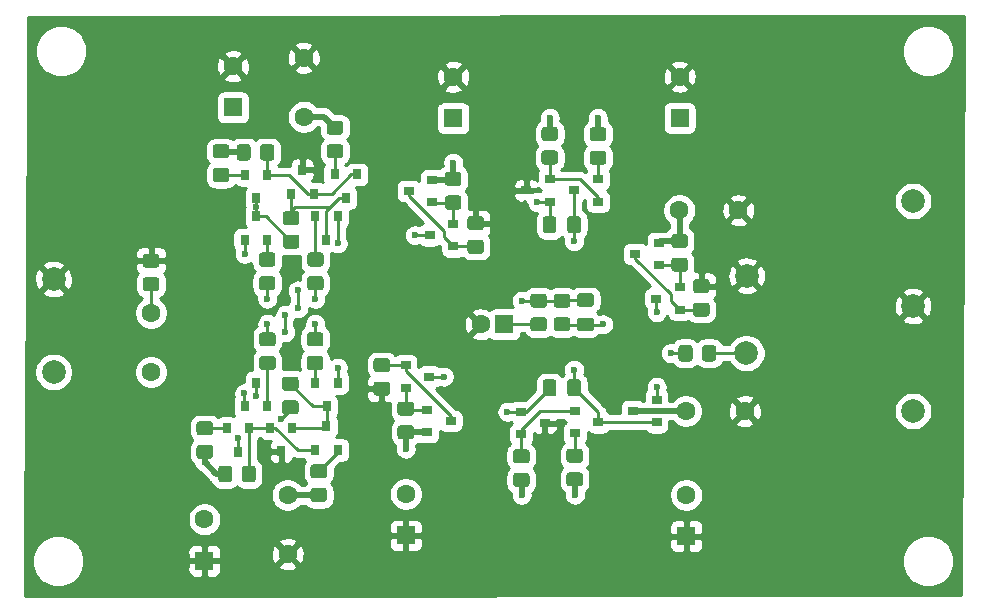
<source format=gbr>
G04 #@! TF.GenerationSoftware,KiCad,Pcbnew,(5.1.8-0-10_14)*
G04 #@! TF.CreationDate,2021-01-02T16:39:58+01:00*
G04 #@! TF.ProjectId,pre-amp-discret,7072652d-616d-4702-9d64-697363726574,rev?*
G04 #@! TF.SameCoordinates,Original*
G04 #@! TF.FileFunction,Copper,L1,Top*
G04 #@! TF.FilePolarity,Positive*
%FSLAX46Y46*%
G04 Gerber Fmt 4.6, Leading zero omitted, Abs format (unit mm)*
G04 Created by KiCad (PCBNEW (5.1.8-0-10_14)) date 2021-01-02 16:39:58*
%MOMM*%
%LPD*%
G01*
G04 APERTURE LIST*
G04 #@! TA.AperFunction,SMDPad,CuDef*
%ADD10R,0.900000X0.800000*%
G04 #@! TD*
G04 #@! TA.AperFunction,ComponentPad*
%ADD11C,1.600000*%
G04 #@! TD*
G04 #@! TA.AperFunction,ComponentPad*
%ADD12R,1.600000X1.600000*%
G04 #@! TD*
G04 #@! TA.AperFunction,SMDPad,CuDef*
%ADD13R,0.800000X0.900000*%
G04 #@! TD*
G04 #@! TA.AperFunction,ComponentPad*
%ADD14C,2.000000*%
G04 #@! TD*
G04 #@! TA.AperFunction,ViaPad*
%ADD15C,0.600000*%
G04 #@! TD*
G04 #@! TA.AperFunction,Conductor*
%ADD16C,0.250000*%
G04 #@! TD*
G04 #@! TA.AperFunction,Conductor*
%ADD17C,0.500000*%
G04 #@! TD*
G04 #@! TA.AperFunction,Conductor*
%ADD18C,0.254000*%
G04 #@! TD*
G04 #@! TA.AperFunction,Conductor*
%ADD19C,0.100000*%
G04 #@! TD*
G04 APERTURE END LIST*
D10*
X174834800Y-117515600D03*
X176834800Y-116565600D03*
X176834800Y-118465600D03*
X155657800Y-112181600D03*
X157657800Y-111231600D03*
X157657800Y-113131600D03*
X159226000Y-131633000D03*
X157226000Y-132583000D03*
X157226000Y-130683000D03*
D11*
X178612800Y-102494200D03*
D12*
X178612800Y-105994200D03*
G04 #@! TA.AperFunction,SMDPad,CuDef*
G36*
G01*
X140738400Y-135693999D02*
X140738400Y-136594001D01*
G75*
G02*
X140488401Y-136844000I-249999J0D01*
G01*
X139788399Y-136844000D01*
G75*
G02*
X139538400Y-136594001I0J249999D01*
G01*
X139538400Y-135693999D01*
G75*
G02*
X139788399Y-135444000I249999J0D01*
G01*
X140488401Y-135444000D01*
G75*
G02*
X140738400Y-135693999I0J-249999D01*
G01*
G37*
G04 #@! TD.AperFunction*
G04 #@! TA.AperFunction,SMDPad,CuDef*
G36*
G01*
X142738400Y-135693999D02*
X142738400Y-136594001D01*
G75*
G02*
X142488401Y-136844000I-249999J0D01*
G01*
X141788399Y-136844000D01*
G75*
G02*
X141538400Y-136594001I0J249999D01*
G01*
X141538400Y-135693999D01*
G75*
G02*
X141788399Y-135444000I249999J0D01*
G01*
X142488401Y-135444000D01*
G75*
G02*
X142738400Y-135693999I0J-249999D01*
G01*
G37*
G04 #@! TD.AperFunction*
G04 #@! TA.AperFunction,SMDPad,CuDef*
G36*
G01*
X145193599Y-129898600D02*
X146093601Y-129898600D01*
G75*
G02*
X146343600Y-130148599I0J-249999D01*
G01*
X146343600Y-130848601D01*
G75*
G02*
X146093601Y-131098600I-249999J0D01*
G01*
X145193599Y-131098600D01*
G75*
G02*
X144943600Y-130848601I0J249999D01*
G01*
X144943600Y-130148599D01*
G75*
G02*
X145193599Y-129898600I249999J0D01*
G01*
G37*
G04 #@! TD.AperFunction*
G04 #@! TA.AperFunction,SMDPad,CuDef*
G36*
G01*
X145193599Y-127898600D02*
X146093601Y-127898600D01*
G75*
G02*
X146343600Y-128148599I0J-249999D01*
G01*
X146343600Y-128848601D01*
G75*
G02*
X146093601Y-129098600I-249999J0D01*
G01*
X145193599Y-129098600D01*
G75*
G02*
X144943600Y-128848601I0J249999D01*
G01*
X144943600Y-128148599D01*
G75*
G02*
X145193599Y-127898600I249999J0D01*
G01*
G37*
G04 #@! TD.AperFunction*
G04 #@! TA.AperFunction,SMDPad,CuDef*
G36*
G01*
X145269799Y-115868400D02*
X146169801Y-115868400D01*
G75*
G02*
X146419800Y-116118399I0J-249999D01*
G01*
X146419800Y-116818401D01*
G75*
G02*
X146169801Y-117068400I-249999J0D01*
G01*
X145269799Y-117068400D01*
G75*
G02*
X145019800Y-116818401I0J249999D01*
G01*
X145019800Y-116118399D01*
G75*
G02*
X145269799Y-115868400I249999J0D01*
G01*
G37*
G04 #@! TD.AperFunction*
G04 #@! TA.AperFunction,SMDPad,CuDef*
G36*
G01*
X145269799Y-113868400D02*
X146169801Y-113868400D01*
G75*
G02*
X146419800Y-114118399I0J-249999D01*
G01*
X146419800Y-114818401D01*
G75*
G02*
X146169801Y-115068400I-249999J0D01*
G01*
X145269799Y-115068400D01*
G75*
G02*
X145019800Y-114818401I0J249999D01*
G01*
X145019800Y-114118399D01*
G75*
G02*
X145269799Y-113868400I249999J0D01*
G01*
G37*
G04 #@! TD.AperFunction*
G04 #@! TA.AperFunction,SMDPad,CuDef*
G36*
G01*
X143097200Y-109365201D02*
X143097200Y-108465199D01*
G75*
G02*
X143347199Y-108215200I249999J0D01*
G01*
X144047201Y-108215200D01*
G75*
G02*
X144297200Y-108465199I0J-249999D01*
G01*
X144297200Y-109365201D01*
G75*
G02*
X144047201Y-109615200I-249999J0D01*
G01*
X143347199Y-109615200D01*
G75*
G02*
X143097200Y-109365201I0J249999D01*
G01*
G37*
G04 #@! TD.AperFunction*
G04 #@! TA.AperFunction,SMDPad,CuDef*
G36*
G01*
X141097200Y-109365201D02*
X141097200Y-108465199D01*
G75*
G02*
X141347199Y-108215200I249999J0D01*
G01*
X142047201Y-108215200D01*
G75*
G02*
X142297200Y-108465199I0J-249999D01*
G01*
X142297200Y-109365201D01*
G75*
G02*
X142047201Y-109615200I-249999J0D01*
G01*
X141347199Y-109615200D01*
G75*
G02*
X141097200Y-109365201I0J249999D01*
G01*
G37*
G04 #@! TD.AperFunction*
D13*
X144871400Y-134232400D03*
X143921400Y-132232400D03*
X145821400Y-132232400D03*
X146669800Y-110395000D03*
X147619800Y-112395000D03*
X145719800Y-112395000D03*
D11*
X155422600Y-137845800D03*
D12*
X155422600Y-141345800D03*
D11*
X159435800Y-102519600D03*
D12*
X159435800Y-106019600D03*
G04 #@! TA.AperFunction,SMDPad,CuDef*
G36*
G01*
X137954599Y-133664400D02*
X138854601Y-133664400D01*
G75*
G02*
X139104600Y-133914399I0J-249999D01*
G01*
X139104600Y-134614401D01*
G75*
G02*
X138854601Y-134864400I-249999J0D01*
G01*
X137954599Y-134864400D01*
G75*
G02*
X137704600Y-134614401I0J249999D01*
G01*
X137704600Y-133914399D01*
G75*
G02*
X137954599Y-133664400I249999J0D01*
G01*
G37*
G04 #@! TD.AperFunction*
G04 #@! TA.AperFunction,SMDPad,CuDef*
G36*
G01*
X137954599Y-131664400D02*
X138854601Y-131664400D01*
G75*
G02*
X139104600Y-131914399I0J-249999D01*
G01*
X139104600Y-132614401D01*
G75*
G02*
X138854601Y-132864400I-249999J0D01*
G01*
X137954599Y-132864400D01*
G75*
G02*
X137704600Y-132614401I0J249999D01*
G01*
X137704600Y-131914399D01*
G75*
G02*
X137954599Y-131664400I249999J0D01*
G01*
G37*
G04 #@! TD.AperFunction*
D11*
X161753800Y-123469400D03*
D12*
X163753800Y-123469400D03*
D10*
X165614600Y-112130800D03*
X167614600Y-111180800D03*
X167614600Y-113080800D03*
G04 #@! TA.AperFunction,SMDPad,CuDef*
G36*
G01*
X179702000Y-125470499D02*
X179702000Y-126370501D01*
G75*
G02*
X179452001Y-126620500I-249999J0D01*
G01*
X178751999Y-126620500D01*
G75*
G02*
X178502000Y-126370501I0J249999D01*
G01*
X178502000Y-125470499D01*
G75*
G02*
X178751999Y-125220500I249999J0D01*
G01*
X179452001Y-125220500D01*
G75*
G02*
X179702000Y-125470499I0J-249999D01*
G01*
G37*
G04 #@! TD.AperFunction*
G04 #@! TA.AperFunction,SMDPad,CuDef*
G36*
G01*
X181702000Y-125470499D02*
X181702000Y-126370501D01*
G75*
G02*
X181452001Y-126620500I-249999J0D01*
G01*
X180751999Y-126620500D01*
G75*
G02*
X180502000Y-126370501I0J249999D01*
G01*
X180502000Y-125470499D01*
G75*
G02*
X180751999Y-125220500I249999J0D01*
G01*
X181452001Y-125220500D01*
G75*
G02*
X181702000Y-125470499I0J-249999D01*
G01*
G37*
G04 #@! TD.AperFunction*
G04 #@! TA.AperFunction,SMDPad,CuDef*
G36*
G01*
X180891601Y-120824800D02*
X179991599Y-120824800D01*
G75*
G02*
X179741600Y-120574801I0J249999D01*
G01*
X179741600Y-119874799D01*
G75*
G02*
X179991599Y-119624800I249999J0D01*
G01*
X180891601Y-119624800D01*
G75*
G02*
X181141600Y-119874799I0J-249999D01*
G01*
X181141600Y-120574801D01*
G75*
G02*
X180891601Y-120824800I-249999J0D01*
G01*
G37*
G04 #@! TD.AperFunction*
G04 #@! TA.AperFunction,SMDPad,CuDef*
G36*
G01*
X180891601Y-122824800D02*
X179991599Y-122824800D01*
G75*
G02*
X179741600Y-122574801I0J249999D01*
G01*
X179741600Y-121874799D01*
G75*
G02*
X179991599Y-121624800I249999J0D01*
G01*
X180891601Y-121624800D01*
G75*
G02*
X181141600Y-121874799I0J-249999D01*
G01*
X181141600Y-122574801D01*
G75*
G02*
X180891601Y-122824800I-249999J0D01*
G01*
G37*
G04 #@! TD.AperFunction*
G04 #@! TA.AperFunction,SMDPad,CuDef*
G36*
G01*
X169272799Y-135994600D02*
X170172801Y-135994600D01*
G75*
G02*
X170422800Y-136244599I0J-249999D01*
G01*
X170422800Y-136944601D01*
G75*
G02*
X170172801Y-137194600I-249999J0D01*
G01*
X169272799Y-137194600D01*
G75*
G02*
X169022800Y-136944601I0J249999D01*
G01*
X169022800Y-136244599D01*
G75*
G02*
X169272799Y-135994600I249999J0D01*
G01*
G37*
G04 #@! TD.AperFunction*
G04 #@! TA.AperFunction,SMDPad,CuDef*
G36*
G01*
X169272799Y-133994600D02*
X170172801Y-133994600D01*
G75*
G02*
X170422800Y-134244599I0J-249999D01*
G01*
X170422800Y-134944601D01*
G75*
G02*
X170172801Y-135194600I-249999J0D01*
G01*
X169272799Y-135194600D01*
G75*
G02*
X169022800Y-134944601I0J249999D01*
G01*
X169022800Y-134244599D01*
G75*
G02*
X169272799Y-133994600I249999J0D01*
G01*
G37*
G04 #@! TD.AperFunction*
G04 #@! TA.AperFunction,SMDPad,CuDef*
G36*
G01*
X167164599Y-108747000D02*
X168064601Y-108747000D01*
G75*
G02*
X168314600Y-108996999I0J-249999D01*
G01*
X168314600Y-109697001D01*
G75*
G02*
X168064601Y-109947000I-249999J0D01*
G01*
X167164599Y-109947000D01*
G75*
G02*
X166914600Y-109697001I0J249999D01*
G01*
X166914600Y-108996999D01*
G75*
G02*
X167164599Y-108747000I249999J0D01*
G01*
G37*
G04 #@! TD.AperFunction*
G04 #@! TA.AperFunction,SMDPad,CuDef*
G36*
G01*
X167164599Y-106747000D02*
X168064601Y-106747000D01*
G75*
G02*
X168314600Y-106996999I0J-249999D01*
G01*
X168314600Y-107697001D01*
G75*
G02*
X168064601Y-107947000I-249999J0D01*
G01*
X167164599Y-107947000D01*
G75*
G02*
X166914600Y-107697001I0J249999D01*
G01*
X166914600Y-106996999D01*
G75*
G02*
X167164599Y-106747000I249999J0D01*
G01*
G37*
G04 #@! TD.AperFunction*
G04 #@! TA.AperFunction,SMDPad,CuDef*
G36*
G01*
X153840601Y-127523800D02*
X152940599Y-127523800D01*
G75*
G02*
X152690600Y-127273801I0J249999D01*
G01*
X152690600Y-126573799D01*
G75*
G02*
X152940599Y-126323800I249999J0D01*
G01*
X153840601Y-126323800D01*
G75*
G02*
X154090600Y-126573799I0J-249999D01*
G01*
X154090600Y-127273801D01*
G75*
G02*
X153840601Y-127523800I-249999J0D01*
G01*
G37*
G04 #@! TD.AperFunction*
G04 #@! TA.AperFunction,SMDPad,CuDef*
G36*
G01*
X153840601Y-129523800D02*
X152940599Y-129523800D01*
G75*
G02*
X152690600Y-129273801I0J249999D01*
G01*
X152690600Y-128573799D01*
G75*
G02*
X152940599Y-128323800I249999J0D01*
G01*
X153840601Y-128323800D01*
G75*
G02*
X154090600Y-128573799I0J-249999D01*
G01*
X154090600Y-129273801D01*
G75*
G02*
X153840601Y-129523800I-249999J0D01*
G01*
G37*
G04 #@! TD.AperFunction*
G04 #@! TA.AperFunction,SMDPad,CuDef*
G36*
G01*
X147327199Y-119383000D02*
X148227201Y-119383000D01*
G75*
G02*
X148477200Y-119632999I0J-249999D01*
G01*
X148477200Y-120333001D01*
G75*
G02*
X148227201Y-120583000I-249999J0D01*
G01*
X147327199Y-120583000D01*
G75*
G02*
X147077200Y-120333001I0J249999D01*
G01*
X147077200Y-119632999D01*
G75*
G02*
X147327199Y-119383000I249999J0D01*
G01*
G37*
G04 #@! TD.AperFunction*
G04 #@! TA.AperFunction,SMDPad,CuDef*
G36*
G01*
X147327199Y-117383000D02*
X148227201Y-117383000D01*
G75*
G02*
X148477200Y-117632999I0J-249999D01*
G01*
X148477200Y-118333001D01*
G75*
G02*
X148227201Y-118583000I-249999J0D01*
G01*
X147327199Y-118583000D01*
G75*
G02*
X147077200Y-118333001I0J249999D01*
G01*
X147077200Y-117632999D01*
G75*
G02*
X147327199Y-117383000I249999J0D01*
G01*
G37*
G04 #@! TD.AperFunction*
G04 #@! TA.AperFunction,SMDPad,CuDef*
G36*
G01*
X148978199Y-108213600D02*
X149878201Y-108213600D01*
G75*
G02*
X150128200Y-108463599I0J-249999D01*
G01*
X150128200Y-109163601D01*
G75*
G02*
X149878201Y-109413600I-249999J0D01*
G01*
X148978199Y-109413600D01*
G75*
G02*
X148728200Y-109163601I0J249999D01*
G01*
X148728200Y-108463599D01*
G75*
G02*
X148978199Y-108213600I249999J0D01*
G01*
G37*
G04 #@! TD.AperFunction*
G04 #@! TA.AperFunction,SMDPad,CuDef*
G36*
G01*
X148978199Y-106213600D02*
X149878201Y-106213600D01*
G75*
G02*
X150128200Y-106463599I0J-249999D01*
G01*
X150128200Y-107163601D01*
G75*
G02*
X149878201Y-107413600I-249999J0D01*
G01*
X148978199Y-107413600D01*
G75*
G02*
X148728200Y-107163601I0J249999D01*
G01*
X148728200Y-106463599D01*
G75*
G02*
X148978199Y-106213600I249999J0D01*
G01*
G37*
G04 #@! TD.AperFunction*
G04 #@! TA.AperFunction,SMDPad,CuDef*
G36*
G01*
X154972599Y-132006800D02*
X155872601Y-132006800D01*
G75*
G02*
X156122600Y-132256799I0J-249999D01*
G01*
X156122600Y-132956801D01*
G75*
G02*
X155872601Y-133206800I-249999J0D01*
G01*
X154972599Y-133206800D01*
G75*
G02*
X154722600Y-132956801I0J249999D01*
G01*
X154722600Y-132256799D01*
G75*
G02*
X154972599Y-132006800I249999J0D01*
G01*
G37*
G04 #@! TD.AperFunction*
G04 #@! TA.AperFunction,SMDPad,CuDef*
G36*
G01*
X154972599Y-130006800D02*
X155872601Y-130006800D01*
G75*
G02*
X156122600Y-130256799I0J-249999D01*
G01*
X156122600Y-130956801D01*
G75*
G02*
X155872601Y-131206800I-249999J0D01*
G01*
X154972599Y-131206800D01*
G75*
G02*
X154722600Y-130956801I0J249999D01*
G01*
X154722600Y-130256799D01*
G75*
G02*
X154972599Y-130006800I249999J0D01*
G01*
G37*
G04 #@! TD.AperFunction*
G04 #@! TA.AperFunction,SMDPad,CuDef*
G36*
G01*
X143237799Y-119383000D02*
X144137801Y-119383000D01*
G75*
G02*
X144387800Y-119632999I0J-249999D01*
G01*
X144387800Y-120333001D01*
G75*
G02*
X144137801Y-120583000I-249999J0D01*
G01*
X143237799Y-120583000D01*
G75*
G02*
X142987800Y-120333001I0J249999D01*
G01*
X142987800Y-119632999D01*
G75*
G02*
X143237799Y-119383000I249999J0D01*
G01*
G37*
G04 #@! TD.AperFunction*
G04 #@! TA.AperFunction,SMDPad,CuDef*
G36*
G01*
X143237799Y-117383000D02*
X144137801Y-117383000D01*
G75*
G02*
X144387800Y-117632999I0J-249999D01*
G01*
X144387800Y-118333001D01*
G75*
G02*
X144137801Y-118583000I-249999J0D01*
G01*
X143237799Y-118583000D01*
G75*
G02*
X142987800Y-118333001I0J249999D01*
G01*
X142987800Y-117632999D01*
G75*
G02*
X143237799Y-117383000I249999J0D01*
G01*
G37*
G04 #@! TD.AperFunction*
G04 #@! TA.AperFunction,SMDPad,CuDef*
G36*
G01*
X139326199Y-110220200D02*
X140226201Y-110220200D01*
G75*
G02*
X140476200Y-110470199I0J-249999D01*
G01*
X140476200Y-111170201D01*
G75*
G02*
X140226201Y-111420200I-249999J0D01*
G01*
X139326199Y-111420200D01*
G75*
G02*
X139076200Y-111170201I0J249999D01*
G01*
X139076200Y-110470199D01*
G75*
G02*
X139326199Y-110220200I249999J0D01*
G01*
G37*
G04 #@! TD.AperFunction*
G04 #@! TA.AperFunction,SMDPad,CuDef*
G36*
G01*
X139326199Y-108220200D02*
X140226201Y-108220200D01*
G75*
G02*
X140476200Y-108470199I0J-249999D01*
G01*
X140476200Y-109170201D01*
G75*
G02*
X140226201Y-109420200I-249999J0D01*
G01*
X139326199Y-109420200D01*
G75*
G02*
X139076200Y-109170201I0J249999D01*
G01*
X139076200Y-108470199D01*
G75*
G02*
X139326199Y-108220200I249999J0D01*
G01*
G37*
G04 #@! TD.AperFunction*
D13*
X148701800Y-116325400D03*
X147751800Y-114325400D03*
X149651800Y-114325400D03*
X150342600Y-112776000D03*
X149392600Y-110776000D03*
X151292600Y-110776000D03*
D10*
X157403800Y-127889000D03*
X155403800Y-128839000D03*
X155403800Y-126939000D03*
D13*
X142748000Y-112794800D03*
X141798000Y-110794800D03*
X143698000Y-110794800D03*
X142737800Y-114300000D03*
X143687800Y-116300000D03*
X141787800Y-116300000D03*
G04 #@! TA.AperFunction,SMDPad,CuDef*
G36*
G01*
X168184500Y-114561600D02*
X168184500Y-115511600D01*
G75*
G02*
X167934500Y-115761600I-250000J0D01*
G01*
X167259500Y-115761600D01*
G75*
G02*
X167009500Y-115511600I0J250000D01*
G01*
X167009500Y-114561600D01*
G75*
G02*
X167259500Y-114311600I250000J0D01*
G01*
X167934500Y-114311600D01*
G75*
G02*
X168184500Y-114561600I0J-250000D01*
G01*
G37*
G04 #@! TD.AperFunction*
G04 #@! TA.AperFunction,SMDPad,CuDef*
G36*
G01*
X170259500Y-114561600D02*
X170259500Y-115511600D01*
G75*
G02*
X170009500Y-115761600I-250000J0D01*
G01*
X169334500Y-115761600D01*
G75*
G02*
X169084500Y-115511600I0J250000D01*
G01*
X169084500Y-114561600D01*
G75*
G02*
X169334500Y-114311600I250000J0D01*
G01*
X170009500Y-114311600D01*
G75*
G02*
X170259500Y-114561600I0J-250000D01*
G01*
G37*
G04 #@! TD.AperFunction*
D11*
X138379200Y-139979400D03*
D12*
X138379200Y-143479400D03*
D11*
X140792200Y-101605200D03*
D12*
X140792200Y-105105200D03*
D11*
X179171600Y-137901800D03*
D12*
X179171600Y-141401800D03*
D11*
X145415000Y-142922000D03*
X145415000Y-137922000D03*
X146786600Y-105892600D03*
X146786600Y-100892600D03*
X184133500Y-130810000D03*
X179133500Y-130810000D03*
X178587400Y-113817400D03*
X183587400Y-113817400D03*
D14*
X184302400Y-119354600D03*
X184251600Y-125907800D03*
X198374000Y-121920000D03*
X125603000Y-127508000D03*
X198374000Y-130810000D03*
X125603000Y-119634000D03*
X198374000Y-113030000D03*
D13*
X148706800Y-132112000D03*
X149656800Y-134112000D03*
X147756800Y-134112000D03*
D10*
X174657000Y-130807500D03*
X176657000Y-129857500D03*
X176657000Y-131757500D03*
G04 #@! TA.AperFunction,SMDPad,CuDef*
G36*
G01*
X158985799Y-112557000D02*
X159885801Y-112557000D01*
G75*
G02*
X160135800Y-112806999I0J-249999D01*
G01*
X160135800Y-113507001D01*
G75*
G02*
X159885801Y-113757000I-249999J0D01*
G01*
X158985799Y-113757000D01*
G75*
G02*
X158735800Y-113507001I0J249999D01*
G01*
X158735800Y-112806999D01*
G75*
G02*
X158985799Y-112557000I249999J0D01*
G01*
G37*
G04 #@! TD.AperFunction*
G04 #@! TA.AperFunction,SMDPad,CuDef*
G36*
G01*
X158985799Y-110557000D02*
X159885801Y-110557000D01*
G75*
G02*
X160135800Y-110806999I0J-249999D01*
G01*
X160135800Y-111507001D01*
G75*
G02*
X159885801Y-111757000I-249999J0D01*
G01*
X158985799Y-111757000D01*
G75*
G02*
X158735800Y-111507001I0J249999D01*
G01*
X158735800Y-110806999D01*
G75*
G02*
X158985799Y-110557000I249999J0D01*
G01*
G37*
G04 #@! TD.AperFunction*
G04 #@! TA.AperFunction,SMDPad,CuDef*
G36*
G01*
X168184500Y-128366500D02*
X168184500Y-129316500D01*
G75*
G02*
X167934500Y-129566500I-250000J0D01*
G01*
X167259500Y-129566500D01*
G75*
G02*
X167009500Y-129316500I0J250000D01*
G01*
X167009500Y-128366500D01*
G75*
G02*
X167259500Y-128116500I250000J0D01*
G01*
X167934500Y-128116500D01*
G75*
G02*
X168184500Y-128366500I0J-250000D01*
G01*
G37*
G04 #@! TD.AperFunction*
G04 #@! TA.AperFunction,SMDPad,CuDef*
G36*
G01*
X170259500Y-128366500D02*
X170259500Y-129316500D01*
G75*
G02*
X170009500Y-129566500I-250000J0D01*
G01*
X169334500Y-129566500D01*
G75*
G02*
X169084500Y-129316500I0J250000D01*
G01*
X169084500Y-128366500D01*
G75*
G02*
X169334500Y-128116500I250000J0D01*
G01*
X170009500Y-128116500D01*
G75*
G02*
X170259500Y-128366500I0J-250000D01*
G01*
G37*
G04 #@! TD.AperFunction*
G04 #@! TA.AperFunction,SMDPad,CuDef*
G36*
G01*
X171112200Y-121999500D02*
X170162200Y-121999500D01*
G75*
G02*
X169912200Y-121749500I0J250000D01*
G01*
X169912200Y-121074500D01*
G75*
G02*
X170162200Y-120824500I250000J0D01*
G01*
X171112200Y-120824500D01*
G75*
G02*
X171362200Y-121074500I0J-250000D01*
G01*
X171362200Y-121749500D01*
G75*
G02*
X171112200Y-121999500I-250000J0D01*
G01*
G37*
G04 #@! TD.AperFunction*
G04 #@! TA.AperFunction,SMDPad,CuDef*
G36*
G01*
X171112200Y-124074500D02*
X170162200Y-124074500D01*
G75*
G02*
X169912200Y-123824500I0J250000D01*
G01*
X169912200Y-123149500D01*
G75*
G02*
X170162200Y-122899500I250000J0D01*
G01*
X171112200Y-122899500D01*
G75*
G02*
X171362200Y-123149500I0J-250000D01*
G01*
X171362200Y-123824500D01*
G75*
G02*
X171112200Y-124074500I-250000J0D01*
G01*
G37*
G04 #@! TD.AperFunction*
X178625500Y-122232500D03*
X178625500Y-120332500D03*
X176625500Y-121282500D03*
G04 #@! TA.AperFunction,SMDPad,CuDef*
G36*
G01*
X134308001Y-118675200D02*
X133407999Y-118675200D01*
G75*
G02*
X133158000Y-118425201I0J249999D01*
G01*
X133158000Y-117725199D01*
G75*
G02*
X133407999Y-117475200I249999J0D01*
G01*
X134308001Y-117475200D01*
G75*
G02*
X134558000Y-117725199I0J-249999D01*
G01*
X134558000Y-118425201D01*
G75*
G02*
X134308001Y-118675200I-249999J0D01*
G01*
G37*
G04 #@! TD.AperFunction*
G04 #@! TA.AperFunction,SMDPad,CuDef*
G36*
G01*
X134308001Y-120675200D02*
X133407999Y-120675200D01*
G75*
G02*
X133158000Y-120425201I0J249999D01*
G01*
X133158000Y-119725199D01*
G75*
G02*
X133407999Y-119475200I249999J0D01*
G01*
X134308001Y-119475200D01*
G75*
G02*
X134558000Y-119725199I0J-249999D01*
G01*
X134558000Y-120425201D01*
G75*
G02*
X134308001Y-120675200I-249999J0D01*
G01*
G37*
G04 #@! TD.AperFunction*
G04 #@! TA.AperFunction,SMDPad,CuDef*
G36*
G01*
X178162799Y-117814800D02*
X179062801Y-117814800D01*
G75*
G02*
X179312800Y-118064799I0J-249999D01*
G01*
X179312800Y-118764801D01*
G75*
G02*
X179062801Y-119014800I-249999J0D01*
G01*
X178162799Y-119014800D01*
G75*
G02*
X177912800Y-118764801I0J249999D01*
G01*
X177912800Y-118064799D01*
G75*
G02*
X178162799Y-117814800I249999J0D01*
G01*
G37*
G04 #@! TD.AperFunction*
G04 #@! TA.AperFunction,SMDPad,CuDef*
G36*
G01*
X178162799Y-115814800D02*
X179062801Y-115814800D01*
G75*
G02*
X179312800Y-116064799I0J-249999D01*
G01*
X179312800Y-116764801D01*
G75*
G02*
X179062801Y-117014800I-249999J0D01*
G01*
X178162799Y-117014800D01*
G75*
G02*
X177912800Y-116764801I0J249999D01*
G01*
X177912800Y-116064799D01*
G75*
G02*
X178162799Y-115814800I249999J0D01*
G01*
G37*
G04 #@! TD.AperFunction*
G04 #@! TA.AperFunction,SMDPad,CuDef*
G36*
G01*
X171253999Y-108772400D02*
X172154001Y-108772400D01*
G75*
G02*
X172404000Y-109022399I0J-249999D01*
G01*
X172404000Y-109722401D01*
G75*
G02*
X172154001Y-109972400I-249999J0D01*
G01*
X171253999Y-109972400D01*
G75*
G02*
X171004000Y-109722401I0J249999D01*
G01*
X171004000Y-109022399D01*
G75*
G02*
X171253999Y-108772400I249999J0D01*
G01*
G37*
G04 #@! TD.AperFunction*
G04 #@! TA.AperFunction,SMDPad,CuDef*
G36*
G01*
X171253999Y-106772400D02*
X172154001Y-106772400D01*
G75*
G02*
X172404000Y-107022399I0J-249999D01*
G01*
X172404000Y-107722401D01*
G75*
G02*
X172154001Y-107972400I-249999J0D01*
G01*
X171253999Y-107972400D01*
G75*
G02*
X171004000Y-107722401I0J249999D01*
G01*
X171004000Y-107022399D01*
G75*
G02*
X171253999Y-106772400I249999J0D01*
G01*
G37*
G04 #@! TD.AperFunction*
G04 #@! TA.AperFunction,SMDPad,CuDef*
G36*
G01*
X164751599Y-136045400D02*
X165651601Y-136045400D01*
G75*
G02*
X165901600Y-136295399I0J-249999D01*
G01*
X165901600Y-136995401D01*
G75*
G02*
X165651601Y-137245400I-249999J0D01*
G01*
X164751599Y-137245400D01*
G75*
G02*
X164501600Y-136995401I0J249999D01*
G01*
X164501600Y-136295399D01*
G75*
G02*
X164751599Y-136045400I249999J0D01*
G01*
G37*
G04 #@! TD.AperFunction*
G04 #@! TA.AperFunction,SMDPad,CuDef*
G36*
G01*
X164751599Y-134045400D02*
X165651601Y-134045400D01*
G75*
G02*
X165901600Y-134295399I0J-249999D01*
G01*
X165901600Y-134995401D01*
G75*
G02*
X165651601Y-135245400I-249999J0D01*
G01*
X164751599Y-135245400D01*
G75*
G02*
X164501600Y-134995401I0J249999D01*
G01*
X164501600Y-134295399D01*
G75*
G02*
X164751599Y-134045400I249999J0D01*
G01*
G37*
G04 #@! TD.AperFunction*
G04 #@! TA.AperFunction,SMDPad,CuDef*
G36*
G01*
X169106001Y-122062800D02*
X168205999Y-122062800D01*
G75*
G02*
X167956000Y-121812801I0J249999D01*
G01*
X167956000Y-121112799D01*
G75*
G02*
X168205999Y-120862800I249999J0D01*
G01*
X169106001Y-120862800D01*
G75*
G02*
X169356000Y-121112799I0J-249999D01*
G01*
X169356000Y-121812801D01*
G75*
G02*
X169106001Y-122062800I-249999J0D01*
G01*
G37*
G04 #@! TD.AperFunction*
G04 #@! TA.AperFunction,SMDPad,CuDef*
G36*
G01*
X169106001Y-124062800D02*
X168205999Y-124062800D01*
G75*
G02*
X167956000Y-123812801I0J249999D01*
G01*
X167956000Y-123112799D01*
G75*
G02*
X168205999Y-122862800I249999J0D01*
G01*
X169106001Y-122862800D01*
G75*
G02*
X169356000Y-123112799I0J-249999D01*
G01*
X169356000Y-123812801D01*
G75*
G02*
X169106001Y-124062800I-249999J0D01*
G01*
G37*
G04 #@! TD.AperFunction*
G04 #@! TA.AperFunction,SMDPad,CuDef*
G36*
G01*
X166224799Y-122862800D02*
X167124801Y-122862800D01*
G75*
G02*
X167374800Y-123112799I0J-249999D01*
G01*
X167374800Y-123812801D01*
G75*
G02*
X167124801Y-124062800I-249999J0D01*
G01*
X166224799Y-124062800D01*
G75*
G02*
X165974800Y-123812801I0J249999D01*
G01*
X165974800Y-123112799D01*
G75*
G02*
X166224799Y-122862800I249999J0D01*
G01*
G37*
G04 #@! TD.AperFunction*
G04 #@! TA.AperFunction,SMDPad,CuDef*
G36*
G01*
X166224799Y-120862800D02*
X167124801Y-120862800D01*
G75*
G02*
X167374800Y-121112799I0J-249999D01*
G01*
X167374800Y-121812801D01*
G75*
G02*
X167124801Y-122062800I-249999J0D01*
G01*
X166224799Y-122062800D01*
G75*
G02*
X165974800Y-121812801I0J249999D01*
G01*
X165974800Y-121112799D01*
G75*
G02*
X166224799Y-120862800I249999J0D01*
G01*
G37*
G04 #@! TD.AperFunction*
G04 #@! TA.AperFunction,SMDPad,CuDef*
G36*
G01*
X161790801Y-115500200D02*
X160890799Y-115500200D01*
G75*
G02*
X160640800Y-115250201I0J249999D01*
G01*
X160640800Y-114550199D01*
G75*
G02*
X160890799Y-114300200I249999J0D01*
G01*
X161790801Y-114300200D01*
G75*
G02*
X162040800Y-114550199I0J-249999D01*
G01*
X162040800Y-115250201D01*
G75*
G02*
X161790801Y-115500200I-249999J0D01*
G01*
G37*
G04 #@! TD.AperFunction*
G04 #@! TA.AperFunction,SMDPad,CuDef*
G36*
G01*
X161790801Y-117500200D02*
X160890799Y-117500200D01*
G75*
G02*
X160640800Y-117250201I0J249999D01*
G01*
X160640800Y-116550199D01*
G75*
G02*
X160890799Y-116300200I249999J0D01*
G01*
X161790801Y-116300200D01*
G75*
G02*
X162040800Y-116550199I0J-249999D01*
G01*
X162040800Y-117250201D01*
G75*
G02*
X161790801Y-117500200I-249999J0D01*
G01*
G37*
G04 #@! TD.AperFunction*
G04 #@! TA.AperFunction,SMDPad,CuDef*
G36*
G01*
X147606599Y-137315400D02*
X148506601Y-137315400D01*
G75*
G02*
X148756600Y-137565399I0J-249999D01*
G01*
X148756600Y-138265401D01*
G75*
G02*
X148506601Y-138515400I-249999J0D01*
G01*
X147606599Y-138515400D01*
G75*
G02*
X147356600Y-138265401I0J249999D01*
G01*
X147356600Y-137565399D01*
G75*
G02*
X147606599Y-137315400I249999J0D01*
G01*
G37*
G04 #@! TD.AperFunction*
G04 #@! TA.AperFunction,SMDPad,CuDef*
G36*
G01*
X147606599Y-135315400D02*
X148506601Y-135315400D01*
G75*
G02*
X148756600Y-135565399I0J-249999D01*
G01*
X148756600Y-136265401D01*
G75*
G02*
X148506601Y-136515400I-249999J0D01*
G01*
X147606599Y-136515400D01*
G75*
G02*
X147356600Y-136265401I0J249999D01*
G01*
X147356600Y-135565399D01*
G75*
G02*
X147606599Y-135315400I249999J0D01*
G01*
G37*
G04 #@! TD.AperFunction*
G04 #@! TA.AperFunction,SMDPad,CuDef*
G36*
G01*
X147301799Y-126139400D02*
X148201801Y-126139400D01*
G75*
G02*
X148451800Y-126389399I0J-249999D01*
G01*
X148451800Y-127089401D01*
G75*
G02*
X148201801Y-127339400I-249999J0D01*
G01*
X147301799Y-127339400D01*
G75*
G02*
X147051800Y-127089401I0J249999D01*
G01*
X147051800Y-126389399D01*
G75*
G02*
X147301799Y-126139400I249999J0D01*
G01*
G37*
G04 #@! TD.AperFunction*
G04 #@! TA.AperFunction,SMDPad,CuDef*
G36*
G01*
X147301799Y-124139400D02*
X148201801Y-124139400D01*
G75*
G02*
X148451800Y-124389399I0J-249999D01*
G01*
X148451800Y-125089401D01*
G75*
G02*
X148201801Y-125339400I-249999J0D01*
G01*
X147301799Y-125339400D01*
G75*
G02*
X147051800Y-125089401I0J249999D01*
G01*
X147051800Y-124389399D01*
G75*
G02*
X147301799Y-124139400I249999J0D01*
G01*
G37*
G04 #@! TD.AperFunction*
G04 #@! TA.AperFunction,SMDPad,CuDef*
G36*
G01*
X143263199Y-126139400D02*
X144163201Y-126139400D01*
G75*
G02*
X144413200Y-126389399I0J-249999D01*
G01*
X144413200Y-127089401D01*
G75*
G02*
X144163201Y-127339400I-249999J0D01*
G01*
X143263199Y-127339400D01*
G75*
G02*
X143013200Y-127089401I0J249999D01*
G01*
X143013200Y-126389399D01*
G75*
G02*
X143263199Y-126139400I249999J0D01*
G01*
G37*
G04 #@! TD.AperFunction*
G04 #@! TA.AperFunction,SMDPad,CuDef*
G36*
G01*
X143263199Y-124139400D02*
X144163201Y-124139400D01*
G75*
G02*
X144413200Y-124389399I0J-249999D01*
G01*
X144413200Y-125089401D01*
G75*
G02*
X144163201Y-125339400I-249999J0D01*
G01*
X143263199Y-125339400D01*
G75*
G02*
X143013200Y-125089401I0J249999D01*
G01*
X143013200Y-124389399D01*
G75*
G02*
X143263199Y-124139400I249999J0D01*
G01*
G37*
G04 #@! TD.AperFunction*
X171735500Y-131760000D03*
X169735500Y-132710000D03*
X169735500Y-130810000D03*
X169704000Y-112130800D03*
X171704000Y-111180800D03*
X171704000Y-113080800D03*
X167195500Y-131826000D03*
X165195500Y-132776000D03*
X165195500Y-130876000D03*
D13*
X148717000Y-130422400D03*
X147767000Y-128422400D03*
X149667000Y-128422400D03*
D10*
X157445200Y-115925600D03*
X159445200Y-114975600D03*
X159445200Y-116875600D03*
D13*
X141198600Y-134264400D03*
X140248600Y-132264400D03*
X142148600Y-132264400D03*
X142763200Y-128403600D03*
X143713200Y-130403600D03*
X141813200Y-130403600D03*
D11*
X133858000Y-127491500D03*
X133858000Y-122491500D03*
D15*
X159435800Y-109778800D03*
X171678600Y-105994200D03*
X167614600Y-105994200D03*
X140792200Y-108889800D03*
X141757400Y-129311400D03*
X141782800Y-117500400D03*
X155422600Y-134010400D03*
X165232200Y-137901800D03*
X169743000Y-137901800D03*
X138404600Y-135153400D03*
X164020500Y-130873500D03*
X142773400Y-129565400D03*
X141198600Y-133096000D03*
X144881600Y-131470400D03*
X143713200Y-123418600D03*
X147751800Y-123418600D03*
X146304000Y-120599200D03*
X146304000Y-122123200D03*
X156210000Y-115925600D03*
X149656800Y-127127000D03*
X149656800Y-116611400D03*
X165227000Y-121462800D03*
X176657000Y-122428000D03*
X176657000Y-128778000D03*
X177850800Y-125907800D03*
X172135800Y-123469400D03*
X169672000Y-127304800D03*
X169672000Y-116433600D03*
X166547800Y-113106200D03*
X142737800Y-113548200D03*
X143687800Y-121310400D03*
X147777200Y-121310400D03*
X145237200Y-124129800D03*
X145237200Y-122656600D03*
X158648400Y-127889000D03*
D16*
X167640000Y-107372400D02*
X167614600Y-107347000D01*
D17*
X176985600Y-116414800D02*
X176834800Y-116565600D01*
X178612800Y-116414800D02*
X176985600Y-116414800D01*
X178612800Y-113842800D02*
X178587400Y-113817400D01*
X178612800Y-116414800D02*
X178612800Y-113842800D01*
X159361200Y-111231600D02*
X159435800Y-111157000D01*
X157657800Y-111231600D02*
X159361200Y-111231600D01*
X159435800Y-111157000D02*
X159435800Y-109778800D01*
X171704000Y-106019600D02*
X171678600Y-105994200D01*
X171704000Y-107372400D02*
X171704000Y-106019600D01*
X167614600Y-105994200D02*
X167614600Y-107347000D01*
X148507200Y-105892600D02*
X149428200Y-106813600D01*
X146786600Y-105892600D02*
X148507200Y-105892600D01*
X140817600Y-108915200D02*
X140792200Y-108889800D01*
X141697200Y-108915200D02*
X140817600Y-108915200D01*
X139845800Y-108889800D02*
X139776200Y-108820200D01*
X140792200Y-108889800D02*
X139845800Y-108889800D01*
D16*
X125619500Y-127491500D02*
X125603000Y-127508000D01*
X133858000Y-122491500D02*
X133858000Y-120075200D01*
X141757400Y-130347800D02*
X141813200Y-130403600D01*
X141757400Y-129311400D02*
X141757400Y-130347800D01*
X141787800Y-117495400D02*
X141782800Y-117500400D01*
X141787800Y-116300000D02*
X141787800Y-117495400D01*
X165252400Y-136594600D02*
X165201600Y-136645400D01*
D17*
X179131000Y-130807500D02*
X179133500Y-130810000D01*
X174657000Y-130807500D02*
X179131000Y-130807500D01*
X155446400Y-132583000D02*
X155422600Y-132606800D01*
X157226000Y-132583000D02*
X155446400Y-132583000D01*
X155422600Y-134010400D02*
X155422600Y-132606800D01*
X165232200Y-136676000D02*
X165201600Y-136645400D01*
X165232200Y-137901800D02*
X165232200Y-136676000D01*
X169743000Y-136614800D02*
X169722800Y-136594600D01*
X169743000Y-137901800D02*
X169743000Y-136614800D01*
X138411200Y-134271000D02*
X138404600Y-134264400D01*
X148050000Y-137922000D02*
X148056600Y-137915400D01*
X145415000Y-137922000D02*
X148050000Y-137922000D01*
X138404600Y-134264400D02*
X138404600Y-135153400D01*
X139395200Y-136144000D02*
X138404600Y-135153400D01*
X140138400Y-136144000D02*
X139395200Y-136144000D01*
D16*
X163760400Y-123462800D02*
X163753800Y-123469400D01*
X166674800Y-123462800D02*
X163760400Y-123462800D01*
X164023000Y-130876000D02*
X164020500Y-130873500D01*
X165195500Y-130876000D02*
X164023000Y-130876000D01*
X165562500Y-130876000D02*
X167597000Y-128841500D01*
X165195500Y-130876000D02*
X165562500Y-130876000D01*
X142773400Y-128413800D02*
X142763200Y-128403600D01*
X142763200Y-129555200D02*
X142773400Y-129565400D01*
X142763200Y-128403600D02*
X142763200Y-129555200D01*
X141198600Y-133096000D02*
X141198600Y-134264400D01*
X145643600Y-130708400D02*
X144881600Y-131470400D01*
X145643600Y-130498600D02*
X145643600Y-130708400D01*
D17*
X184238900Y-125920500D02*
X184251600Y-125907800D01*
D16*
X181114700Y-125907800D02*
X181102000Y-125920500D01*
X184251600Y-125907800D02*
X181114700Y-125907800D01*
X143713200Y-130403600D02*
X143713200Y-126739400D01*
X140248600Y-132264400D02*
X138404600Y-132264400D01*
X147751800Y-134107000D02*
X147756800Y-134112000D01*
X144386398Y-132232400D02*
X143921400Y-132232400D01*
X146265998Y-134112000D02*
X144386398Y-132232400D01*
X147756800Y-134112000D02*
X146265998Y-134112000D01*
X142180600Y-132232400D02*
X142148600Y-132264400D01*
X143921400Y-132232400D02*
X142180600Y-132232400D01*
X142138400Y-134759602D02*
X142138400Y-136144000D01*
X142148600Y-134749402D02*
X142138400Y-134759602D01*
X142148600Y-132264400D02*
X142148600Y-134749402D01*
X143713200Y-124739400D02*
X143713200Y-123418600D01*
X147751800Y-123418600D02*
X147751800Y-124739400D01*
X146304000Y-120599200D02*
X146304000Y-122123200D01*
X156210000Y-115925600D02*
X157445200Y-115925600D01*
X149656800Y-134315200D02*
X148056600Y-135915400D01*
X149656800Y-134112000D02*
X149656800Y-134315200D01*
X147767000Y-126754600D02*
X147751800Y-126739400D01*
X147767000Y-128422400D02*
X147767000Y-126754600D01*
X166776498Y-130810000D02*
X169735500Y-130810000D01*
X165195500Y-132390998D02*
X166776498Y-130810000D01*
X165195500Y-132776000D02*
X165195500Y-132390998D01*
X165201600Y-132782100D02*
X165195500Y-132776000D01*
X165201600Y-134645400D02*
X165201600Y-132782100D01*
X171704000Y-111180800D02*
X171704000Y-109372400D01*
X149667000Y-127137200D02*
X149656800Y-127127000D01*
X149667000Y-128422400D02*
X149667000Y-127137200D01*
X149656800Y-114330400D02*
X149651800Y-114325400D01*
X149656800Y-116611400D02*
X149656800Y-114330400D01*
X168706800Y-121412000D02*
X168656000Y-121462800D01*
X170637200Y-121412000D02*
X168706800Y-121412000D01*
X168656000Y-121462800D02*
X166674800Y-121462800D01*
X166674800Y-121462800D02*
X165227000Y-121462800D01*
X168172200Y-123807400D02*
X168097200Y-123882400D01*
X176625500Y-122396500D02*
X176657000Y-122428000D01*
X176625500Y-121282500D02*
X176625500Y-122396500D01*
X176657000Y-129857500D02*
X176657000Y-128778000D01*
X179089300Y-125907800D02*
X179102000Y-125920500D01*
X177850800Y-125907800D02*
X179089300Y-125907800D01*
X172118200Y-123487000D02*
X172135800Y-123469400D01*
X170637200Y-123487000D02*
X172118200Y-123487000D01*
X168680200Y-123487000D02*
X168656000Y-123462800D01*
X170637200Y-123487000D02*
X168680200Y-123487000D01*
X171738000Y-131757500D02*
X171735500Y-131760000D01*
X176657000Y-131757500D02*
X171738000Y-131757500D01*
X171735500Y-130905000D02*
X169672000Y-128841500D01*
X171735500Y-131760000D02*
X171735500Y-130905000D01*
X169672000Y-128841500D02*
X169672000Y-128841500D01*
X169672000Y-128841500D02*
X169672000Y-127304800D01*
X169672000Y-115570000D02*
X169697400Y-115544600D01*
X169672000Y-116433600D02*
X169672000Y-115036600D01*
X169672000Y-112162800D02*
X169704000Y-112130800D01*
X169672000Y-115036600D02*
X169672000Y-112162800D01*
X167597000Y-113098400D02*
X167614600Y-113080800D01*
X167597000Y-115036600D02*
X167597000Y-113098400D01*
X167589200Y-113106200D02*
X167614600Y-113080800D01*
X166547800Y-113106200D02*
X167589200Y-113106200D01*
X142737800Y-112805000D02*
X142748000Y-112794800D01*
X142737800Y-114300000D02*
X142737800Y-113548200D01*
X143551400Y-114300000D02*
X142737800Y-114300000D01*
X145719800Y-116468400D02*
X143551400Y-114300000D01*
X142737800Y-113548200D02*
X142737800Y-112805000D01*
X171704000Y-112695798D02*
X170189002Y-111180800D01*
X170189002Y-111180800D02*
X167614600Y-111180800D01*
X171704000Y-113080800D02*
X171704000Y-112695798D01*
X167614600Y-111180800D02*
X167614600Y-109347000D01*
X169722800Y-132722700D02*
X169735500Y-132710000D01*
X169722800Y-134594600D02*
X169722800Y-132722700D01*
X143687800Y-117983000D02*
X143687800Y-116300000D01*
X139801600Y-110794800D02*
X139776200Y-110820200D01*
X141798000Y-110794800D02*
X139801600Y-110794800D01*
X143698000Y-108916000D02*
X143697200Y-108915200D01*
X143698000Y-110794800D02*
X143698000Y-108916000D01*
X145554602Y-110794800D02*
X143698000Y-110794800D01*
X147154802Y-112395000D02*
X145554602Y-110794800D01*
X147619800Y-112395000D02*
X147154802Y-112395000D01*
X150827602Y-110776000D02*
X151292600Y-110776000D01*
X149208602Y-112395000D02*
X150827602Y-110776000D01*
X147619800Y-112395000D02*
X149208602Y-112395000D01*
X143687800Y-119983000D02*
X143687800Y-121310400D01*
X147777200Y-121310400D02*
X147777200Y-119983000D01*
X145237200Y-124129800D02*
X145237200Y-122656600D01*
X157393043Y-127899757D02*
X157403800Y-127889000D01*
X158648400Y-127889000D02*
X157403800Y-127889000D01*
X149392600Y-108849200D02*
X149428200Y-108813600D01*
X149392600Y-110776000D02*
X149392600Y-108849200D01*
X147777200Y-114350800D02*
X147751800Y-114325400D01*
X147777200Y-117983000D02*
X147777200Y-114350800D01*
X148717000Y-132101800D02*
X148706800Y-132112000D01*
X148717000Y-130422400D02*
X148717000Y-132101800D01*
X148706800Y-132112000D02*
X148685000Y-132112000D01*
X145821400Y-132232400D02*
X145821400Y-132168400D01*
X148586400Y-132232400D02*
X148706800Y-132112000D01*
X145821400Y-132232400D02*
X148586400Y-132232400D01*
X147567400Y-130422400D02*
X145643600Y-128498600D01*
X148717000Y-130422400D02*
X147567400Y-130422400D01*
X148691600Y-116315200D02*
X148701800Y-116325400D01*
X145719800Y-114468400D02*
X145719800Y-112395000D01*
X149766198Y-112776000D02*
X150342600Y-112776000D01*
X148701800Y-116325400D02*
X148701800Y-113840398D01*
X145719800Y-113868400D02*
X146046301Y-113541899D01*
X146046301Y-113541899D02*
X149000299Y-113541899D01*
X145719800Y-114468400D02*
X145719800Y-113868400D01*
X149000299Y-113541899D02*
X149766198Y-112776000D01*
X148701800Y-113840398D02*
X149000299Y-113541899D01*
X159445200Y-113166400D02*
X159435800Y-113157000D01*
X159445200Y-114975600D02*
X159445200Y-113166400D01*
X157683200Y-113157000D02*
X157657800Y-113131600D01*
X159435800Y-113157000D02*
X157683200Y-113157000D01*
X158670199Y-115579001D02*
X155657800Y-112566602D01*
X158670199Y-116100599D02*
X158670199Y-115579001D01*
X155657800Y-112566602D02*
X155657800Y-112181600D01*
X159445200Y-116875600D02*
X158670199Y-116100599D01*
X161316200Y-116875600D02*
X161340800Y-116900200D01*
X159445200Y-116875600D02*
X161316200Y-116875600D01*
X178625500Y-122232500D02*
X178620500Y-122232500D01*
X178633200Y-122224800D02*
X178625500Y-122232500D01*
X180441600Y-122224800D02*
X178633200Y-122224800D01*
X177850499Y-120916301D02*
X174834800Y-117900602D01*
X174834800Y-117900602D02*
X174834800Y-117515600D01*
X177850499Y-121457499D02*
X177850499Y-120916301D01*
X178625500Y-122232500D02*
X177850499Y-121457499D01*
X178625500Y-118427500D02*
X178612800Y-118414800D01*
X178625500Y-120332500D02*
X178625500Y-118427500D01*
X178562000Y-118465600D02*
X178612800Y-118414800D01*
X176834800Y-118465600D02*
X178562000Y-118465600D01*
X155403800Y-127403998D02*
X155403800Y-126939000D01*
X159226000Y-131226198D02*
X155403800Y-127403998D01*
X159226000Y-131633000D02*
X159226000Y-131226198D01*
X153405800Y-126939000D02*
X153390600Y-126923800D01*
X155403800Y-126939000D02*
X153405800Y-126939000D01*
X155498800Y-130683000D02*
X155422600Y-130606800D01*
X157226000Y-130683000D02*
X155498800Y-130683000D01*
X155422600Y-128857800D02*
X155403800Y-128839000D01*
X155422600Y-130606800D02*
X155422600Y-128857800D01*
D18*
X202438653Y-146399351D02*
X123190657Y-146462648D01*
X123207011Y-143289872D01*
X123749000Y-143289872D01*
X123749000Y-143730128D01*
X123834890Y-144161925D01*
X124003369Y-144568669D01*
X124247962Y-144934729D01*
X124559271Y-145246038D01*
X124925331Y-145490631D01*
X125332075Y-145659110D01*
X125763872Y-145745000D01*
X126204128Y-145745000D01*
X126635925Y-145659110D01*
X127042669Y-145490631D01*
X127408729Y-145246038D01*
X127720038Y-144934729D01*
X127964631Y-144568669D01*
X128084450Y-144279400D01*
X136941128Y-144279400D01*
X136953388Y-144403882D01*
X136989698Y-144523580D01*
X137048663Y-144633894D01*
X137128015Y-144730585D01*
X137224706Y-144809937D01*
X137335020Y-144868902D01*
X137454718Y-144905212D01*
X137579200Y-144917472D01*
X138093450Y-144914400D01*
X138252200Y-144755650D01*
X138252200Y-143606400D01*
X138506200Y-143606400D01*
X138506200Y-144755650D01*
X138664950Y-144914400D01*
X139179200Y-144917472D01*
X139303682Y-144905212D01*
X139423380Y-144868902D01*
X139533694Y-144809937D01*
X139630385Y-144730585D01*
X139709737Y-144633894D01*
X139768702Y-144523580D01*
X139805012Y-144403882D01*
X139817272Y-144279400D01*
X139815094Y-143914702D01*
X144601903Y-143914702D01*
X144673486Y-144158671D01*
X144928996Y-144279571D01*
X145203184Y-144348300D01*
X145485512Y-144362217D01*
X145765130Y-144320787D01*
X146031292Y-144225603D01*
X146156514Y-144158671D01*
X146228097Y-143914702D01*
X145415000Y-143101605D01*
X144601903Y-143914702D01*
X139815094Y-143914702D01*
X139814200Y-143765150D01*
X139655450Y-143606400D01*
X138506200Y-143606400D01*
X138252200Y-143606400D01*
X137102950Y-143606400D01*
X136944200Y-143765150D01*
X136941128Y-144279400D01*
X128084450Y-144279400D01*
X128133110Y-144161925D01*
X128219000Y-143730128D01*
X128219000Y-143289872D01*
X128133110Y-142858075D01*
X128059101Y-142679400D01*
X136941128Y-142679400D01*
X136944200Y-143193650D01*
X137102950Y-143352400D01*
X138252200Y-143352400D01*
X138252200Y-142203150D01*
X138506200Y-142203150D01*
X138506200Y-143352400D01*
X139655450Y-143352400D01*
X139814200Y-143193650D01*
X139815401Y-142992512D01*
X143974783Y-142992512D01*
X144016213Y-143272130D01*
X144111397Y-143538292D01*
X144178329Y-143663514D01*
X144422298Y-143735097D01*
X145235395Y-142922000D01*
X145594605Y-142922000D01*
X146407702Y-143735097D01*
X146651671Y-143663514D01*
X146772571Y-143408004D01*
X146802182Y-143289872D01*
X197409000Y-143289872D01*
X197409000Y-143730128D01*
X197494890Y-144161925D01*
X197663369Y-144568669D01*
X197907962Y-144934729D01*
X198219271Y-145246038D01*
X198585331Y-145490631D01*
X198992075Y-145659110D01*
X199423872Y-145745000D01*
X199864128Y-145745000D01*
X200295925Y-145659110D01*
X200702669Y-145490631D01*
X201068729Y-145246038D01*
X201380038Y-144934729D01*
X201624631Y-144568669D01*
X201793110Y-144161925D01*
X201879000Y-143730128D01*
X201879000Y-143289872D01*
X201793110Y-142858075D01*
X201624631Y-142451331D01*
X201380038Y-142085271D01*
X201068729Y-141773962D01*
X200702669Y-141529369D01*
X200295925Y-141360890D01*
X199864128Y-141275000D01*
X199423872Y-141275000D01*
X198992075Y-141360890D01*
X198585331Y-141529369D01*
X198219271Y-141773962D01*
X197907962Y-142085271D01*
X197663369Y-142451331D01*
X197494890Y-142858075D01*
X197409000Y-143289872D01*
X146802182Y-143289872D01*
X146841300Y-143133816D01*
X146855217Y-142851488D01*
X146813787Y-142571870D01*
X146718603Y-142305708D01*
X146651671Y-142180486D01*
X146533455Y-142145800D01*
X153984528Y-142145800D01*
X153996788Y-142270282D01*
X154033098Y-142389980D01*
X154092063Y-142500294D01*
X154171415Y-142596985D01*
X154268106Y-142676337D01*
X154378420Y-142735302D01*
X154498118Y-142771612D01*
X154622600Y-142783872D01*
X155136850Y-142780800D01*
X155295600Y-142622050D01*
X155295600Y-141472800D01*
X155549600Y-141472800D01*
X155549600Y-142622050D01*
X155708350Y-142780800D01*
X156222600Y-142783872D01*
X156347082Y-142771612D01*
X156466780Y-142735302D01*
X156577094Y-142676337D01*
X156673785Y-142596985D01*
X156753137Y-142500294D01*
X156812102Y-142389980D01*
X156848412Y-142270282D01*
X156855156Y-142201800D01*
X177733528Y-142201800D01*
X177745788Y-142326282D01*
X177782098Y-142445980D01*
X177841063Y-142556294D01*
X177920415Y-142652985D01*
X178017106Y-142732337D01*
X178127420Y-142791302D01*
X178247118Y-142827612D01*
X178371600Y-142839872D01*
X178885850Y-142836800D01*
X179044600Y-142678050D01*
X179044600Y-141528800D01*
X179298600Y-141528800D01*
X179298600Y-142678050D01*
X179457350Y-142836800D01*
X179971600Y-142839872D01*
X180096082Y-142827612D01*
X180215780Y-142791302D01*
X180326094Y-142732337D01*
X180422785Y-142652985D01*
X180502137Y-142556294D01*
X180561102Y-142445980D01*
X180597412Y-142326282D01*
X180609672Y-142201800D01*
X180606600Y-141687550D01*
X180447850Y-141528800D01*
X179298600Y-141528800D01*
X179044600Y-141528800D01*
X177895350Y-141528800D01*
X177736600Y-141687550D01*
X177733528Y-142201800D01*
X156855156Y-142201800D01*
X156860672Y-142145800D01*
X156857600Y-141631550D01*
X156698850Y-141472800D01*
X155549600Y-141472800D01*
X155295600Y-141472800D01*
X154146350Y-141472800D01*
X153987600Y-141631550D01*
X153984528Y-142145800D01*
X146533455Y-142145800D01*
X146407702Y-142108903D01*
X145594605Y-142922000D01*
X145235395Y-142922000D01*
X144422298Y-142108903D01*
X144178329Y-142180486D01*
X144057429Y-142435996D01*
X143988700Y-142710184D01*
X143974783Y-142992512D01*
X139815401Y-142992512D01*
X139817272Y-142679400D01*
X139805012Y-142554918D01*
X139768702Y-142435220D01*
X139709737Y-142324906D01*
X139630385Y-142228215D01*
X139533694Y-142148863D01*
X139423380Y-142089898D01*
X139303682Y-142053588D01*
X139179200Y-142041328D01*
X138664950Y-142044400D01*
X138506200Y-142203150D01*
X138252200Y-142203150D01*
X138093450Y-142044400D01*
X137579200Y-142041328D01*
X137454718Y-142053588D01*
X137335020Y-142089898D01*
X137224706Y-142148863D01*
X137128015Y-142228215D01*
X137048663Y-142324906D01*
X136989698Y-142435220D01*
X136953388Y-142554918D01*
X136941128Y-142679400D01*
X128059101Y-142679400D01*
X127964631Y-142451331D01*
X127720038Y-142085271D01*
X127564065Y-141929298D01*
X144601903Y-141929298D01*
X145415000Y-142742395D01*
X146228097Y-141929298D01*
X146156514Y-141685329D01*
X145901004Y-141564429D01*
X145626816Y-141495700D01*
X145344488Y-141481783D01*
X145064870Y-141523213D01*
X144798708Y-141618397D01*
X144673486Y-141685329D01*
X144601903Y-141929298D01*
X127564065Y-141929298D01*
X127408729Y-141773962D01*
X127042669Y-141529369D01*
X126635925Y-141360890D01*
X126204128Y-141275000D01*
X125763872Y-141275000D01*
X125332075Y-141360890D01*
X124925331Y-141529369D01*
X124559271Y-141773962D01*
X124247962Y-142085271D01*
X124003369Y-142451331D01*
X123834890Y-142858075D01*
X123749000Y-143289872D01*
X123207011Y-143289872D01*
X123224803Y-139838065D01*
X136944200Y-139838065D01*
X136944200Y-140120735D01*
X136999347Y-140397974D01*
X137107520Y-140659127D01*
X137264563Y-140894159D01*
X137464441Y-141094037D01*
X137699473Y-141251080D01*
X137960626Y-141359253D01*
X138237865Y-141414400D01*
X138520535Y-141414400D01*
X138797774Y-141359253D01*
X139058927Y-141251080D01*
X139293959Y-141094037D01*
X139493837Y-140894159D01*
X139650880Y-140659127D01*
X139697821Y-140545800D01*
X153984528Y-140545800D01*
X153987600Y-141060050D01*
X154146350Y-141218800D01*
X155295600Y-141218800D01*
X155295600Y-140069550D01*
X155549600Y-140069550D01*
X155549600Y-141218800D01*
X156698850Y-141218800D01*
X156857600Y-141060050D01*
X156860337Y-140601800D01*
X177733528Y-140601800D01*
X177736600Y-141116050D01*
X177895350Y-141274800D01*
X179044600Y-141274800D01*
X179044600Y-140125550D01*
X179298600Y-140125550D01*
X179298600Y-141274800D01*
X180447850Y-141274800D01*
X180606600Y-141116050D01*
X180609672Y-140601800D01*
X180597412Y-140477318D01*
X180561102Y-140357620D01*
X180502137Y-140247306D01*
X180422785Y-140150615D01*
X180326094Y-140071263D01*
X180215780Y-140012298D01*
X180096082Y-139975988D01*
X179971600Y-139963728D01*
X179457350Y-139966800D01*
X179298600Y-140125550D01*
X179044600Y-140125550D01*
X178885850Y-139966800D01*
X178371600Y-139963728D01*
X178247118Y-139975988D01*
X178127420Y-140012298D01*
X178017106Y-140071263D01*
X177920415Y-140150615D01*
X177841063Y-140247306D01*
X177782098Y-140357620D01*
X177745788Y-140477318D01*
X177733528Y-140601800D01*
X156860337Y-140601800D01*
X156860672Y-140545800D01*
X156848412Y-140421318D01*
X156812102Y-140301620D01*
X156753137Y-140191306D01*
X156673785Y-140094615D01*
X156577094Y-140015263D01*
X156466780Y-139956298D01*
X156347082Y-139919988D01*
X156222600Y-139907728D01*
X155708350Y-139910800D01*
X155549600Y-140069550D01*
X155295600Y-140069550D01*
X155136850Y-139910800D01*
X154622600Y-139907728D01*
X154498118Y-139919988D01*
X154378420Y-139956298D01*
X154268106Y-140015263D01*
X154171415Y-140094615D01*
X154092063Y-140191306D01*
X154033098Y-140301620D01*
X153996788Y-140421318D01*
X153984528Y-140545800D01*
X139697821Y-140545800D01*
X139759053Y-140397974D01*
X139814200Y-140120735D01*
X139814200Y-139838065D01*
X139759053Y-139560826D01*
X139650880Y-139299673D01*
X139493837Y-139064641D01*
X139293959Y-138864763D01*
X139058927Y-138707720D01*
X138797774Y-138599547D01*
X138520535Y-138544400D01*
X138237865Y-138544400D01*
X137960626Y-138599547D01*
X137699473Y-138707720D01*
X137464441Y-138864763D01*
X137264563Y-139064641D01*
X137107520Y-139299673D01*
X136999347Y-139560826D01*
X136944200Y-139838065D01*
X123224803Y-139838065D01*
X123265646Y-131914399D01*
X137066528Y-131914399D01*
X137066528Y-132614401D01*
X137083592Y-132787655D01*
X137134128Y-132954251D01*
X137216195Y-133107787D01*
X137326638Y-133242362D01*
X137353491Y-133264400D01*
X137326638Y-133286438D01*
X137216195Y-133421013D01*
X137134128Y-133574549D01*
X137083592Y-133741145D01*
X137066528Y-133914399D01*
X137066528Y-134614401D01*
X137083592Y-134787655D01*
X137134128Y-134954251D01*
X137216195Y-135107787D01*
X137326638Y-135242362D01*
X137461213Y-135352805D01*
X137494484Y-135370589D01*
X137505532Y-135426129D01*
X137576014Y-135596289D01*
X137678338Y-135749428D01*
X137808572Y-135879662D01*
X137961711Y-135981986D01*
X137995677Y-135996055D01*
X138738670Y-136739049D01*
X138766383Y-136772817D01*
X138800151Y-136800530D01*
X138800153Y-136800532D01*
X138859877Y-136849546D01*
X138901141Y-136883411D01*
X138962591Y-136916256D01*
X138967928Y-136933851D01*
X139049995Y-137087387D01*
X139160438Y-137221962D01*
X139295013Y-137332405D01*
X139448549Y-137414472D01*
X139615145Y-137465008D01*
X139788399Y-137482072D01*
X140488401Y-137482072D01*
X140661655Y-137465008D01*
X140828251Y-137414472D01*
X140981787Y-137332405D01*
X141116362Y-137221962D01*
X141138400Y-137195109D01*
X141160438Y-137221962D01*
X141295013Y-137332405D01*
X141448549Y-137414472D01*
X141615145Y-137465008D01*
X141788399Y-137482072D01*
X142488401Y-137482072D01*
X142661655Y-137465008D01*
X142828251Y-137414472D01*
X142981787Y-137332405D01*
X143116362Y-137221962D01*
X143226805Y-137087387D01*
X143308872Y-136933851D01*
X143359408Y-136767255D01*
X143376472Y-136594001D01*
X143376472Y-135693999D01*
X143359408Y-135520745D01*
X143308872Y-135354149D01*
X143226805Y-135200613D01*
X143116362Y-135066038D01*
X142981787Y-134955595D01*
X142898400Y-134911024D01*
X142898400Y-134890296D01*
X142908600Y-134786735D01*
X142908600Y-134786724D01*
X142912276Y-134749402D01*
X142908600Y-134712080D01*
X142908600Y-134682400D01*
X143833328Y-134682400D01*
X143845588Y-134806882D01*
X143881898Y-134926580D01*
X143940863Y-135036894D01*
X144020215Y-135133585D01*
X144116906Y-135212937D01*
X144227220Y-135271902D01*
X144346918Y-135308212D01*
X144471400Y-135320472D01*
X144585650Y-135317400D01*
X144744400Y-135158650D01*
X144744400Y-134359400D01*
X143995150Y-134359400D01*
X143836400Y-134518150D01*
X143833328Y-134682400D01*
X142908600Y-134682400D01*
X142908600Y-133240418D01*
X142999785Y-133165585D01*
X143048131Y-133106675D01*
X143070215Y-133133585D01*
X143166906Y-133212937D01*
X143277220Y-133271902D01*
X143396918Y-133308212D01*
X143521400Y-133320472D01*
X144033305Y-133320472D01*
X144020215Y-133331215D01*
X143940863Y-133427906D01*
X143881898Y-133538220D01*
X143845588Y-133657918D01*
X143833328Y-133782400D01*
X143836400Y-133946650D01*
X143995150Y-134105400D01*
X144744400Y-134105400D01*
X144744400Y-134085400D01*
X144998400Y-134085400D01*
X144998400Y-134105400D01*
X145018400Y-134105400D01*
X145018400Y-134359400D01*
X144998400Y-134359400D01*
X144998400Y-135158650D01*
X145157150Y-135317400D01*
X145271400Y-135320472D01*
X145395882Y-135308212D01*
X145515580Y-135271902D01*
X145625894Y-135212937D01*
X145722585Y-135133585D01*
X145801937Y-135036894D01*
X145860902Y-134926580D01*
X145897212Y-134806882D01*
X145900042Y-134778147D01*
X145973751Y-134817546D01*
X146117012Y-134861003D01*
X146228665Y-134872000D01*
X146228675Y-134872000D01*
X146265998Y-134875676D01*
X146303321Y-134872000D01*
X146802480Y-134872000D01*
X146826263Y-134916494D01*
X146905615Y-135013185D01*
X146912104Y-135018510D01*
X146868195Y-135072013D01*
X146786128Y-135225549D01*
X146735592Y-135392145D01*
X146718528Y-135565399D01*
X146718528Y-136265401D01*
X146735592Y-136438655D01*
X146786128Y-136605251D01*
X146868195Y-136758787D01*
X146978638Y-136893362D01*
X147005491Y-136915400D01*
X146978638Y-136937438D01*
X146896929Y-137037000D01*
X146549521Y-137037000D01*
X146529637Y-137007241D01*
X146329759Y-136807363D01*
X146094727Y-136650320D01*
X145833574Y-136542147D01*
X145556335Y-136487000D01*
X145273665Y-136487000D01*
X144996426Y-136542147D01*
X144735273Y-136650320D01*
X144500241Y-136807363D01*
X144300363Y-137007241D01*
X144143320Y-137242273D01*
X144035147Y-137503426D01*
X143980000Y-137780665D01*
X143980000Y-138063335D01*
X144035147Y-138340574D01*
X144143320Y-138601727D01*
X144300363Y-138836759D01*
X144500241Y-139036637D01*
X144735273Y-139193680D01*
X144996426Y-139301853D01*
X145273665Y-139357000D01*
X145556335Y-139357000D01*
X145833574Y-139301853D01*
X146094727Y-139193680D01*
X146329759Y-139036637D01*
X146529637Y-138836759D01*
X146549521Y-138807000D01*
X146907762Y-138807000D01*
X146978638Y-138893362D01*
X147113213Y-139003805D01*
X147266749Y-139085872D01*
X147433345Y-139136408D01*
X147606599Y-139153472D01*
X148506601Y-139153472D01*
X148679855Y-139136408D01*
X148846451Y-139085872D01*
X148999987Y-139003805D01*
X149134562Y-138893362D01*
X149245005Y-138758787D01*
X149327072Y-138605251D01*
X149377608Y-138438655D01*
X149394672Y-138265401D01*
X149394672Y-137704465D01*
X153987600Y-137704465D01*
X153987600Y-137987135D01*
X154042747Y-138264374D01*
X154150920Y-138525527D01*
X154307963Y-138760559D01*
X154507841Y-138960437D01*
X154742873Y-139117480D01*
X155004026Y-139225653D01*
X155281265Y-139280800D01*
X155563935Y-139280800D01*
X155841174Y-139225653D01*
X156102327Y-139117480D01*
X156337359Y-138960437D01*
X156537237Y-138760559D01*
X156694280Y-138525527D01*
X156802453Y-138264374D01*
X156857600Y-137987135D01*
X156857600Y-137704465D01*
X156802453Y-137427226D01*
X156694280Y-137166073D01*
X156537237Y-136931041D01*
X156337359Y-136731163D01*
X156102327Y-136574120D01*
X155841174Y-136465947D01*
X155563935Y-136410800D01*
X155281265Y-136410800D01*
X155004026Y-136465947D01*
X154742873Y-136574120D01*
X154507841Y-136731163D01*
X154307963Y-136931041D01*
X154150920Y-137166073D01*
X154042747Y-137427226D01*
X153987600Y-137704465D01*
X149394672Y-137704465D01*
X149394672Y-137565399D01*
X149377608Y-137392145D01*
X149327072Y-137225549D01*
X149245005Y-137072013D01*
X149134562Y-136937438D01*
X149107709Y-136915400D01*
X149134562Y-136893362D01*
X149245005Y-136758787D01*
X149327072Y-136605251D01*
X149377608Y-136438655D01*
X149394672Y-136265401D01*
X149394672Y-135652130D01*
X149846730Y-135200072D01*
X150056800Y-135200072D01*
X150181282Y-135187812D01*
X150300980Y-135151502D01*
X150411294Y-135092537D01*
X150507985Y-135013185D01*
X150587337Y-134916494D01*
X150646302Y-134806180D01*
X150682612Y-134686482D01*
X150694872Y-134562000D01*
X150694872Y-133662000D01*
X150682612Y-133537518D01*
X150646302Y-133417820D01*
X150587337Y-133307506D01*
X150507985Y-133210815D01*
X150411294Y-133131463D01*
X150300980Y-133072498D01*
X150181282Y-133036188D01*
X150056800Y-133023928D01*
X149544895Y-133023928D01*
X149557985Y-133013185D01*
X149637337Y-132916494D01*
X149696302Y-132806180D01*
X149732612Y-132686482D01*
X149744872Y-132562000D01*
X149744872Y-131662000D01*
X149732612Y-131537518D01*
X149696302Y-131417820D01*
X149637337Y-131307506D01*
X149609359Y-131273414D01*
X149647537Y-131226894D01*
X149706502Y-131116580D01*
X149742812Y-130996882D01*
X149755072Y-130872400D01*
X149755072Y-129972400D01*
X149742812Y-129847918D01*
X149706502Y-129728220D01*
X149647537Y-129617906D01*
X149570307Y-129523800D01*
X152052528Y-129523800D01*
X152064788Y-129648282D01*
X152101098Y-129767980D01*
X152160063Y-129878294D01*
X152239415Y-129974985D01*
X152336106Y-130054337D01*
X152446420Y-130113302D01*
X152566118Y-130149612D01*
X152690600Y-130161872D01*
X153104850Y-130158800D01*
X153263600Y-130000050D01*
X153263600Y-129050800D01*
X152214350Y-129050800D01*
X152055600Y-129209550D01*
X152052528Y-129523800D01*
X149570307Y-129523800D01*
X149568185Y-129521215D01*
X149555095Y-129510472D01*
X150067000Y-129510472D01*
X150191482Y-129498212D01*
X150311180Y-129461902D01*
X150421494Y-129402937D01*
X150518185Y-129323585D01*
X150597537Y-129226894D01*
X150656502Y-129116580D01*
X150692812Y-128996882D01*
X150705072Y-128872400D01*
X150705072Y-127972400D01*
X150692812Y-127847918D01*
X150656502Y-127728220D01*
X150597537Y-127617906D01*
X150518185Y-127521215D01*
X150508753Y-127513475D01*
X150555868Y-127399729D01*
X150591800Y-127219089D01*
X150591800Y-127034911D01*
X150555868Y-126854271D01*
X150485386Y-126684111D01*
X150411679Y-126573799D01*
X152052528Y-126573799D01*
X152052528Y-127273801D01*
X152069592Y-127447055D01*
X152120128Y-127613651D01*
X152202195Y-127767187D01*
X152268876Y-127848437D01*
X152239415Y-127872615D01*
X152160063Y-127969306D01*
X152101098Y-128079620D01*
X152064788Y-128199318D01*
X152052528Y-128323800D01*
X152055600Y-128638050D01*
X152214350Y-128796800D01*
X153263600Y-128796800D01*
X153263600Y-128776800D01*
X153517600Y-128776800D01*
X153517600Y-128796800D01*
X153537600Y-128796800D01*
X153537600Y-129050800D01*
X153517600Y-129050800D01*
X153517600Y-130000050D01*
X153676350Y-130158800D01*
X154090600Y-130161872D01*
X154093910Y-130161546D01*
X154084528Y-130256799D01*
X154084528Y-130956801D01*
X154101592Y-131130055D01*
X154152128Y-131296651D01*
X154234195Y-131450187D01*
X154344638Y-131584762D01*
X154371491Y-131606800D01*
X154344638Y-131628838D01*
X154234195Y-131763413D01*
X154152128Y-131916949D01*
X154101592Y-132083545D01*
X154084528Y-132256799D01*
X154084528Y-132956801D01*
X154101592Y-133130055D01*
X154152128Y-133296651D01*
X154234195Y-133450187D01*
X154344638Y-133584762D01*
X154479213Y-133695205D01*
X154529900Y-133722298D01*
X154523532Y-133737671D01*
X154487600Y-133918311D01*
X154487600Y-134102489D01*
X154523532Y-134283129D01*
X154594014Y-134453289D01*
X154696338Y-134606428D01*
X154826572Y-134736662D01*
X154979711Y-134838986D01*
X155149871Y-134909468D01*
X155330511Y-134945400D01*
X155514689Y-134945400D01*
X155695329Y-134909468D01*
X155865489Y-134838986D01*
X156018628Y-134736662D01*
X156148862Y-134606428D01*
X156251186Y-134453289D01*
X156321668Y-134283129D01*
X156357600Y-134102489D01*
X156357600Y-133918311D01*
X156321668Y-133737671D01*
X156315300Y-133722298D01*
X156365987Y-133695205D01*
X156500562Y-133584762D01*
X156517087Y-133564627D01*
X156531820Y-133572502D01*
X156651518Y-133608812D01*
X156776000Y-133621072D01*
X157676000Y-133621072D01*
X157800482Y-133608812D01*
X157920180Y-133572502D01*
X158030494Y-133513537D01*
X158127185Y-133434185D01*
X158206537Y-133337494D01*
X158265502Y-133227180D01*
X158301812Y-133107482D01*
X158314072Y-132983000D01*
X158314072Y-132471095D01*
X158324815Y-132484185D01*
X158421506Y-132563537D01*
X158531820Y-132622502D01*
X158651518Y-132658812D01*
X158776000Y-132671072D01*
X159676000Y-132671072D01*
X159800482Y-132658812D01*
X159920180Y-132622502D01*
X160030494Y-132563537D01*
X160127185Y-132484185D01*
X160206537Y-132387494D01*
X160265502Y-132277180D01*
X160301812Y-132157482D01*
X160314072Y-132033000D01*
X160314072Y-131233000D01*
X160301812Y-131108518D01*
X160265502Y-130988820D01*
X160206537Y-130878506D01*
X160127185Y-130781815D01*
X160126693Y-130781411D01*
X163085500Y-130781411D01*
X163085500Y-130965589D01*
X163121432Y-131146229D01*
X163191914Y-131316389D01*
X163294238Y-131469528D01*
X163424472Y-131599762D01*
X163577611Y-131702086D01*
X163747771Y-131772568D01*
X163928411Y-131808500D01*
X164112589Y-131808500D01*
X164293229Y-131772568D01*
X164330701Y-131757047D01*
X164391006Y-131806537D01*
X164427418Y-131826000D01*
X164391006Y-131845463D01*
X164294315Y-131924815D01*
X164214963Y-132021506D01*
X164155998Y-132131820D01*
X164119688Y-132251518D01*
X164107428Y-132376000D01*
X164107428Y-133176000D01*
X164119688Y-133300482D01*
X164155998Y-133420180D01*
X164214963Y-133530494D01*
X164245365Y-133567539D01*
X164123638Y-133667438D01*
X164013195Y-133802013D01*
X163931128Y-133955549D01*
X163880592Y-134122145D01*
X163863528Y-134295399D01*
X163863528Y-134995401D01*
X163880592Y-135168655D01*
X163931128Y-135335251D01*
X164013195Y-135488787D01*
X164123638Y-135623362D01*
X164150491Y-135645400D01*
X164123638Y-135667438D01*
X164013195Y-135802013D01*
X163931128Y-135955549D01*
X163880592Y-136122145D01*
X163863528Y-136295399D01*
X163863528Y-136995401D01*
X163880592Y-137168655D01*
X163931128Y-137335251D01*
X164013195Y-137488787D01*
X164123638Y-137623362D01*
X164258213Y-137733805D01*
X164307101Y-137759936D01*
X164297200Y-137809711D01*
X164297200Y-137993889D01*
X164333132Y-138174529D01*
X164403614Y-138344689D01*
X164505938Y-138497828D01*
X164636172Y-138628062D01*
X164789311Y-138730386D01*
X164959471Y-138800868D01*
X165140111Y-138836800D01*
X165324289Y-138836800D01*
X165504929Y-138800868D01*
X165675089Y-138730386D01*
X165828228Y-138628062D01*
X165958462Y-138497828D01*
X166060786Y-138344689D01*
X166131268Y-138174529D01*
X166167200Y-137993889D01*
X166167200Y-137809711D01*
X166151103Y-137728786D01*
X166279562Y-137623362D01*
X166390005Y-137488787D01*
X166472072Y-137335251D01*
X166522608Y-137168655D01*
X166539672Y-136995401D01*
X166539672Y-136295399D01*
X166522608Y-136122145D01*
X166472072Y-135955549D01*
X166390005Y-135802013D01*
X166279562Y-135667438D01*
X166252709Y-135645400D01*
X166279562Y-135623362D01*
X166390005Y-135488787D01*
X166472072Y-135335251D01*
X166522608Y-135168655D01*
X166539672Y-134995401D01*
X166539672Y-134295399D01*
X166522608Y-134122145D01*
X166472072Y-133955549D01*
X166390005Y-133802013D01*
X166279562Y-133667438D01*
X166150545Y-133561556D01*
X166176037Y-133530494D01*
X166235002Y-133420180D01*
X166271312Y-133300482D01*
X166283572Y-133176000D01*
X166283572Y-132664095D01*
X166294315Y-132677185D01*
X166391006Y-132756537D01*
X166501320Y-132815502D01*
X166621018Y-132851812D01*
X166745500Y-132864072D01*
X166909750Y-132861000D01*
X167068500Y-132702250D01*
X167068500Y-131953000D01*
X167322500Y-131953000D01*
X167322500Y-132702250D01*
X167481250Y-132861000D01*
X167645500Y-132864072D01*
X167769982Y-132851812D01*
X167889680Y-132815502D01*
X167999994Y-132756537D01*
X168096685Y-132677185D01*
X168176037Y-132580494D01*
X168235002Y-132470180D01*
X168271312Y-132350482D01*
X168283572Y-132226000D01*
X168280500Y-132111750D01*
X168121750Y-131953000D01*
X167322500Y-131953000D01*
X167068500Y-131953000D01*
X167048500Y-131953000D01*
X167048500Y-131699000D01*
X167068500Y-131699000D01*
X167068500Y-131679000D01*
X167322500Y-131679000D01*
X167322500Y-131699000D01*
X168121750Y-131699000D01*
X168250750Y-131570000D01*
X168759482Y-131570000D01*
X168834315Y-131661185D01*
X168931006Y-131740537D01*
X168967418Y-131760000D01*
X168931006Y-131779463D01*
X168834315Y-131858815D01*
X168754963Y-131955506D01*
X168695998Y-132065820D01*
X168659688Y-132185518D01*
X168647428Y-132310000D01*
X168647428Y-133110000D01*
X168659688Y-133234482D01*
X168695998Y-133354180D01*
X168754963Y-133464494D01*
X168786206Y-133502564D01*
X168779413Y-133506195D01*
X168644838Y-133616638D01*
X168534395Y-133751213D01*
X168452328Y-133904749D01*
X168401792Y-134071345D01*
X168384728Y-134244599D01*
X168384728Y-134944601D01*
X168401792Y-135117855D01*
X168452328Y-135284451D01*
X168534395Y-135437987D01*
X168644838Y-135572562D01*
X168671691Y-135594600D01*
X168644838Y-135616638D01*
X168534395Y-135751213D01*
X168452328Y-135904749D01*
X168401792Y-136071345D01*
X168384728Y-136244599D01*
X168384728Y-136944601D01*
X168401792Y-137117855D01*
X168452328Y-137284451D01*
X168534395Y-137437987D01*
X168644838Y-137572562D01*
X168779413Y-137683005D01*
X168828034Y-137708994D01*
X168808000Y-137809711D01*
X168808000Y-137993889D01*
X168843932Y-138174529D01*
X168914414Y-138344689D01*
X169016738Y-138497828D01*
X169146972Y-138628062D01*
X169300111Y-138730386D01*
X169470271Y-138800868D01*
X169650911Y-138836800D01*
X169835089Y-138836800D01*
X170015729Y-138800868D01*
X170185889Y-138730386D01*
X170339028Y-138628062D01*
X170469262Y-138497828D01*
X170571586Y-138344689D01*
X170642068Y-138174529D01*
X170678000Y-137993889D01*
X170678000Y-137809711D01*
X170668205Y-137760465D01*
X177736600Y-137760465D01*
X177736600Y-138043135D01*
X177791747Y-138320374D01*
X177899920Y-138581527D01*
X178056963Y-138816559D01*
X178256841Y-139016437D01*
X178491873Y-139173480D01*
X178753026Y-139281653D01*
X179030265Y-139336800D01*
X179312935Y-139336800D01*
X179590174Y-139281653D01*
X179851327Y-139173480D01*
X180086359Y-139016437D01*
X180286237Y-138816559D01*
X180443280Y-138581527D01*
X180551453Y-138320374D01*
X180606600Y-138043135D01*
X180606600Y-137760465D01*
X180551453Y-137483226D01*
X180443280Y-137222073D01*
X180286237Y-136987041D01*
X180086359Y-136787163D01*
X179851327Y-136630120D01*
X179590174Y-136521947D01*
X179312935Y-136466800D01*
X179030265Y-136466800D01*
X178753026Y-136521947D01*
X178491873Y-136630120D01*
X178256841Y-136787163D01*
X178056963Y-136987041D01*
X177899920Y-137222073D01*
X177791747Y-137483226D01*
X177736600Y-137760465D01*
X170668205Y-137760465D01*
X170654083Y-137689475D01*
X170666187Y-137683005D01*
X170800762Y-137572562D01*
X170911205Y-137437987D01*
X170993272Y-137284451D01*
X171043808Y-137117855D01*
X171060872Y-136944601D01*
X171060872Y-136244599D01*
X171043808Y-136071345D01*
X170993272Y-135904749D01*
X170911205Y-135751213D01*
X170800762Y-135616638D01*
X170773909Y-135594600D01*
X170800762Y-135572562D01*
X170911205Y-135437987D01*
X170993272Y-135284451D01*
X171043808Y-135117855D01*
X171060872Y-134944601D01*
X171060872Y-134244599D01*
X171043808Y-134071345D01*
X170993272Y-133904749D01*
X170911205Y-133751213D01*
X170800762Y-133616638D01*
X170675525Y-133513858D01*
X170716037Y-133464494D01*
X170775002Y-133354180D01*
X170811312Y-133234482D01*
X170823572Y-133110000D01*
X170823572Y-132598095D01*
X170834315Y-132611185D01*
X170931006Y-132690537D01*
X171041320Y-132749502D01*
X171161018Y-132785812D01*
X171285500Y-132798072D01*
X172185500Y-132798072D01*
X172309982Y-132785812D01*
X172429680Y-132749502D01*
X172539994Y-132690537D01*
X172636685Y-132611185D01*
X172713570Y-132517500D01*
X175680982Y-132517500D01*
X175755815Y-132608685D01*
X175852506Y-132688037D01*
X175962820Y-132747002D01*
X176082518Y-132783312D01*
X176207000Y-132795572D01*
X177107000Y-132795572D01*
X177231482Y-132783312D01*
X177351180Y-132747002D01*
X177461494Y-132688037D01*
X177558185Y-132608685D01*
X177637537Y-132511994D01*
X177696502Y-132401680D01*
X177732812Y-132281982D01*
X177745072Y-132157500D01*
X177745072Y-131692500D01*
X177997308Y-131692500D01*
X178018863Y-131724759D01*
X178218741Y-131924637D01*
X178453773Y-132081680D01*
X178714926Y-132189853D01*
X178992165Y-132245000D01*
X179274835Y-132245000D01*
X179552074Y-132189853D01*
X179813227Y-132081680D01*
X180048259Y-131924637D01*
X180170194Y-131802702D01*
X183320403Y-131802702D01*
X183391986Y-132046671D01*
X183647496Y-132167571D01*
X183921684Y-132236300D01*
X184204012Y-132250217D01*
X184483630Y-132208787D01*
X184749792Y-132113603D01*
X184875014Y-132046671D01*
X184946597Y-131802702D01*
X184133500Y-130989605D01*
X183320403Y-131802702D01*
X180170194Y-131802702D01*
X180248137Y-131724759D01*
X180405180Y-131489727D01*
X180513353Y-131228574D01*
X180568500Y-130951335D01*
X180568500Y-130880512D01*
X182693283Y-130880512D01*
X182734713Y-131160130D01*
X182829897Y-131426292D01*
X182896829Y-131551514D01*
X183140798Y-131623097D01*
X183953895Y-130810000D01*
X184313105Y-130810000D01*
X185126202Y-131623097D01*
X185370171Y-131551514D01*
X185491071Y-131296004D01*
X185559800Y-131021816D01*
X185573717Y-130739488D01*
X185560305Y-130648967D01*
X196739000Y-130648967D01*
X196739000Y-130971033D01*
X196801832Y-131286912D01*
X196925082Y-131584463D01*
X197104013Y-131852252D01*
X197331748Y-132079987D01*
X197599537Y-132258918D01*
X197897088Y-132382168D01*
X198212967Y-132445000D01*
X198535033Y-132445000D01*
X198850912Y-132382168D01*
X199148463Y-132258918D01*
X199416252Y-132079987D01*
X199643987Y-131852252D01*
X199822918Y-131584463D01*
X199946168Y-131286912D01*
X200009000Y-130971033D01*
X200009000Y-130648967D01*
X199946168Y-130333088D01*
X199822918Y-130035537D01*
X199643987Y-129767748D01*
X199416252Y-129540013D01*
X199148463Y-129361082D01*
X198850912Y-129237832D01*
X198535033Y-129175000D01*
X198212967Y-129175000D01*
X197897088Y-129237832D01*
X197599537Y-129361082D01*
X197331748Y-129540013D01*
X197104013Y-129767748D01*
X196925082Y-130035537D01*
X196801832Y-130333088D01*
X196739000Y-130648967D01*
X185560305Y-130648967D01*
X185532287Y-130459870D01*
X185437103Y-130193708D01*
X185370171Y-130068486D01*
X185126202Y-129996903D01*
X184313105Y-130810000D01*
X183953895Y-130810000D01*
X183140798Y-129996903D01*
X182896829Y-130068486D01*
X182775929Y-130323996D01*
X182707200Y-130598184D01*
X182693283Y-130880512D01*
X180568500Y-130880512D01*
X180568500Y-130668665D01*
X180513353Y-130391426D01*
X180405180Y-130130273D01*
X180248137Y-129895241D01*
X180170194Y-129817298D01*
X183320403Y-129817298D01*
X184133500Y-130630395D01*
X184946597Y-129817298D01*
X184875014Y-129573329D01*
X184619504Y-129452429D01*
X184345316Y-129383700D01*
X184062988Y-129369783D01*
X183783370Y-129411213D01*
X183517208Y-129506397D01*
X183391986Y-129573329D01*
X183320403Y-129817298D01*
X180170194Y-129817298D01*
X180048259Y-129695363D01*
X179813227Y-129538320D01*
X179552074Y-129430147D01*
X179274835Y-129375000D01*
X178992165Y-129375000D01*
X178714926Y-129430147D01*
X178453773Y-129538320D01*
X178218741Y-129695363D01*
X178018863Y-129895241D01*
X178000649Y-129922500D01*
X177745072Y-129922500D01*
X177745072Y-129457500D01*
X177732812Y-129333018D01*
X177696502Y-129213320D01*
X177637537Y-129103006D01*
X177563592Y-129012904D01*
X177592000Y-128870089D01*
X177592000Y-128685911D01*
X177556068Y-128505271D01*
X177485586Y-128335111D01*
X177383262Y-128181972D01*
X177253028Y-128051738D01*
X177099889Y-127949414D01*
X176929729Y-127878932D01*
X176749089Y-127843000D01*
X176564911Y-127843000D01*
X176384271Y-127878932D01*
X176214111Y-127949414D01*
X176060972Y-128051738D01*
X175930738Y-128181972D01*
X175828414Y-128335111D01*
X175757932Y-128505271D01*
X175722000Y-128685911D01*
X175722000Y-128870089D01*
X175750408Y-129012904D01*
X175676463Y-129103006D01*
X175617498Y-129213320D01*
X175581188Y-129333018D01*
X175568928Y-129457500D01*
X175568928Y-129922500D01*
X175516981Y-129922500D01*
X175461494Y-129876963D01*
X175351180Y-129817998D01*
X175231482Y-129781688D01*
X175107000Y-129769428D01*
X174207000Y-129769428D01*
X174082518Y-129781688D01*
X173962820Y-129817998D01*
X173852506Y-129876963D01*
X173755815Y-129956315D01*
X173676463Y-130053006D01*
X173617498Y-130163320D01*
X173581188Y-130283018D01*
X173568928Y-130407500D01*
X173568928Y-130997500D01*
X172709467Y-130997500D01*
X172636685Y-130908815D01*
X172539994Y-130829463D01*
X172489055Y-130802235D01*
X172484503Y-130756014D01*
X172441046Y-130612753D01*
X172370474Y-130480724D01*
X172275501Y-130364999D01*
X172246503Y-130341201D01*
X170897572Y-128992271D01*
X170897572Y-128366500D01*
X170880508Y-128193246D01*
X170829972Y-128026650D01*
X170747905Y-127873114D01*
X170637462Y-127738538D01*
X170538139Y-127657026D01*
X170571068Y-127577529D01*
X170607000Y-127396889D01*
X170607000Y-127212711D01*
X170571068Y-127032071D01*
X170500586Y-126861911D01*
X170398262Y-126708772D01*
X170268028Y-126578538D01*
X170114889Y-126476214D01*
X169944729Y-126405732D01*
X169764089Y-126369800D01*
X169579911Y-126369800D01*
X169399271Y-126405732D01*
X169229111Y-126476214D01*
X169075972Y-126578538D01*
X168945738Y-126708772D01*
X168843414Y-126861911D01*
X168772932Y-127032071D01*
X168737000Y-127212711D01*
X168737000Y-127396889D01*
X168772932Y-127577529D01*
X168805861Y-127657026D01*
X168706538Y-127738538D01*
X168634500Y-127826317D01*
X168562462Y-127738538D01*
X168427886Y-127628095D01*
X168274350Y-127546028D01*
X168107754Y-127495492D01*
X167934500Y-127478428D01*
X167259500Y-127478428D01*
X167086246Y-127495492D01*
X166919650Y-127546028D01*
X166766114Y-127628095D01*
X166631538Y-127738538D01*
X166521095Y-127873114D01*
X166439028Y-128026650D01*
X166388492Y-128193246D01*
X166371428Y-128366500D01*
X166371428Y-128992270D01*
X165525770Y-129837928D01*
X164745500Y-129837928D01*
X164621018Y-129850188D01*
X164501320Y-129886498D01*
X164391006Y-129945463D01*
X164334750Y-129991631D01*
X164293229Y-129974432D01*
X164112589Y-129938500D01*
X163928411Y-129938500D01*
X163747771Y-129974432D01*
X163577611Y-130044914D01*
X163424472Y-130147238D01*
X163294238Y-130277472D01*
X163191914Y-130430611D01*
X163121432Y-130600771D01*
X163085500Y-130781411D01*
X160126693Y-130781411D01*
X160030494Y-130702463D01*
X159920180Y-130643498D01*
X159800482Y-130607188D01*
X159676000Y-130594928D01*
X159669532Y-130594928D01*
X157986824Y-128912221D01*
X158097980Y-128878502D01*
X158208294Y-128819537D01*
X158289920Y-128752549D01*
X158375671Y-128788068D01*
X158556311Y-128824000D01*
X158740489Y-128824000D01*
X158921129Y-128788068D01*
X159091289Y-128717586D01*
X159244428Y-128615262D01*
X159374662Y-128485028D01*
X159476986Y-128331889D01*
X159547468Y-128161729D01*
X159583400Y-127981089D01*
X159583400Y-127796911D01*
X159547468Y-127616271D01*
X159476986Y-127446111D01*
X159374662Y-127292972D01*
X159244428Y-127162738D01*
X159091289Y-127060414D01*
X158921129Y-126989932D01*
X158740489Y-126954000D01*
X158556311Y-126954000D01*
X158375671Y-126989932D01*
X158289920Y-127025451D01*
X158208294Y-126958463D01*
X158097980Y-126899498D01*
X157978282Y-126863188D01*
X157853800Y-126850928D01*
X156953800Y-126850928D01*
X156829318Y-126863188D01*
X156709620Y-126899498D01*
X156599306Y-126958463D01*
X156502615Y-127037815D01*
X156491872Y-127050905D01*
X156491872Y-126539000D01*
X156479612Y-126414518D01*
X156443302Y-126294820D01*
X156384337Y-126184506D01*
X156304985Y-126087815D01*
X156208294Y-126008463D01*
X156097980Y-125949498D01*
X155978282Y-125913188D01*
X155853800Y-125900928D01*
X154953800Y-125900928D01*
X154829318Y-125913188D01*
X154709620Y-125949498D01*
X154599306Y-126008463D01*
X154551891Y-126047375D01*
X154468562Y-125945838D01*
X154333987Y-125835395D01*
X154297161Y-125815711D01*
X176915800Y-125815711D01*
X176915800Y-125999889D01*
X176951732Y-126180529D01*
X177022214Y-126350689D01*
X177124538Y-126503828D01*
X177254772Y-126634062D01*
X177407911Y-126736386D01*
X177578071Y-126806868D01*
X177758711Y-126842800D01*
X177942889Y-126842800D01*
X177996612Y-126832114D01*
X178013595Y-126863887D01*
X178124038Y-126998462D01*
X178258613Y-127108905D01*
X178412149Y-127190972D01*
X178578745Y-127241508D01*
X178751999Y-127258572D01*
X179452001Y-127258572D01*
X179625255Y-127241508D01*
X179791851Y-127190972D01*
X179945387Y-127108905D01*
X180079962Y-126998462D01*
X180102000Y-126971609D01*
X180124038Y-126998462D01*
X180258613Y-127108905D01*
X180412149Y-127190972D01*
X180578745Y-127241508D01*
X180751999Y-127258572D01*
X181452001Y-127258572D01*
X181625255Y-127241508D01*
X181791851Y-127190972D01*
X181945387Y-127108905D01*
X182079962Y-126998462D01*
X182190405Y-126863887D01*
X182272472Y-126710351D01*
X182285380Y-126667800D01*
X182796691Y-126667800D01*
X182802682Y-126682263D01*
X182981613Y-126950052D01*
X183209348Y-127177787D01*
X183477137Y-127356718D01*
X183774688Y-127479968D01*
X184090567Y-127542800D01*
X184412633Y-127542800D01*
X184728512Y-127479968D01*
X185026063Y-127356718D01*
X185293852Y-127177787D01*
X185521587Y-126950052D01*
X185700518Y-126682263D01*
X185823768Y-126384712D01*
X185886600Y-126068833D01*
X185886600Y-125746767D01*
X185823768Y-125430888D01*
X185700518Y-125133337D01*
X185521587Y-124865548D01*
X185293852Y-124637813D01*
X185026063Y-124458882D01*
X184728512Y-124335632D01*
X184412633Y-124272800D01*
X184090567Y-124272800D01*
X183774688Y-124335632D01*
X183477137Y-124458882D01*
X183209348Y-124637813D01*
X182981613Y-124865548D01*
X182802682Y-125133337D01*
X182796691Y-125147800D01*
X182277675Y-125147800D01*
X182272472Y-125130649D01*
X182190405Y-124977113D01*
X182079962Y-124842538D01*
X181945387Y-124732095D01*
X181791851Y-124650028D01*
X181625255Y-124599492D01*
X181452001Y-124582428D01*
X180751999Y-124582428D01*
X180578745Y-124599492D01*
X180412149Y-124650028D01*
X180258613Y-124732095D01*
X180124038Y-124842538D01*
X180102000Y-124869391D01*
X180079962Y-124842538D01*
X179945387Y-124732095D01*
X179791851Y-124650028D01*
X179625255Y-124599492D01*
X179452001Y-124582428D01*
X178751999Y-124582428D01*
X178578745Y-124599492D01*
X178412149Y-124650028D01*
X178258613Y-124732095D01*
X178124038Y-124842538D01*
X178013595Y-124977113D01*
X178008884Y-124985927D01*
X177942889Y-124972800D01*
X177758711Y-124972800D01*
X177578071Y-125008732D01*
X177407911Y-125079214D01*
X177254772Y-125181538D01*
X177124538Y-125311772D01*
X177022214Y-125464911D01*
X176951732Y-125635071D01*
X176915800Y-125815711D01*
X154297161Y-125815711D01*
X154180451Y-125753328D01*
X154013855Y-125702792D01*
X153840601Y-125685728D01*
X152940599Y-125685728D01*
X152767345Y-125702792D01*
X152600749Y-125753328D01*
X152447213Y-125835395D01*
X152312638Y-125945838D01*
X152202195Y-126080413D01*
X152120128Y-126233949D01*
X152069592Y-126400545D01*
X152052528Y-126573799D01*
X150411679Y-126573799D01*
X150383062Y-126530972D01*
X150252828Y-126400738D01*
X150099689Y-126298414D01*
X149929529Y-126227932D01*
X149748889Y-126192000D01*
X149564711Y-126192000D01*
X149384071Y-126227932D01*
X149213911Y-126298414D01*
X149089123Y-126381794D01*
X149072808Y-126216145D01*
X149022272Y-126049549D01*
X148940205Y-125896013D01*
X148829762Y-125761438D01*
X148802909Y-125739400D01*
X148829762Y-125717362D01*
X148940205Y-125582787D01*
X149022272Y-125429251D01*
X149072808Y-125262655D01*
X149089872Y-125089401D01*
X149089872Y-124389399D01*
X149072808Y-124216145D01*
X149022272Y-124049549D01*
X148940205Y-123896013D01*
X148829762Y-123761438D01*
X148695187Y-123650995D01*
X148662379Y-123633459D01*
X148680987Y-123539912D01*
X160313583Y-123539912D01*
X160355013Y-123819530D01*
X160450197Y-124085692D01*
X160517129Y-124210914D01*
X160761098Y-124282497D01*
X161574195Y-123469400D01*
X160761098Y-122656303D01*
X160517129Y-122727886D01*
X160396229Y-122983396D01*
X160327500Y-123257584D01*
X160313583Y-123539912D01*
X148680987Y-123539912D01*
X148686800Y-123510689D01*
X148686800Y-123326511D01*
X148650868Y-123145871D01*
X148580386Y-122975711D01*
X148478062Y-122822572D01*
X148347828Y-122692338D01*
X148194689Y-122590014D01*
X148024529Y-122519532D01*
X147843889Y-122483600D01*
X147659711Y-122483600D01*
X147479071Y-122519532D01*
X147308911Y-122590014D01*
X147155772Y-122692338D01*
X147025538Y-122822572D01*
X146923214Y-122975711D01*
X146852732Y-123145871D01*
X146816800Y-123326511D01*
X146816800Y-123510689D01*
X146841221Y-123633459D01*
X146808413Y-123650995D01*
X146673838Y-123761438D01*
X146563395Y-123896013D01*
X146481328Y-124049549D01*
X146430792Y-124216145D01*
X146413728Y-124389399D01*
X146413728Y-125089401D01*
X146430792Y-125262655D01*
X146481328Y-125429251D01*
X146563395Y-125582787D01*
X146673838Y-125717362D01*
X146700691Y-125739400D01*
X146673838Y-125761438D01*
X146563395Y-125896013D01*
X146481328Y-126049549D01*
X146430792Y-126216145D01*
X146413728Y-126389399D01*
X146413728Y-127089401D01*
X146430792Y-127262655D01*
X146453982Y-127339102D01*
X146433451Y-127328128D01*
X146266855Y-127277592D01*
X146093601Y-127260528D01*
X145193599Y-127260528D01*
X145029964Y-127276645D01*
X145034208Y-127262655D01*
X145051272Y-127089401D01*
X145051272Y-126389399D01*
X145034208Y-126216145D01*
X144983672Y-126049549D01*
X144901605Y-125896013D01*
X144791162Y-125761438D01*
X144764309Y-125739400D01*
X144791162Y-125717362D01*
X144901605Y-125582787D01*
X144983672Y-125429251D01*
X145034208Y-125262655D01*
X145051272Y-125089401D01*
X145051272Y-125046134D01*
X145145111Y-125064800D01*
X145329289Y-125064800D01*
X145509929Y-125028868D01*
X145680089Y-124958386D01*
X145833228Y-124856062D01*
X145963462Y-124725828D01*
X146065786Y-124572689D01*
X146136268Y-124402529D01*
X146172200Y-124221889D01*
X146172200Y-124037711D01*
X146136268Y-123857071D01*
X146065786Y-123686911D01*
X145997200Y-123584265D01*
X145997200Y-123202135D01*
X146065786Y-123099489D01*
X146092710Y-123034489D01*
X146211911Y-123058200D01*
X146396089Y-123058200D01*
X146576729Y-123022268D01*
X146746889Y-122951786D01*
X146900028Y-122849462D01*
X147030262Y-122719228D01*
X147132586Y-122566089D01*
X147169612Y-122476698D01*
X160940703Y-122476698D01*
X161753800Y-123289795D01*
X161767943Y-123275653D01*
X161947548Y-123455258D01*
X161933405Y-123469400D01*
X161947548Y-123483543D01*
X161767943Y-123663148D01*
X161753800Y-123649005D01*
X160940703Y-124462102D01*
X161012286Y-124706071D01*
X161267796Y-124826971D01*
X161541984Y-124895700D01*
X161824312Y-124909617D01*
X162103930Y-124868187D01*
X162370092Y-124773003D01*
X162492109Y-124707784D01*
X162502615Y-124720585D01*
X162599306Y-124799937D01*
X162709620Y-124858902D01*
X162829318Y-124895212D01*
X162953800Y-124907472D01*
X164553800Y-124907472D01*
X164678282Y-124895212D01*
X164797980Y-124858902D01*
X164908294Y-124799937D01*
X165004985Y-124720585D01*
X165084337Y-124623894D01*
X165143302Y-124513580D01*
X165179612Y-124393882D01*
X165191872Y-124269400D01*
X165191872Y-124222800D01*
X165441824Y-124222800D01*
X165486395Y-124306187D01*
X165596838Y-124440762D01*
X165731413Y-124551205D01*
X165884949Y-124633272D01*
X166051545Y-124683808D01*
X166224799Y-124700872D01*
X167124801Y-124700872D01*
X167298055Y-124683808D01*
X167464651Y-124633272D01*
X167618187Y-124551205D01*
X167665400Y-124512458D01*
X167712613Y-124551205D01*
X167866149Y-124633272D01*
X168032745Y-124683808D01*
X168205999Y-124700872D01*
X169106001Y-124700872D01*
X169279255Y-124683808D01*
X169445851Y-124633272D01*
X169599387Y-124551205D01*
X169626972Y-124528566D01*
X169668814Y-124562905D01*
X169822350Y-124644972D01*
X169988946Y-124695508D01*
X170162200Y-124712572D01*
X171112200Y-124712572D01*
X171285454Y-124695508D01*
X171452050Y-124644972D01*
X171605586Y-124562905D01*
X171740162Y-124452462D01*
X171822787Y-124351782D01*
X171863071Y-124368468D01*
X172043711Y-124404400D01*
X172227889Y-124404400D01*
X172408529Y-124368468D01*
X172578689Y-124297986D01*
X172731828Y-124195662D01*
X172862062Y-124065428D01*
X172964386Y-123912289D01*
X173034868Y-123742129D01*
X173070800Y-123561489D01*
X173070800Y-123377311D01*
X173034868Y-123196671D01*
X172964386Y-123026511D01*
X172862062Y-122873372D01*
X172731828Y-122743138D01*
X172578689Y-122640814D01*
X172408529Y-122570332D01*
X172227889Y-122534400D01*
X172043711Y-122534400D01*
X171863071Y-122570332D01*
X171801228Y-122595948D01*
X171740162Y-122521538D01*
X171652383Y-122449500D01*
X171740162Y-122377462D01*
X171850605Y-122242886D01*
X171932672Y-122089350D01*
X171983208Y-121922754D01*
X172000272Y-121749500D01*
X172000272Y-121074500D01*
X171983208Y-120901246D01*
X171932672Y-120734650D01*
X171850605Y-120581114D01*
X171740162Y-120446538D01*
X171605586Y-120336095D01*
X171452050Y-120254028D01*
X171285454Y-120203492D01*
X171112200Y-120186428D01*
X170162200Y-120186428D01*
X169988946Y-120203492D01*
X169822350Y-120254028D01*
X169668814Y-120336095D01*
X169610766Y-120383733D01*
X169599387Y-120374395D01*
X169445851Y-120292328D01*
X169279255Y-120241792D01*
X169106001Y-120224728D01*
X168205999Y-120224728D01*
X168032745Y-120241792D01*
X167866149Y-120292328D01*
X167712613Y-120374395D01*
X167665400Y-120413142D01*
X167618187Y-120374395D01*
X167464651Y-120292328D01*
X167298055Y-120241792D01*
X167124801Y-120224728D01*
X166224799Y-120224728D01*
X166051545Y-120241792D01*
X165884949Y-120292328D01*
X165731413Y-120374395D01*
X165596838Y-120484838D01*
X165523881Y-120573736D01*
X165499729Y-120563732D01*
X165319089Y-120527800D01*
X165134911Y-120527800D01*
X164954271Y-120563732D01*
X164784111Y-120634214D01*
X164630972Y-120736538D01*
X164500738Y-120866772D01*
X164398414Y-121019911D01*
X164327932Y-121190071D01*
X164292000Y-121370711D01*
X164292000Y-121554889D01*
X164327932Y-121735529D01*
X164398414Y-121905689D01*
X164482363Y-122031328D01*
X162953800Y-122031328D01*
X162829318Y-122043588D01*
X162709620Y-122079898D01*
X162599306Y-122138863D01*
X162502615Y-122218215D01*
X162491993Y-122231158D01*
X162239804Y-122111829D01*
X161965616Y-122043100D01*
X161683288Y-122029183D01*
X161403670Y-122070613D01*
X161137508Y-122165797D01*
X161012286Y-122232729D01*
X160940703Y-122476698D01*
X147169612Y-122476698D01*
X147203068Y-122395929D01*
X147239000Y-122215289D01*
X147239000Y-122075301D01*
X147334311Y-122138986D01*
X147504471Y-122209468D01*
X147685111Y-122245400D01*
X147869289Y-122245400D01*
X148049929Y-122209468D01*
X148220089Y-122138986D01*
X148373228Y-122036662D01*
X148503462Y-121906428D01*
X148605786Y-121753289D01*
X148676268Y-121583129D01*
X148712200Y-121402489D01*
X148712200Y-121218311D01*
X148686593Y-121089575D01*
X148720587Y-121071405D01*
X148855162Y-120960962D01*
X148965605Y-120826387D01*
X149047672Y-120672851D01*
X149098208Y-120506255D01*
X149115272Y-120333001D01*
X149115272Y-119632999D01*
X149098208Y-119459745D01*
X149047672Y-119293149D01*
X148965605Y-119139613D01*
X148855162Y-119005038D01*
X148828309Y-118983000D01*
X148855162Y-118960962D01*
X148965605Y-118826387D01*
X149047672Y-118672851D01*
X149098208Y-118506255D01*
X149115272Y-118333001D01*
X149115272Y-117632999D01*
X149098208Y-117459745D01*
X149084171Y-117413472D01*
X149101800Y-117413472D01*
X149164925Y-117407255D01*
X149213911Y-117439986D01*
X149384071Y-117510468D01*
X149564711Y-117546400D01*
X149748889Y-117546400D01*
X149929529Y-117510468D01*
X150099689Y-117439986D01*
X150252828Y-117337662D01*
X150383062Y-117207428D01*
X150485386Y-117054289D01*
X150555868Y-116884129D01*
X150591800Y-116703489D01*
X150591800Y-116519311D01*
X150555868Y-116338671D01*
X150485386Y-116168511D01*
X150416800Y-116065865D01*
X150416800Y-115297315D01*
X150502985Y-115226585D01*
X150582337Y-115129894D01*
X150641302Y-115019580D01*
X150677612Y-114899882D01*
X150689872Y-114775400D01*
X150689872Y-113875400D01*
X150688756Y-113864072D01*
X150742600Y-113864072D01*
X150867082Y-113851812D01*
X150986780Y-113815502D01*
X151097094Y-113756537D01*
X151193785Y-113677185D01*
X151273137Y-113580494D01*
X151332102Y-113470180D01*
X151368412Y-113350482D01*
X151380672Y-113226000D01*
X151380672Y-112326000D01*
X151368412Y-112201518D01*
X151332102Y-112081820D01*
X151273137Y-111971506D01*
X151193785Y-111874815D01*
X151180695Y-111864072D01*
X151692600Y-111864072D01*
X151817082Y-111851812D01*
X151936780Y-111815502D01*
X152000205Y-111781600D01*
X154569728Y-111781600D01*
X154569728Y-112581600D01*
X154581988Y-112706082D01*
X154618298Y-112825780D01*
X154677263Y-112936094D01*
X154756615Y-113032785D01*
X154853306Y-113112137D01*
X154963620Y-113171102D01*
X155083318Y-113207412D01*
X155207800Y-113219672D01*
X155236069Y-113219672D01*
X156912108Y-114895712D01*
X156870718Y-114899788D01*
X156751020Y-114936098D01*
X156640706Y-114995063D01*
X156562233Y-115059464D01*
X156482729Y-115026532D01*
X156302089Y-114990600D01*
X156117911Y-114990600D01*
X155937271Y-115026532D01*
X155767111Y-115097014D01*
X155613972Y-115199338D01*
X155483738Y-115329572D01*
X155381414Y-115482711D01*
X155310932Y-115652871D01*
X155275000Y-115833511D01*
X155275000Y-116017689D01*
X155310932Y-116198329D01*
X155381414Y-116368489D01*
X155483738Y-116521628D01*
X155613972Y-116651862D01*
X155767111Y-116754186D01*
X155937271Y-116824668D01*
X156117911Y-116860600D01*
X156302089Y-116860600D01*
X156482729Y-116824668D01*
X156562233Y-116791736D01*
X156640706Y-116856137D01*
X156751020Y-116915102D01*
X156870718Y-116951412D01*
X156995200Y-116963672D01*
X157895200Y-116963672D01*
X158019682Y-116951412D01*
X158139380Y-116915102D01*
X158249694Y-116856137D01*
X158305301Y-116810502D01*
X158357128Y-116862329D01*
X158357128Y-117275600D01*
X158369388Y-117400082D01*
X158405698Y-117519780D01*
X158464663Y-117630094D01*
X158544015Y-117726785D01*
X158640706Y-117806137D01*
X158751020Y-117865102D01*
X158870718Y-117901412D01*
X158995200Y-117913672D01*
X159895200Y-117913672D01*
X160019682Y-117901412D01*
X160139380Y-117865102D01*
X160217744Y-117823215D01*
X160262838Y-117878162D01*
X160397413Y-117988605D01*
X160550949Y-118070672D01*
X160717545Y-118121208D01*
X160890799Y-118138272D01*
X161790801Y-118138272D01*
X161964055Y-118121208D01*
X162130651Y-118070672D01*
X162284187Y-117988605D01*
X162418762Y-117878162D01*
X162529205Y-117743587D01*
X162611272Y-117590051D01*
X162661808Y-117423455D01*
X162678872Y-117250201D01*
X162678872Y-116550199D01*
X162661808Y-116376945D01*
X162611272Y-116210349D01*
X162529205Y-116056813D01*
X162462524Y-115975563D01*
X162491985Y-115951385D01*
X162571337Y-115854694D01*
X162630302Y-115744380D01*
X162666612Y-115624682D01*
X162678872Y-115500200D01*
X162675800Y-115185950D01*
X162517050Y-115027200D01*
X161467800Y-115027200D01*
X161467800Y-115047200D01*
X161213800Y-115047200D01*
X161213800Y-115027200D01*
X161193800Y-115027200D01*
X161193800Y-114773200D01*
X161213800Y-114773200D01*
X161213800Y-113823950D01*
X161467800Y-113823950D01*
X161467800Y-114773200D01*
X162517050Y-114773200D01*
X162675800Y-114614450D01*
X162678872Y-114300200D01*
X162666612Y-114175718D01*
X162630302Y-114056020D01*
X162571337Y-113945706D01*
X162491985Y-113849015D01*
X162395294Y-113769663D01*
X162284980Y-113710698D01*
X162165282Y-113674388D01*
X162040800Y-113662128D01*
X161626550Y-113665200D01*
X161467800Y-113823950D01*
X161213800Y-113823950D01*
X161055050Y-113665200D01*
X160758507Y-113663001D01*
X160773872Y-113507001D01*
X160773872Y-112806999D01*
X160756808Y-112633745D01*
X160725581Y-112530800D01*
X164526528Y-112530800D01*
X164538788Y-112655282D01*
X164575098Y-112774980D01*
X164634063Y-112885294D01*
X164713415Y-112981985D01*
X164810106Y-113061337D01*
X164920420Y-113120302D01*
X165040118Y-113156612D01*
X165164600Y-113168872D01*
X165328850Y-113165800D01*
X165487598Y-113007052D01*
X165487598Y-113165800D01*
X165612800Y-113165800D01*
X165612800Y-113198289D01*
X165648732Y-113378929D01*
X165719214Y-113549089D01*
X165821538Y-113702228D01*
X165951772Y-113832462D01*
X166104911Y-113934786D01*
X166275071Y-114005268D01*
X166455711Y-114041200D01*
X166543265Y-114041200D01*
X166521095Y-114068214D01*
X166439028Y-114221750D01*
X166388492Y-114388346D01*
X166371428Y-114561600D01*
X166371428Y-115511600D01*
X166388492Y-115684854D01*
X166439028Y-115851450D01*
X166521095Y-116004986D01*
X166631538Y-116139562D01*
X166766114Y-116250005D01*
X166919650Y-116332072D01*
X167086246Y-116382608D01*
X167259500Y-116399672D01*
X167934500Y-116399672D01*
X168107754Y-116382608D01*
X168274350Y-116332072D01*
X168427886Y-116250005D01*
X168562462Y-116139562D01*
X168634500Y-116051783D01*
X168706538Y-116139562D01*
X168767258Y-116189394D01*
X168737000Y-116341511D01*
X168737000Y-116525689D01*
X168772932Y-116706329D01*
X168843414Y-116876489D01*
X168945738Y-117029628D01*
X169075972Y-117159862D01*
X169229111Y-117262186D01*
X169399271Y-117332668D01*
X169579911Y-117368600D01*
X169764089Y-117368600D01*
X169944729Y-117332668D01*
X170114889Y-117262186D01*
X170268028Y-117159862D01*
X170312290Y-117115600D01*
X173746728Y-117115600D01*
X173746728Y-117915600D01*
X173758988Y-118040082D01*
X173795298Y-118159780D01*
X173854263Y-118270094D01*
X173933615Y-118366785D01*
X174030306Y-118446137D01*
X174140620Y-118505102D01*
X174260318Y-118541412D01*
X174384800Y-118553672D01*
X174413069Y-118553672D01*
X176110250Y-120250854D01*
X176051018Y-120256688D01*
X175931320Y-120292998D01*
X175821006Y-120351963D01*
X175724315Y-120431315D01*
X175644963Y-120528006D01*
X175585998Y-120638320D01*
X175549688Y-120758018D01*
X175537428Y-120882500D01*
X175537428Y-121682500D01*
X175549688Y-121806982D01*
X175585998Y-121926680D01*
X175644963Y-122036994D01*
X175724315Y-122133685D01*
X175756906Y-122160431D01*
X175722000Y-122335911D01*
X175722000Y-122520089D01*
X175757932Y-122700729D01*
X175828414Y-122870889D01*
X175930738Y-123024028D01*
X176060972Y-123154262D01*
X176214111Y-123256586D01*
X176384271Y-123327068D01*
X176564911Y-123363000D01*
X176749089Y-123363000D01*
X176929729Y-123327068D01*
X177099889Y-123256586D01*
X177253028Y-123154262D01*
X177383262Y-123024028D01*
X177485586Y-122870889D01*
X177546438Y-122723979D01*
X177549688Y-122756982D01*
X177585998Y-122876680D01*
X177644963Y-122986994D01*
X177724315Y-123083685D01*
X177821006Y-123163037D01*
X177931320Y-123222002D01*
X178051018Y-123258312D01*
X178175500Y-123270572D01*
X179075500Y-123270572D01*
X179199982Y-123258312D01*
X179319680Y-123222002D01*
X179361210Y-123199803D01*
X179363638Y-123202762D01*
X179498213Y-123313205D01*
X179651749Y-123395272D01*
X179818345Y-123445808D01*
X179991599Y-123462872D01*
X180891601Y-123462872D01*
X181064855Y-123445808D01*
X181231451Y-123395272D01*
X181384987Y-123313205D01*
X181519562Y-123202762D01*
X181630005Y-123068187D01*
X181636832Y-123055413D01*
X197418192Y-123055413D01*
X197513956Y-123319814D01*
X197803571Y-123460704D01*
X198115108Y-123542384D01*
X198436595Y-123561718D01*
X198755675Y-123517961D01*
X199060088Y-123412795D01*
X199234044Y-123319814D01*
X199329808Y-123055413D01*
X198374000Y-122099605D01*
X197418192Y-123055413D01*
X181636832Y-123055413D01*
X181712072Y-122914651D01*
X181762608Y-122748055D01*
X181779672Y-122574801D01*
X181779672Y-121982595D01*
X196732282Y-121982595D01*
X196776039Y-122301675D01*
X196881205Y-122606088D01*
X196974186Y-122780044D01*
X197238587Y-122875808D01*
X198194395Y-121920000D01*
X198553605Y-121920000D01*
X199509413Y-122875808D01*
X199773814Y-122780044D01*
X199914704Y-122490429D01*
X199996384Y-122178892D01*
X200015718Y-121857405D01*
X199971961Y-121538325D01*
X199866795Y-121233912D01*
X199773814Y-121059956D01*
X199509413Y-120964192D01*
X198553605Y-121920000D01*
X198194395Y-121920000D01*
X197238587Y-120964192D01*
X196974186Y-121059956D01*
X196833296Y-121349571D01*
X196751616Y-121661108D01*
X196732282Y-121982595D01*
X181779672Y-121982595D01*
X181779672Y-121874799D01*
X181762608Y-121701545D01*
X181712072Y-121534949D01*
X181630005Y-121381413D01*
X181563324Y-121300163D01*
X181592785Y-121275985D01*
X181672137Y-121179294D01*
X181731102Y-121068980D01*
X181767412Y-120949282D01*
X181779672Y-120824800D01*
X181776600Y-120510550D01*
X181756063Y-120490013D01*
X183346592Y-120490013D01*
X183442356Y-120754414D01*
X183731971Y-120895304D01*
X184043508Y-120976984D01*
X184364995Y-120996318D01*
X184684075Y-120952561D01*
X184988488Y-120847395D01*
X185105994Y-120784587D01*
X197418192Y-120784587D01*
X198374000Y-121740395D01*
X199329808Y-120784587D01*
X199234044Y-120520186D01*
X198944429Y-120379296D01*
X198632892Y-120297616D01*
X198311405Y-120278282D01*
X197992325Y-120322039D01*
X197687912Y-120427205D01*
X197513956Y-120520186D01*
X197418192Y-120784587D01*
X185105994Y-120784587D01*
X185162444Y-120754414D01*
X185258208Y-120490013D01*
X184302400Y-119534205D01*
X183346592Y-120490013D01*
X181756063Y-120490013D01*
X181617850Y-120351800D01*
X180568600Y-120351800D01*
X180568600Y-120371800D01*
X180314600Y-120371800D01*
X180314600Y-120351800D01*
X180294600Y-120351800D01*
X180294600Y-120097800D01*
X180314600Y-120097800D01*
X180314600Y-119148550D01*
X180568600Y-119148550D01*
X180568600Y-120097800D01*
X181617850Y-120097800D01*
X181776600Y-119939050D01*
X181779672Y-119624800D01*
X181767412Y-119500318D01*
X181742197Y-119417195D01*
X182660682Y-119417195D01*
X182704439Y-119736275D01*
X182809605Y-120040688D01*
X182902586Y-120214644D01*
X183166987Y-120310408D01*
X184122795Y-119354600D01*
X184482005Y-119354600D01*
X185437813Y-120310408D01*
X185702214Y-120214644D01*
X185843104Y-119925029D01*
X185924784Y-119613492D01*
X185944118Y-119292005D01*
X185900361Y-118972925D01*
X185795195Y-118668512D01*
X185702214Y-118494556D01*
X185437813Y-118398792D01*
X184482005Y-119354600D01*
X184122795Y-119354600D01*
X183166987Y-118398792D01*
X182902586Y-118494556D01*
X182761696Y-118784171D01*
X182680016Y-119095708D01*
X182660682Y-119417195D01*
X181742197Y-119417195D01*
X181731102Y-119380620D01*
X181672137Y-119270306D01*
X181592785Y-119173615D01*
X181496094Y-119094263D01*
X181385780Y-119035298D01*
X181266082Y-118998988D01*
X181141600Y-118986728D01*
X180727350Y-118989800D01*
X180568600Y-119148550D01*
X180314600Y-119148550D01*
X180155850Y-118989800D01*
X179918645Y-118988041D01*
X179933808Y-118938055D01*
X179950872Y-118764801D01*
X179950872Y-118219187D01*
X183346592Y-118219187D01*
X184302400Y-119174995D01*
X185258208Y-118219187D01*
X185162444Y-117954786D01*
X184872829Y-117813896D01*
X184561292Y-117732216D01*
X184239805Y-117712882D01*
X183920725Y-117756639D01*
X183616312Y-117861805D01*
X183442356Y-117954786D01*
X183346592Y-118219187D01*
X179950872Y-118219187D01*
X179950872Y-118064799D01*
X179933808Y-117891545D01*
X179883272Y-117724949D01*
X179801205Y-117571413D01*
X179690762Y-117436838D01*
X179663909Y-117414800D01*
X179690762Y-117392762D01*
X179801205Y-117258187D01*
X179883272Y-117104651D01*
X179933808Y-116938055D01*
X179950872Y-116764801D01*
X179950872Y-116064799D01*
X179933808Y-115891545D01*
X179883272Y-115724949D01*
X179801205Y-115571413D01*
X179690762Y-115436838D01*
X179556187Y-115326395D01*
X179497800Y-115295186D01*
X179497800Y-114934950D01*
X179502159Y-114932037D01*
X179624094Y-114810102D01*
X182774303Y-114810102D01*
X182845886Y-115054071D01*
X183101396Y-115174971D01*
X183375584Y-115243700D01*
X183657912Y-115257617D01*
X183937530Y-115216187D01*
X184203692Y-115121003D01*
X184328914Y-115054071D01*
X184400497Y-114810102D01*
X183587400Y-113997005D01*
X182774303Y-114810102D01*
X179624094Y-114810102D01*
X179702037Y-114732159D01*
X179859080Y-114497127D01*
X179967253Y-114235974D01*
X180022400Y-113958735D01*
X180022400Y-113887912D01*
X182147183Y-113887912D01*
X182188613Y-114167530D01*
X182283797Y-114433692D01*
X182350729Y-114558914D01*
X182594698Y-114630497D01*
X183407795Y-113817400D01*
X183767005Y-113817400D01*
X184580102Y-114630497D01*
X184824071Y-114558914D01*
X184944971Y-114303404D01*
X185013700Y-114029216D01*
X185027617Y-113746888D01*
X184986187Y-113467270D01*
X184891003Y-113201108D01*
X184824071Y-113075886D01*
X184580102Y-113004303D01*
X183767005Y-113817400D01*
X183407795Y-113817400D01*
X182594698Y-113004303D01*
X182350729Y-113075886D01*
X182229829Y-113331396D01*
X182161100Y-113605584D01*
X182147183Y-113887912D01*
X180022400Y-113887912D01*
X180022400Y-113676065D01*
X179967253Y-113398826D01*
X179859080Y-113137673D01*
X179702037Y-112902641D01*
X179624094Y-112824698D01*
X182774303Y-112824698D01*
X183587400Y-113637795D01*
X184356228Y-112868967D01*
X196739000Y-112868967D01*
X196739000Y-113191033D01*
X196801832Y-113506912D01*
X196925082Y-113804463D01*
X197104013Y-114072252D01*
X197331748Y-114299987D01*
X197599537Y-114478918D01*
X197897088Y-114602168D01*
X198212967Y-114665000D01*
X198535033Y-114665000D01*
X198850912Y-114602168D01*
X199148463Y-114478918D01*
X199416252Y-114299987D01*
X199643987Y-114072252D01*
X199822918Y-113804463D01*
X199946168Y-113506912D01*
X200009000Y-113191033D01*
X200009000Y-112868967D01*
X199946168Y-112553088D01*
X199822918Y-112255537D01*
X199643987Y-111987748D01*
X199416252Y-111760013D01*
X199148463Y-111581082D01*
X198850912Y-111457832D01*
X198535033Y-111395000D01*
X198212967Y-111395000D01*
X197897088Y-111457832D01*
X197599537Y-111581082D01*
X197331748Y-111760013D01*
X197104013Y-111987748D01*
X196925082Y-112255537D01*
X196801832Y-112553088D01*
X196739000Y-112868967D01*
X184356228Y-112868967D01*
X184400497Y-112824698D01*
X184328914Y-112580729D01*
X184073404Y-112459829D01*
X183799216Y-112391100D01*
X183516888Y-112377183D01*
X183237270Y-112418613D01*
X182971108Y-112513797D01*
X182845886Y-112580729D01*
X182774303Y-112824698D01*
X179624094Y-112824698D01*
X179502159Y-112702763D01*
X179267127Y-112545720D01*
X179005974Y-112437547D01*
X178728735Y-112382400D01*
X178446065Y-112382400D01*
X178168826Y-112437547D01*
X177907673Y-112545720D01*
X177672641Y-112702763D01*
X177472763Y-112902641D01*
X177315720Y-113137673D01*
X177207547Y-113398826D01*
X177152400Y-113676065D01*
X177152400Y-113958735D01*
X177207547Y-114235974D01*
X177315720Y-114497127D01*
X177472763Y-114732159D01*
X177672641Y-114932037D01*
X177727801Y-114968893D01*
X177727800Y-115295186D01*
X177669413Y-115326395D01*
X177534838Y-115436838D01*
X177458546Y-115529800D01*
X177307869Y-115529800D01*
X177284800Y-115527528D01*
X177005997Y-115527528D01*
X176985599Y-115525519D01*
X176965201Y-115527528D01*
X176384800Y-115527528D01*
X176260318Y-115539788D01*
X176140620Y-115576098D01*
X176030306Y-115635063D01*
X175933615Y-115714415D01*
X175854263Y-115811106D01*
X175795298Y-115921420D01*
X175758988Y-116041118D01*
X175746728Y-116165600D01*
X175746728Y-116677505D01*
X175735985Y-116664415D01*
X175639294Y-116585063D01*
X175528980Y-116526098D01*
X175409282Y-116489788D01*
X175284800Y-116477528D01*
X174384800Y-116477528D01*
X174260318Y-116489788D01*
X174140620Y-116526098D01*
X174030306Y-116585063D01*
X173933615Y-116664415D01*
X173854263Y-116761106D01*
X173795298Y-116871420D01*
X173758988Y-116991118D01*
X173746728Y-117115600D01*
X170312290Y-117115600D01*
X170398262Y-117029628D01*
X170500586Y-116876489D01*
X170571068Y-116706329D01*
X170607000Y-116525689D01*
X170607000Y-116341511D01*
X170576742Y-116189394D01*
X170637462Y-116139562D01*
X170747905Y-116004986D01*
X170829972Y-115851450D01*
X170880508Y-115684854D01*
X170897572Y-115511600D01*
X170897572Y-114561600D01*
X170880508Y-114388346D01*
X170829972Y-114221750D01*
X170747905Y-114068214D01*
X170637462Y-113933638D01*
X170502886Y-113823195D01*
X170432000Y-113785306D01*
X170432000Y-113102225D01*
X170508494Y-113061337D01*
X170605185Y-112981985D01*
X170615928Y-112968895D01*
X170615928Y-113480800D01*
X170628188Y-113605282D01*
X170664498Y-113724980D01*
X170723463Y-113835294D01*
X170802815Y-113931985D01*
X170899506Y-114011337D01*
X171009820Y-114070302D01*
X171129518Y-114106612D01*
X171254000Y-114118872D01*
X172154000Y-114118872D01*
X172278482Y-114106612D01*
X172398180Y-114070302D01*
X172508494Y-114011337D01*
X172605185Y-113931985D01*
X172684537Y-113835294D01*
X172743502Y-113724980D01*
X172779812Y-113605282D01*
X172792072Y-113480800D01*
X172792072Y-112680800D01*
X172779812Y-112556318D01*
X172743502Y-112436620D01*
X172684537Y-112326306D01*
X172605185Y-112229615D01*
X172508494Y-112150263D01*
X172472082Y-112130800D01*
X172508494Y-112111337D01*
X172605185Y-112031985D01*
X172684537Y-111935294D01*
X172743502Y-111824980D01*
X172779812Y-111705282D01*
X172792072Y-111580800D01*
X172792072Y-110780800D01*
X172779812Y-110656318D01*
X172743502Y-110536620D01*
X172686027Y-110429094D01*
X172781962Y-110350362D01*
X172892405Y-110215787D01*
X172974472Y-110062251D01*
X173025008Y-109895655D01*
X173042072Y-109722401D01*
X173042072Y-109022399D01*
X173025008Y-108849145D01*
X172974472Y-108682549D01*
X172892405Y-108529013D01*
X172781962Y-108394438D01*
X172755109Y-108372400D01*
X172781962Y-108350362D01*
X172892405Y-108215787D01*
X172974472Y-108062251D01*
X173025008Y-107895655D01*
X173042072Y-107722401D01*
X173042072Y-107022399D01*
X173025008Y-106849145D01*
X172974472Y-106682549D01*
X172892405Y-106529013D01*
X172781962Y-106394438D01*
X172647387Y-106283995D01*
X172589000Y-106252786D01*
X172589000Y-106209960D01*
X172613600Y-106086289D01*
X172613600Y-105902111D01*
X172577668Y-105721471D01*
X172507186Y-105551311D01*
X172404862Y-105398172D01*
X172274628Y-105267938D01*
X172164272Y-105194200D01*
X177174728Y-105194200D01*
X177174728Y-106794200D01*
X177186988Y-106918682D01*
X177223298Y-107038380D01*
X177282263Y-107148694D01*
X177361615Y-107245385D01*
X177458306Y-107324737D01*
X177568620Y-107383702D01*
X177688318Y-107420012D01*
X177812800Y-107432272D01*
X179412800Y-107432272D01*
X179537282Y-107420012D01*
X179656980Y-107383702D01*
X179767294Y-107324737D01*
X179863985Y-107245385D01*
X179943337Y-107148694D01*
X180002302Y-107038380D01*
X180038612Y-106918682D01*
X180050872Y-106794200D01*
X180050872Y-105194200D01*
X180038612Y-105069718D01*
X180002302Y-104950020D01*
X179943337Y-104839706D01*
X179863985Y-104743015D01*
X179767294Y-104663663D01*
X179656980Y-104604698D01*
X179537282Y-104568388D01*
X179412800Y-104556128D01*
X177812800Y-104556128D01*
X177688318Y-104568388D01*
X177568620Y-104604698D01*
X177458306Y-104663663D01*
X177361615Y-104743015D01*
X177282263Y-104839706D01*
X177223298Y-104950020D01*
X177186988Y-105069718D01*
X177174728Y-105194200D01*
X172164272Y-105194200D01*
X172121489Y-105165614D01*
X171951329Y-105095132D01*
X171770689Y-105059200D01*
X171586511Y-105059200D01*
X171405871Y-105095132D01*
X171235711Y-105165614D01*
X171082572Y-105267938D01*
X170952338Y-105398172D01*
X170850014Y-105551311D01*
X170779532Y-105721471D01*
X170743600Y-105902111D01*
X170743600Y-106086289D01*
X170779532Y-106266929D01*
X170781890Y-106272622D01*
X170760613Y-106283995D01*
X170626038Y-106394438D01*
X170515595Y-106529013D01*
X170433528Y-106682549D01*
X170382992Y-106849145D01*
X170365928Y-107022399D01*
X170365928Y-107722401D01*
X170382992Y-107895655D01*
X170433528Y-108062251D01*
X170515595Y-108215787D01*
X170626038Y-108350362D01*
X170652891Y-108372400D01*
X170626038Y-108394438D01*
X170515595Y-108529013D01*
X170433528Y-108682549D01*
X170382992Y-108849145D01*
X170365928Y-109022399D01*
X170365928Y-109722401D01*
X170382992Y-109895655D01*
X170433528Y-110062251D01*
X170515595Y-110215787D01*
X170626038Y-110350362D01*
X170721973Y-110429094D01*
X170664498Y-110536620D01*
X170652052Y-110577647D01*
X170613278Y-110545826D01*
X170481249Y-110475254D01*
X170337988Y-110431797D01*
X170226335Y-110420800D01*
X170226324Y-110420800D01*
X170189002Y-110417124D01*
X170151680Y-110420800D01*
X168590618Y-110420800D01*
X168584648Y-110413525D01*
X168692562Y-110324962D01*
X168803005Y-110190387D01*
X168885072Y-110036851D01*
X168935608Y-109870255D01*
X168952672Y-109697001D01*
X168952672Y-108996999D01*
X168935608Y-108823745D01*
X168885072Y-108657149D01*
X168803005Y-108503613D01*
X168692562Y-108369038D01*
X168665709Y-108347000D01*
X168692562Y-108324962D01*
X168803005Y-108190387D01*
X168885072Y-108036851D01*
X168935608Y-107870255D01*
X168952672Y-107697001D01*
X168952672Y-106996999D01*
X168935608Y-106823745D01*
X168885072Y-106657149D01*
X168803005Y-106503613D01*
X168692562Y-106369038D01*
X168557987Y-106258595D01*
X168519426Y-106237983D01*
X168549600Y-106086289D01*
X168549600Y-105902111D01*
X168513668Y-105721471D01*
X168443186Y-105551311D01*
X168340862Y-105398172D01*
X168210628Y-105267938D01*
X168057489Y-105165614D01*
X167887329Y-105095132D01*
X167706689Y-105059200D01*
X167522511Y-105059200D01*
X167341871Y-105095132D01*
X167171711Y-105165614D01*
X167018572Y-105267938D01*
X166888338Y-105398172D01*
X166786014Y-105551311D01*
X166715532Y-105721471D01*
X166679600Y-105902111D01*
X166679600Y-106086289D01*
X166709774Y-106237983D01*
X166671213Y-106258595D01*
X166536638Y-106369038D01*
X166426195Y-106503613D01*
X166344128Y-106657149D01*
X166293592Y-106823745D01*
X166276528Y-106996999D01*
X166276528Y-107697001D01*
X166293592Y-107870255D01*
X166344128Y-108036851D01*
X166426195Y-108190387D01*
X166536638Y-108324962D01*
X166563491Y-108347000D01*
X166536638Y-108369038D01*
X166426195Y-108503613D01*
X166344128Y-108657149D01*
X166293592Y-108823745D01*
X166276528Y-108996999D01*
X166276528Y-109697001D01*
X166293592Y-109870255D01*
X166344128Y-110036851D01*
X166426195Y-110190387D01*
X166536638Y-110324962D01*
X166644552Y-110413525D01*
X166634063Y-110426306D01*
X166575098Y-110536620D01*
X166538788Y-110656318D01*
X166526528Y-110780800D01*
X166526528Y-111292705D01*
X166515785Y-111279615D01*
X166419094Y-111200263D01*
X166308780Y-111141298D01*
X166189082Y-111104988D01*
X166064600Y-111092728D01*
X165900350Y-111095800D01*
X165741600Y-111254550D01*
X165741600Y-112003800D01*
X166540850Y-112003800D01*
X166625457Y-111919193D01*
X166634063Y-111935294D01*
X166713415Y-112031985D01*
X166810106Y-112111337D01*
X166846518Y-112130800D01*
X166810106Y-112150263D01*
X166756363Y-112194368D01*
X166639889Y-112171200D01*
X166455711Y-112171200D01*
X166275071Y-112207132D01*
X166152747Y-112257800D01*
X165741600Y-112257800D01*
X165741600Y-112277800D01*
X165487600Y-112277800D01*
X165487600Y-112257800D01*
X164688350Y-112257800D01*
X164529600Y-112416550D01*
X164526528Y-112530800D01*
X160725581Y-112530800D01*
X160706272Y-112467149D01*
X160624205Y-112313613D01*
X160513762Y-112179038D01*
X160486909Y-112157000D01*
X160513762Y-112134962D01*
X160624205Y-112000387D01*
X160706272Y-111846851D01*
X160741475Y-111730800D01*
X164526528Y-111730800D01*
X164529600Y-111845050D01*
X164688350Y-112003800D01*
X165487600Y-112003800D01*
X165487600Y-111254550D01*
X165328850Y-111095800D01*
X165164600Y-111092728D01*
X165040118Y-111104988D01*
X164920420Y-111141298D01*
X164810106Y-111200263D01*
X164713415Y-111279615D01*
X164634063Y-111376306D01*
X164575098Y-111486620D01*
X164538788Y-111606318D01*
X164526528Y-111730800D01*
X160741475Y-111730800D01*
X160756808Y-111680255D01*
X160773872Y-111507001D01*
X160773872Y-110806999D01*
X160756808Y-110633745D01*
X160706272Y-110467149D01*
X160624205Y-110313613D01*
X160513762Y-110179038D01*
X160379187Y-110068595D01*
X160336059Y-110045542D01*
X160370800Y-109870889D01*
X160370800Y-109686711D01*
X160334868Y-109506071D01*
X160264386Y-109335911D01*
X160162062Y-109182772D01*
X160031828Y-109052538D01*
X159878689Y-108950214D01*
X159708529Y-108879732D01*
X159527889Y-108843800D01*
X159343711Y-108843800D01*
X159163071Y-108879732D01*
X158992911Y-108950214D01*
X158839772Y-109052538D01*
X158709538Y-109182772D01*
X158607214Y-109335911D01*
X158536732Y-109506071D01*
X158500800Y-109686711D01*
X158500800Y-109870889D01*
X158535541Y-110045542D01*
X158492413Y-110068595D01*
X158357838Y-110179038D01*
X158315234Y-110230951D01*
X158232282Y-110205788D01*
X158107800Y-110193528D01*
X157207800Y-110193528D01*
X157083318Y-110205788D01*
X156963620Y-110242098D01*
X156853306Y-110301063D01*
X156756615Y-110380415D01*
X156677263Y-110477106D01*
X156618298Y-110587420D01*
X156581988Y-110707118D01*
X156569728Y-110831600D01*
X156569728Y-111343505D01*
X156558985Y-111330415D01*
X156462294Y-111251063D01*
X156351980Y-111192098D01*
X156232282Y-111155788D01*
X156107800Y-111143528D01*
X155207800Y-111143528D01*
X155083318Y-111155788D01*
X154963620Y-111192098D01*
X154853306Y-111251063D01*
X154756615Y-111330415D01*
X154677263Y-111427106D01*
X154618298Y-111537420D01*
X154581988Y-111657118D01*
X154569728Y-111781600D01*
X152000205Y-111781600D01*
X152047094Y-111756537D01*
X152143785Y-111677185D01*
X152223137Y-111580494D01*
X152282102Y-111470180D01*
X152318412Y-111350482D01*
X152330672Y-111226000D01*
X152330672Y-110326000D01*
X152318412Y-110201518D01*
X152282102Y-110081820D01*
X152223137Y-109971506D01*
X152143785Y-109874815D01*
X152047094Y-109795463D01*
X151936780Y-109736498D01*
X151817082Y-109700188D01*
X151692600Y-109687928D01*
X150892600Y-109687928D01*
X150768118Y-109700188D01*
X150648420Y-109736498D01*
X150538106Y-109795463D01*
X150441415Y-109874815D01*
X150362063Y-109971506D01*
X150342600Y-110007918D01*
X150323137Y-109971506D01*
X150298263Y-109941197D01*
X150371587Y-109902005D01*
X150506162Y-109791562D01*
X150616605Y-109656987D01*
X150698672Y-109503451D01*
X150749208Y-109336855D01*
X150766272Y-109163601D01*
X150766272Y-108463599D01*
X150749208Y-108290345D01*
X150698672Y-108123749D01*
X150616605Y-107970213D01*
X150506162Y-107835638D01*
X150479309Y-107813600D01*
X150506162Y-107791562D01*
X150616605Y-107656987D01*
X150698672Y-107503451D01*
X150749208Y-107336855D01*
X150766272Y-107163601D01*
X150766272Y-106463599D01*
X150749208Y-106290345D01*
X150698672Y-106123749D01*
X150616605Y-105970213D01*
X150506162Y-105835638D01*
X150371587Y-105725195D01*
X150218051Y-105643128D01*
X150051455Y-105592592D01*
X149878201Y-105575528D01*
X149441706Y-105575528D01*
X149163734Y-105297556D01*
X149136017Y-105263783D01*
X149082181Y-105219600D01*
X157997728Y-105219600D01*
X157997728Y-106819600D01*
X158009988Y-106944082D01*
X158046298Y-107063780D01*
X158105263Y-107174094D01*
X158184615Y-107270785D01*
X158281306Y-107350137D01*
X158391620Y-107409102D01*
X158511318Y-107445412D01*
X158635800Y-107457672D01*
X160235800Y-107457672D01*
X160360282Y-107445412D01*
X160479980Y-107409102D01*
X160590294Y-107350137D01*
X160686985Y-107270785D01*
X160766337Y-107174094D01*
X160825302Y-107063780D01*
X160861612Y-106944082D01*
X160873872Y-106819600D01*
X160873872Y-105219600D01*
X160861612Y-105095118D01*
X160825302Y-104975420D01*
X160766337Y-104865106D01*
X160686985Y-104768415D01*
X160590294Y-104689063D01*
X160479980Y-104630098D01*
X160360282Y-104593788D01*
X160235800Y-104581528D01*
X158635800Y-104581528D01*
X158511318Y-104593788D01*
X158391620Y-104630098D01*
X158281306Y-104689063D01*
X158184615Y-104768415D01*
X158105263Y-104865106D01*
X158046298Y-104975420D01*
X158009988Y-105095118D01*
X157997728Y-105219600D01*
X149082181Y-105219600D01*
X149001259Y-105153189D01*
X148847513Y-105071011D01*
X148680690Y-105020405D01*
X148550677Y-105007600D01*
X148550669Y-105007600D01*
X148507200Y-105003319D01*
X148463731Y-105007600D01*
X147921121Y-105007600D01*
X147901237Y-104977841D01*
X147701359Y-104777963D01*
X147466327Y-104620920D01*
X147205174Y-104512747D01*
X146927935Y-104457600D01*
X146645265Y-104457600D01*
X146368026Y-104512747D01*
X146106873Y-104620920D01*
X145871841Y-104777963D01*
X145671963Y-104977841D01*
X145514920Y-105212873D01*
X145406747Y-105474026D01*
X145351600Y-105751265D01*
X145351600Y-106033935D01*
X145406747Y-106311174D01*
X145514920Y-106572327D01*
X145671963Y-106807359D01*
X145871841Y-107007237D01*
X146106873Y-107164280D01*
X146368026Y-107272453D01*
X146645265Y-107327600D01*
X146927935Y-107327600D01*
X147205174Y-107272453D01*
X147466327Y-107164280D01*
X147701359Y-107007237D01*
X147901237Y-106807359D01*
X147921121Y-106777600D01*
X148090128Y-106777600D01*
X148090128Y-107163601D01*
X148107192Y-107336855D01*
X148157728Y-107503451D01*
X148239795Y-107656987D01*
X148350238Y-107791562D01*
X148377091Y-107813600D01*
X148350238Y-107835638D01*
X148239795Y-107970213D01*
X148157728Y-108123749D01*
X148107192Y-108290345D01*
X148090128Y-108463599D01*
X148090128Y-109163601D01*
X148107192Y-109336855D01*
X148157728Y-109503451D01*
X148239795Y-109656987D01*
X148350238Y-109791562D01*
X148484813Y-109902005D01*
X148508646Y-109914744D01*
X148462063Y-109971506D01*
X148403098Y-110081820D01*
X148366788Y-110201518D01*
X148354528Y-110326000D01*
X148354528Y-111226000D01*
X148366788Y-111350482D01*
X148390142Y-111427469D01*
X148374294Y-111414463D01*
X148263980Y-111355498D01*
X148144282Y-111319188D01*
X148019800Y-111306928D01*
X147507895Y-111306928D01*
X147520985Y-111296185D01*
X147600337Y-111199494D01*
X147659302Y-111089180D01*
X147695612Y-110969482D01*
X147707872Y-110845000D01*
X147704800Y-110680750D01*
X147546050Y-110522000D01*
X146796800Y-110522000D01*
X146796800Y-110542000D01*
X146542800Y-110542000D01*
X146542800Y-110522000D01*
X146522800Y-110522000D01*
X146522800Y-110268000D01*
X146542800Y-110268000D01*
X146542800Y-109468750D01*
X146796800Y-109468750D01*
X146796800Y-110268000D01*
X147546050Y-110268000D01*
X147704800Y-110109250D01*
X147707872Y-109945000D01*
X147695612Y-109820518D01*
X147659302Y-109700820D01*
X147600337Y-109590506D01*
X147520985Y-109493815D01*
X147424294Y-109414463D01*
X147313980Y-109355498D01*
X147194282Y-109319188D01*
X147069800Y-109306928D01*
X146955550Y-109310000D01*
X146796800Y-109468750D01*
X146542800Y-109468750D01*
X146384050Y-109310000D01*
X146269800Y-109306928D01*
X146145318Y-109319188D01*
X146025620Y-109355498D01*
X145915306Y-109414463D01*
X145818615Y-109493815D01*
X145739263Y-109590506D01*
X145680298Y-109700820D01*
X145643988Y-109820518D01*
X145631728Y-109945000D01*
X145633484Y-110038892D01*
X145591935Y-110034800D01*
X145591924Y-110034800D01*
X145554602Y-110031124D01*
X145517280Y-110034800D01*
X144652320Y-110034800D01*
X144643815Y-110018888D01*
X144675162Y-109993162D01*
X144785605Y-109858587D01*
X144867672Y-109705051D01*
X144918208Y-109538455D01*
X144935272Y-109365201D01*
X144935272Y-108465199D01*
X144918208Y-108291945D01*
X144867672Y-108125349D01*
X144785605Y-107971813D01*
X144675162Y-107837238D01*
X144540587Y-107726795D01*
X144387051Y-107644728D01*
X144220455Y-107594192D01*
X144047201Y-107577128D01*
X143347199Y-107577128D01*
X143173945Y-107594192D01*
X143007349Y-107644728D01*
X142853813Y-107726795D01*
X142719238Y-107837238D01*
X142697200Y-107864091D01*
X142675162Y-107837238D01*
X142540587Y-107726795D01*
X142387051Y-107644728D01*
X142220455Y-107594192D01*
X142047201Y-107577128D01*
X141347199Y-107577128D01*
X141173945Y-107594192D01*
X141007349Y-107644728D01*
X140853813Y-107726795D01*
X140783654Y-107784373D01*
X140719587Y-107731795D01*
X140566051Y-107649728D01*
X140399455Y-107599192D01*
X140226201Y-107582128D01*
X139326199Y-107582128D01*
X139152945Y-107599192D01*
X138986349Y-107649728D01*
X138832813Y-107731795D01*
X138698238Y-107842238D01*
X138587795Y-107976813D01*
X138505728Y-108130349D01*
X138455192Y-108296945D01*
X138438128Y-108470199D01*
X138438128Y-109170201D01*
X138455192Y-109343455D01*
X138505728Y-109510051D01*
X138587795Y-109663587D01*
X138698238Y-109798162D01*
X138725091Y-109820200D01*
X138698238Y-109842238D01*
X138587795Y-109976813D01*
X138505728Y-110130349D01*
X138455192Y-110296945D01*
X138438128Y-110470199D01*
X138438128Y-111170201D01*
X138455192Y-111343455D01*
X138505728Y-111510051D01*
X138587795Y-111663587D01*
X138698238Y-111798162D01*
X138832813Y-111908605D01*
X138986349Y-111990672D01*
X139152945Y-112041208D01*
X139326199Y-112058272D01*
X140226201Y-112058272D01*
X140399455Y-112041208D01*
X140566051Y-111990672D01*
X140719587Y-111908605D01*
X140854162Y-111798162D01*
X140942416Y-111690625D01*
X140946815Y-111695985D01*
X141043506Y-111775337D01*
X141153820Y-111834302D01*
X141273518Y-111870612D01*
X141398000Y-111882872D01*
X141909905Y-111882872D01*
X141896815Y-111893615D01*
X141817463Y-111990306D01*
X141758498Y-112100620D01*
X141722188Y-112220318D01*
X141709928Y-112344800D01*
X141709928Y-113244800D01*
X141722188Y-113369282D01*
X141758498Y-113488980D01*
X141784625Y-113537859D01*
X141748298Y-113605820D01*
X141711988Y-113725518D01*
X141699728Y-113850000D01*
X141699728Y-114750000D01*
X141711988Y-114874482D01*
X141748298Y-114994180D01*
X141807263Y-115104494D01*
X141886615Y-115201185D01*
X141899705Y-115211928D01*
X141387800Y-115211928D01*
X141263318Y-115224188D01*
X141143620Y-115260498D01*
X141033306Y-115319463D01*
X140936615Y-115398815D01*
X140857263Y-115495506D01*
X140798298Y-115605820D01*
X140761988Y-115725518D01*
X140749728Y-115850000D01*
X140749728Y-116750000D01*
X140761988Y-116874482D01*
X140798298Y-116994180D01*
X140857263Y-117104494D01*
X140908761Y-117167245D01*
X140883732Y-117227671D01*
X140847800Y-117408311D01*
X140847800Y-117592489D01*
X140883732Y-117773129D01*
X140954214Y-117943289D01*
X141056538Y-118096428D01*
X141186772Y-118226662D01*
X141339911Y-118328986D01*
X141510071Y-118399468D01*
X141690711Y-118435400D01*
X141874889Y-118435400D01*
X142055529Y-118399468D01*
X142225689Y-118328986D01*
X142349728Y-118246106D01*
X142349728Y-118333001D01*
X142366792Y-118506255D01*
X142417328Y-118672851D01*
X142499395Y-118826387D01*
X142609838Y-118960962D01*
X142636691Y-118983000D01*
X142609838Y-119005038D01*
X142499395Y-119139613D01*
X142417328Y-119293149D01*
X142366792Y-119459745D01*
X142349728Y-119632999D01*
X142349728Y-120333001D01*
X142366792Y-120506255D01*
X142417328Y-120672851D01*
X142499395Y-120826387D01*
X142609838Y-120960962D01*
X142744413Y-121071405D01*
X142778407Y-121089575D01*
X142752800Y-121218311D01*
X142752800Y-121402489D01*
X142788732Y-121583129D01*
X142859214Y-121753289D01*
X142961538Y-121906428D01*
X143091772Y-122036662D01*
X143244911Y-122138986D01*
X143415071Y-122209468D01*
X143595711Y-122245400D01*
X143779889Y-122245400D01*
X143960529Y-122209468D01*
X144130689Y-122138986D01*
X144283828Y-122036662D01*
X144414062Y-121906428D01*
X144516386Y-121753289D01*
X144586868Y-121583129D01*
X144622800Y-121402489D01*
X144622800Y-121218311D01*
X144597193Y-121089575D01*
X144631187Y-121071405D01*
X144765762Y-120960962D01*
X144876205Y-120826387D01*
X144958272Y-120672851D01*
X145008808Y-120506255D01*
X145025872Y-120333001D01*
X145025872Y-119632999D01*
X145008808Y-119459745D01*
X144958272Y-119293149D01*
X144876205Y-119139613D01*
X144765762Y-119005038D01*
X144738909Y-118983000D01*
X144765762Y-118960962D01*
X144876205Y-118826387D01*
X144958272Y-118672851D01*
X145008808Y-118506255D01*
X145025872Y-118333001D01*
X145025872Y-117667970D01*
X145096545Y-117689408D01*
X145269799Y-117706472D01*
X146169801Y-117706472D01*
X146343055Y-117689408D01*
X146439128Y-117660265D01*
X146439128Y-118333001D01*
X146456192Y-118506255D01*
X146506728Y-118672851D01*
X146588795Y-118826387D01*
X146699238Y-118960962D01*
X146726091Y-118983000D01*
X146699238Y-119005038D01*
X146588795Y-119139613D01*
X146506728Y-119293149D01*
X146456192Y-119459745D01*
X146439128Y-119632999D01*
X146439128Y-119672761D01*
X146396089Y-119664200D01*
X146211911Y-119664200D01*
X146031271Y-119700132D01*
X145861111Y-119770614D01*
X145707972Y-119872938D01*
X145577738Y-120003172D01*
X145475414Y-120156311D01*
X145404932Y-120326471D01*
X145369000Y-120507111D01*
X145369000Y-120691289D01*
X145404932Y-120871929D01*
X145475414Y-121042089D01*
X145544000Y-121144736D01*
X145544001Y-121577664D01*
X145475414Y-121680311D01*
X145448490Y-121745311D01*
X145329289Y-121721600D01*
X145145111Y-121721600D01*
X144964471Y-121757532D01*
X144794311Y-121828014D01*
X144641172Y-121930338D01*
X144510938Y-122060572D01*
X144408614Y-122213711D01*
X144338132Y-122383871D01*
X144302200Y-122564511D01*
X144302200Y-122687642D01*
X144156089Y-122590014D01*
X143985929Y-122519532D01*
X143805289Y-122483600D01*
X143621111Y-122483600D01*
X143440471Y-122519532D01*
X143270311Y-122590014D01*
X143117172Y-122692338D01*
X142986938Y-122822572D01*
X142884614Y-122975711D01*
X142814132Y-123145871D01*
X142778200Y-123326511D01*
X142778200Y-123510689D01*
X142802621Y-123633459D01*
X142769813Y-123650995D01*
X142635238Y-123761438D01*
X142524795Y-123896013D01*
X142442728Y-124049549D01*
X142392192Y-124216145D01*
X142375128Y-124389399D01*
X142375128Y-125089401D01*
X142392192Y-125262655D01*
X142442728Y-125429251D01*
X142524795Y-125582787D01*
X142635238Y-125717362D01*
X142662091Y-125739400D01*
X142635238Y-125761438D01*
X142524795Y-125896013D01*
X142442728Y-126049549D01*
X142392192Y-126216145D01*
X142375128Y-126389399D01*
X142375128Y-127089401D01*
X142392192Y-127262655D01*
X142408231Y-127315528D01*
X142363200Y-127315528D01*
X142238718Y-127327788D01*
X142119020Y-127364098D01*
X142008706Y-127423063D01*
X141912015Y-127502415D01*
X141832663Y-127599106D01*
X141773698Y-127709420D01*
X141737388Y-127829118D01*
X141725128Y-127953600D01*
X141725128Y-128376400D01*
X141665311Y-128376400D01*
X141484671Y-128412332D01*
X141314511Y-128482814D01*
X141161372Y-128585138D01*
X141031138Y-128715372D01*
X140928814Y-128868511D01*
X140858332Y-129038671D01*
X140822400Y-129219311D01*
X140822400Y-129403489D01*
X140858332Y-129584129D01*
X140872450Y-129618213D01*
X140823698Y-129709420D01*
X140787388Y-129829118D01*
X140775128Y-129953600D01*
X140775128Y-130853600D01*
X140787388Y-130978082D01*
X140823698Y-131097780D01*
X140882663Y-131208094D01*
X140899325Y-131228396D01*
X140892780Y-131224898D01*
X140773082Y-131188588D01*
X140648600Y-131176328D01*
X139848600Y-131176328D01*
X139724118Y-131188588D01*
X139604420Y-131224898D01*
X139494106Y-131283863D01*
X139485945Y-131290560D01*
X139482562Y-131286438D01*
X139347987Y-131175995D01*
X139194451Y-131093928D01*
X139027855Y-131043392D01*
X138854601Y-131026328D01*
X137954599Y-131026328D01*
X137781345Y-131043392D01*
X137614749Y-131093928D01*
X137461213Y-131175995D01*
X137326638Y-131286438D01*
X137216195Y-131421013D01*
X137134128Y-131574549D01*
X137083592Y-131741145D01*
X137066528Y-131914399D01*
X123265646Y-131914399D01*
X123289190Y-127346967D01*
X123968000Y-127346967D01*
X123968000Y-127669033D01*
X124030832Y-127984912D01*
X124154082Y-128282463D01*
X124333013Y-128550252D01*
X124560748Y-128777987D01*
X124828537Y-128956918D01*
X125126088Y-129080168D01*
X125441967Y-129143000D01*
X125764033Y-129143000D01*
X126079912Y-129080168D01*
X126377463Y-128956918D01*
X126645252Y-128777987D01*
X126872987Y-128550252D01*
X127051918Y-128282463D01*
X127175168Y-127984912D01*
X127238000Y-127669033D01*
X127238000Y-127350165D01*
X132423000Y-127350165D01*
X132423000Y-127632835D01*
X132478147Y-127910074D01*
X132586320Y-128171227D01*
X132743363Y-128406259D01*
X132943241Y-128606137D01*
X133178273Y-128763180D01*
X133439426Y-128871353D01*
X133716665Y-128926500D01*
X133999335Y-128926500D01*
X134276574Y-128871353D01*
X134537727Y-128763180D01*
X134772759Y-128606137D01*
X134972637Y-128406259D01*
X135129680Y-128171227D01*
X135237853Y-127910074D01*
X135293000Y-127632835D01*
X135293000Y-127350165D01*
X135237853Y-127072926D01*
X135129680Y-126811773D01*
X134972637Y-126576741D01*
X134772759Y-126376863D01*
X134537727Y-126219820D01*
X134276574Y-126111647D01*
X133999335Y-126056500D01*
X133716665Y-126056500D01*
X133439426Y-126111647D01*
X133178273Y-126219820D01*
X132943241Y-126376863D01*
X132743363Y-126576741D01*
X132586320Y-126811773D01*
X132478147Y-127072926D01*
X132423000Y-127350165D01*
X127238000Y-127350165D01*
X127238000Y-127346967D01*
X127175168Y-127031088D01*
X127051918Y-126733537D01*
X126872987Y-126465748D01*
X126645252Y-126238013D01*
X126377463Y-126059082D01*
X126079912Y-125935832D01*
X125764033Y-125873000D01*
X125441967Y-125873000D01*
X125126088Y-125935832D01*
X124828537Y-126059082D01*
X124560748Y-126238013D01*
X124333013Y-126465748D01*
X124154082Y-126733537D01*
X124030832Y-127031088D01*
X123968000Y-127346967D01*
X123289190Y-127346967D01*
X123314946Y-122350165D01*
X132423000Y-122350165D01*
X132423000Y-122632835D01*
X132478147Y-122910074D01*
X132586320Y-123171227D01*
X132743363Y-123406259D01*
X132943241Y-123606137D01*
X133178273Y-123763180D01*
X133439426Y-123871353D01*
X133716665Y-123926500D01*
X133999335Y-123926500D01*
X134276574Y-123871353D01*
X134537727Y-123763180D01*
X134772759Y-123606137D01*
X134972637Y-123406259D01*
X135129680Y-123171227D01*
X135237853Y-122910074D01*
X135293000Y-122632835D01*
X135293000Y-122350165D01*
X135237853Y-122072926D01*
X135129680Y-121811773D01*
X134972637Y-121576741D01*
X134772759Y-121376863D01*
X134618000Y-121273457D01*
X134618000Y-121254727D01*
X134647851Y-121245672D01*
X134801387Y-121163605D01*
X134935962Y-121053162D01*
X135046405Y-120918587D01*
X135128472Y-120765051D01*
X135179008Y-120598455D01*
X135196072Y-120425201D01*
X135196072Y-119725199D01*
X135179008Y-119551945D01*
X135128472Y-119385349D01*
X135046405Y-119231813D01*
X134979724Y-119150563D01*
X135009185Y-119126385D01*
X135088537Y-119029694D01*
X135147502Y-118919380D01*
X135183812Y-118799682D01*
X135196072Y-118675200D01*
X135193000Y-118360950D01*
X135034250Y-118202200D01*
X133985000Y-118202200D01*
X133985000Y-118222200D01*
X133731000Y-118222200D01*
X133731000Y-118202200D01*
X132681750Y-118202200D01*
X132523000Y-118360950D01*
X132519928Y-118675200D01*
X132532188Y-118799682D01*
X132568498Y-118919380D01*
X132627463Y-119029694D01*
X132706815Y-119126385D01*
X132736276Y-119150563D01*
X132669595Y-119231813D01*
X132587528Y-119385349D01*
X132536992Y-119551945D01*
X132519928Y-119725199D01*
X132519928Y-120425201D01*
X132536992Y-120598455D01*
X132587528Y-120765051D01*
X132669595Y-120918587D01*
X132780038Y-121053162D01*
X132914613Y-121163605D01*
X133068149Y-121245672D01*
X133098001Y-121254727D01*
X133098001Y-121273456D01*
X132943241Y-121376863D01*
X132743363Y-121576741D01*
X132586320Y-121811773D01*
X132478147Y-122072926D01*
X132423000Y-122350165D01*
X123314946Y-122350165D01*
X123323094Y-120769413D01*
X124647192Y-120769413D01*
X124742956Y-121033814D01*
X125032571Y-121174704D01*
X125344108Y-121256384D01*
X125665595Y-121275718D01*
X125984675Y-121231961D01*
X126289088Y-121126795D01*
X126463044Y-121033814D01*
X126558808Y-120769413D01*
X125603000Y-119813605D01*
X124647192Y-120769413D01*
X123323094Y-120769413D01*
X123328625Y-119696595D01*
X123961282Y-119696595D01*
X124005039Y-120015675D01*
X124110205Y-120320088D01*
X124203186Y-120494044D01*
X124467587Y-120589808D01*
X125423395Y-119634000D01*
X125782605Y-119634000D01*
X126738413Y-120589808D01*
X127002814Y-120494044D01*
X127143704Y-120204429D01*
X127225384Y-119892892D01*
X127244718Y-119571405D01*
X127200961Y-119252325D01*
X127095795Y-118947912D01*
X127002814Y-118773956D01*
X126738413Y-118678192D01*
X125782605Y-119634000D01*
X125423395Y-119634000D01*
X124467587Y-118678192D01*
X124203186Y-118773956D01*
X124062296Y-119063571D01*
X123980616Y-119375108D01*
X123961282Y-119696595D01*
X123328625Y-119696595D01*
X123334800Y-118498587D01*
X124647192Y-118498587D01*
X125603000Y-119454395D01*
X126558808Y-118498587D01*
X126463044Y-118234186D01*
X126173429Y-118093296D01*
X125861892Y-118011616D01*
X125540405Y-117992282D01*
X125221325Y-118036039D01*
X124916912Y-118141205D01*
X124742956Y-118234186D01*
X124647192Y-118498587D01*
X123334800Y-118498587D01*
X123340075Y-117475200D01*
X132519928Y-117475200D01*
X132523000Y-117789450D01*
X132681750Y-117948200D01*
X133731000Y-117948200D01*
X133731000Y-116998950D01*
X133985000Y-116998950D01*
X133985000Y-117948200D01*
X135034250Y-117948200D01*
X135193000Y-117789450D01*
X135196072Y-117475200D01*
X135183812Y-117350718D01*
X135147502Y-117231020D01*
X135088537Y-117120706D01*
X135009185Y-117024015D01*
X134912494Y-116944663D01*
X134802180Y-116885698D01*
X134682482Y-116849388D01*
X134558000Y-116837128D01*
X134143750Y-116840200D01*
X133985000Y-116998950D01*
X133731000Y-116998950D01*
X133572250Y-116840200D01*
X133158000Y-116837128D01*
X133033518Y-116849388D01*
X132913820Y-116885698D01*
X132803506Y-116944663D01*
X132706815Y-117024015D01*
X132627463Y-117120706D01*
X132568498Y-117231020D01*
X132532188Y-117350718D01*
X132519928Y-117475200D01*
X123340075Y-117475200D01*
X123407962Y-104305200D01*
X139354128Y-104305200D01*
X139354128Y-105905200D01*
X139366388Y-106029682D01*
X139402698Y-106149380D01*
X139461663Y-106259694D01*
X139541015Y-106356385D01*
X139637706Y-106435737D01*
X139748020Y-106494702D01*
X139867718Y-106531012D01*
X139992200Y-106543272D01*
X141592200Y-106543272D01*
X141716682Y-106531012D01*
X141836380Y-106494702D01*
X141946694Y-106435737D01*
X142043385Y-106356385D01*
X142122737Y-106259694D01*
X142181702Y-106149380D01*
X142218012Y-106029682D01*
X142230272Y-105905200D01*
X142230272Y-104305200D01*
X142218012Y-104180718D01*
X142181702Y-104061020D01*
X142122737Y-103950706D01*
X142043385Y-103854015D01*
X141946694Y-103774663D01*
X141836380Y-103715698D01*
X141716682Y-103679388D01*
X141592200Y-103667128D01*
X139992200Y-103667128D01*
X139867718Y-103679388D01*
X139748020Y-103715698D01*
X139637706Y-103774663D01*
X139541015Y-103854015D01*
X139461663Y-103950706D01*
X139402698Y-104061020D01*
X139366388Y-104180718D01*
X139354128Y-104305200D01*
X123407962Y-104305200D01*
X123412048Y-103512302D01*
X158622703Y-103512302D01*
X158694286Y-103756271D01*
X158949796Y-103877171D01*
X159223984Y-103945900D01*
X159506312Y-103959817D01*
X159785930Y-103918387D01*
X160052092Y-103823203D01*
X160177314Y-103756271D01*
X160248897Y-103512302D01*
X160223497Y-103486902D01*
X177799703Y-103486902D01*
X177871286Y-103730871D01*
X178126796Y-103851771D01*
X178400984Y-103920500D01*
X178683312Y-103934417D01*
X178962930Y-103892987D01*
X179229092Y-103797803D01*
X179354314Y-103730871D01*
X179425897Y-103486902D01*
X178612800Y-102673805D01*
X177799703Y-103486902D01*
X160223497Y-103486902D01*
X159435800Y-102699205D01*
X158622703Y-103512302D01*
X123412048Y-103512302D01*
X123416762Y-102597902D01*
X139979103Y-102597902D01*
X140050686Y-102841871D01*
X140306196Y-102962771D01*
X140580384Y-103031500D01*
X140862712Y-103045417D01*
X141142330Y-103003987D01*
X141408492Y-102908803D01*
X141533714Y-102841871D01*
X141605297Y-102597902D01*
X141597507Y-102590112D01*
X157995583Y-102590112D01*
X158037013Y-102869730D01*
X158132197Y-103135892D01*
X158199129Y-103261114D01*
X158443098Y-103332697D01*
X159256195Y-102519600D01*
X159615405Y-102519600D01*
X160428502Y-103332697D01*
X160672471Y-103261114D01*
X160793371Y-103005604D01*
X160862100Y-102731416D01*
X160870317Y-102564712D01*
X177172583Y-102564712D01*
X177214013Y-102844330D01*
X177309197Y-103110492D01*
X177376129Y-103235714D01*
X177620098Y-103307297D01*
X178433195Y-102494200D01*
X178792405Y-102494200D01*
X179605502Y-103307297D01*
X179849471Y-103235714D01*
X179970371Y-102980204D01*
X180039100Y-102706016D01*
X180053017Y-102423688D01*
X180011587Y-102144070D01*
X179916403Y-101877908D01*
X179849471Y-101752686D01*
X179605502Y-101681103D01*
X178792405Y-102494200D01*
X178433195Y-102494200D01*
X177620098Y-101681103D01*
X177376129Y-101752686D01*
X177255229Y-102008196D01*
X177186500Y-102282384D01*
X177172583Y-102564712D01*
X160870317Y-102564712D01*
X160876017Y-102449088D01*
X160834587Y-102169470D01*
X160739403Y-101903308D01*
X160672471Y-101778086D01*
X160428502Y-101706503D01*
X159615405Y-102519600D01*
X159256195Y-102519600D01*
X158443098Y-101706503D01*
X158199129Y-101778086D01*
X158078229Y-102033596D01*
X158009500Y-102307784D01*
X157995583Y-102590112D01*
X141597507Y-102590112D01*
X140792200Y-101784805D01*
X139979103Y-102597902D01*
X123416762Y-102597902D01*
X123429588Y-100109872D01*
X124003000Y-100109872D01*
X124003000Y-100550128D01*
X124088890Y-100981925D01*
X124257369Y-101388669D01*
X124501962Y-101754729D01*
X124813271Y-102066038D01*
X125179331Y-102310631D01*
X125586075Y-102479110D01*
X126017872Y-102565000D01*
X126458128Y-102565000D01*
X126889925Y-102479110D01*
X127296669Y-102310631D01*
X127662729Y-102066038D01*
X127974038Y-101754729D01*
X128026835Y-101675712D01*
X139351983Y-101675712D01*
X139393413Y-101955330D01*
X139488597Y-102221492D01*
X139555529Y-102346714D01*
X139799498Y-102418297D01*
X140612595Y-101605200D01*
X140971805Y-101605200D01*
X141784902Y-102418297D01*
X142028871Y-102346714D01*
X142149771Y-102091204D01*
X142201383Y-101885302D01*
X145973503Y-101885302D01*
X146045086Y-102129271D01*
X146300596Y-102250171D01*
X146574784Y-102318900D01*
X146857112Y-102332817D01*
X147136730Y-102291387D01*
X147402892Y-102196203D01*
X147528114Y-102129271D01*
X147599697Y-101885302D01*
X146786600Y-101072205D01*
X145973503Y-101885302D01*
X142201383Y-101885302D01*
X142218500Y-101817016D01*
X142232417Y-101534688D01*
X142190987Y-101255070D01*
X142095803Y-100988908D01*
X142082015Y-100963112D01*
X145346383Y-100963112D01*
X145387813Y-101242730D01*
X145482997Y-101508892D01*
X145549929Y-101634114D01*
X145793898Y-101705697D01*
X146606995Y-100892600D01*
X146966205Y-100892600D01*
X147779302Y-101705697D01*
X148023271Y-101634114D01*
X148074002Y-101526898D01*
X158622703Y-101526898D01*
X159435800Y-102339995D01*
X160248897Y-101526898D01*
X160241445Y-101501498D01*
X177799703Y-101501498D01*
X178612800Y-102314595D01*
X179425897Y-101501498D01*
X179354314Y-101257529D01*
X179098804Y-101136629D01*
X178824616Y-101067900D01*
X178542288Y-101053983D01*
X178262670Y-101095413D01*
X177996508Y-101190597D01*
X177871286Y-101257529D01*
X177799703Y-101501498D01*
X160241445Y-101501498D01*
X160177314Y-101282929D01*
X159921804Y-101162029D01*
X159647616Y-101093300D01*
X159365288Y-101079383D01*
X159085670Y-101120813D01*
X158819508Y-101215997D01*
X158694286Y-101282929D01*
X158622703Y-101526898D01*
X148074002Y-101526898D01*
X148144171Y-101378604D01*
X148212900Y-101104416D01*
X148226817Y-100822088D01*
X148185387Y-100542470D01*
X148090203Y-100276308D01*
X148023271Y-100151086D01*
X147882806Y-100109872D01*
X197409000Y-100109872D01*
X197409000Y-100550128D01*
X197494890Y-100981925D01*
X197663369Y-101388669D01*
X197907962Y-101754729D01*
X198219271Y-102066038D01*
X198585331Y-102310631D01*
X198992075Y-102479110D01*
X199423872Y-102565000D01*
X199864128Y-102565000D01*
X200295925Y-102479110D01*
X200702669Y-102310631D01*
X201068729Y-102066038D01*
X201380038Y-101754729D01*
X201624631Y-101388669D01*
X201793110Y-100981925D01*
X201879000Y-100550128D01*
X201879000Y-100109872D01*
X201793110Y-99678075D01*
X201624631Y-99271331D01*
X201380038Y-98905271D01*
X201068729Y-98593962D01*
X200702669Y-98349369D01*
X200295925Y-98180890D01*
X199864128Y-98095000D01*
X199423872Y-98095000D01*
X198992075Y-98180890D01*
X198585331Y-98349369D01*
X198219271Y-98593962D01*
X197907962Y-98905271D01*
X197663369Y-99271331D01*
X197494890Y-99678075D01*
X197409000Y-100109872D01*
X147882806Y-100109872D01*
X147779302Y-100079503D01*
X146966205Y-100892600D01*
X146606995Y-100892600D01*
X145793898Y-100079503D01*
X145549929Y-100151086D01*
X145429029Y-100406596D01*
X145360300Y-100680784D01*
X145346383Y-100963112D01*
X142082015Y-100963112D01*
X142028871Y-100863686D01*
X141784902Y-100792103D01*
X140971805Y-101605200D01*
X140612595Y-101605200D01*
X139799498Y-100792103D01*
X139555529Y-100863686D01*
X139434629Y-101119196D01*
X139365900Y-101393384D01*
X139351983Y-101675712D01*
X128026835Y-101675712D01*
X128218631Y-101388669D01*
X128387110Y-100981925D01*
X128460593Y-100612498D01*
X139979103Y-100612498D01*
X140792200Y-101425595D01*
X141605297Y-100612498D01*
X141533714Y-100368529D01*
X141278204Y-100247629D01*
X141004016Y-100178900D01*
X140721688Y-100164983D01*
X140442070Y-100206413D01*
X140175908Y-100301597D01*
X140050686Y-100368529D01*
X139979103Y-100612498D01*
X128460593Y-100612498D01*
X128473000Y-100550128D01*
X128473000Y-100109872D01*
X128431234Y-99899898D01*
X145973503Y-99899898D01*
X146786600Y-100712995D01*
X147599697Y-99899898D01*
X147528114Y-99655929D01*
X147272604Y-99535029D01*
X146998416Y-99466300D01*
X146716088Y-99452383D01*
X146436470Y-99493813D01*
X146170308Y-99588997D01*
X146045086Y-99655929D01*
X145973503Y-99899898D01*
X128431234Y-99899898D01*
X128387110Y-99678075D01*
X128218631Y-99271331D01*
X127974038Y-98905271D01*
X127662729Y-98593962D01*
X127296669Y-98349369D01*
X126889925Y-98180890D01*
X126458128Y-98095000D01*
X126017872Y-98095000D01*
X125586075Y-98180890D01*
X125179331Y-98349369D01*
X124813271Y-98593962D01*
X124501962Y-98905271D01*
X124257369Y-99271331D01*
X124088890Y-99678075D01*
X124003000Y-100109872D01*
X123429588Y-100109872D01*
X123443347Y-97440649D01*
X202691343Y-97377352D01*
X202438653Y-146399351D01*
G04 #@! TA.AperFunction,Conductor*
D19*
G36*
X202438653Y-146399351D02*
G01*
X123190657Y-146462648D01*
X123207011Y-143289872D01*
X123749000Y-143289872D01*
X123749000Y-143730128D01*
X123834890Y-144161925D01*
X124003369Y-144568669D01*
X124247962Y-144934729D01*
X124559271Y-145246038D01*
X124925331Y-145490631D01*
X125332075Y-145659110D01*
X125763872Y-145745000D01*
X126204128Y-145745000D01*
X126635925Y-145659110D01*
X127042669Y-145490631D01*
X127408729Y-145246038D01*
X127720038Y-144934729D01*
X127964631Y-144568669D01*
X128084450Y-144279400D01*
X136941128Y-144279400D01*
X136953388Y-144403882D01*
X136989698Y-144523580D01*
X137048663Y-144633894D01*
X137128015Y-144730585D01*
X137224706Y-144809937D01*
X137335020Y-144868902D01*
X137454718Y-144905212D01*
X137579200Y-144917472D01*
X138093450Y-144914400D01*
X138252200Y-144755650D01*
X138252200Y-143606400D01*
X138506200Y-143606400D01*
X138506200Y-144755650D01*
X138664950Y-144914400D01*
X139179200Y-144917472D01*
X139303682Y-144905212D01*
X139423380Y-144868902D01*
X139533694Y-144809937D01*
X139630385Y-144730585D01*
X139709737Y-144633894D01*
X139768702Y-144523580D01*
X139805012Y-144403882D01*
X139817272Y-144279400D01*
X139815094Y-143914702D01*
X144601903Y-143914702D01*
X144673486Y-144158671D01*
X144928996Y-144279571D01*
X145203184Y-144348300D01*
X145485512Y-144362217D01*
X145765130Y-144320787D01*
X146031292Y-144225603D01*
X146156514Y-144158671D01*
X146228097Y-143914702D01*
X145415000Y-143101605D01*
X144601903Y-143914702D01*
X139815094Y-143914702D01*
X139814200Y-143765150D01*
X139655450Y-143606400D01*
X138506200Y-143606400D01*
X138252200Y-143606400D01*
X137102950Y-143606400D01*
X136944200Y-143765150D01*
X136941128Y-144279400D01*
X128084450Y-144279400D01*
X128133110Y-144161925D01*
X128219000Y-143730128D01*
X128219000Y-143289872D01*
X128133110Y-142858075D01*
X128059101Y-142679400D01*
X136941128Y-142679400D01*
X136944200Y-143193650D01*
X137102950Y-143352400D01*
X138252200Y-143352400D01*
X138252200Y-142203150D01*
X138506200Y-142203150D01*
X138506200Y-143352400D01*
X139655450Y-143352400D01*
X139814200Y-143193650D01*
X139815401Y-142992512D01*
X143974783Y-142992512D01*
X144016213Y-143272130D01*
X144111397Y-143538292D01*
X144178329Y-143663514D01*
X144422298Y-143735097D01*
X145235395Y-142922000D01*
X145594605Y-142922000D01*
X146407702Y-143735097D01*
X146651671Y-143663514D01*
X146772571Y-143408004D01*
X146802182Y-143289872D01*
X197409000Y-143289872D01*
X197409000Y-143730128D01*
X197494890Y-144161925D01*
X197663369Y-144568669D01*
X197907962Y-144934729D01*
X198219271Y-145246038D01*
X198585331Y-145490631D01*
X198992075Y-145659110D01*
X199423872Y-145745000D01*
X199864128Y-145745000D01*
X200295925Y-145659110D01*
X200702669Y-145490631D01*
X201068729Y-145246038D01*
X201380038Y-144934729D01*
X201624631Y-144568669D01*
X201793110Y-144161925D01*
X201879000Y-143730128D01*
X201879000Y-143289872D01*
X201793110Y-142858075D01*
X201624631Y-142451331D01*
X201380038Y-142085271D01*
X201068729Y-141773962D01*
X200702669Y-141529369D01*
X200295925Y-141360890D01*
X199864128Y-141275000D01*
X199423872Y-141275000D01*
X198992075Y-141360890D01*
X198585331Y-141529369D01*
X198219271Y-141773962D01*
X197907962Y-142085271D01*
X197663369Y-142451331D01*
X197494890Y-142858075D01*
X197409000Y-143289872D01*
X146802182Y-143289872D01*
X146841300Y-143133816D01*
X146855217Y-142851488D01*
X146813787Y-142571870D01*
X146718603Y-142305708D01*
X146651671Y-142180486D01*
X146533455Y-142145800D01*
X153984528Y-142145800D01*
X153996788Y-142270282D01*
X154033098Y-142389980D01*
X154092063Y-142500294D01*
X154171415Y-142596985D01*
X154268106Y-142676337D01*
X154378420Y-142735302D01*
X154498118Y-142771612D01*
X154622600Y-142783872D01*
X155136850Y-142780800D01*
X155295600Y-142622050D01*
X155295600Y-141472800D01*
X155549600Y-141472800D01*
X155549600Y-142622050D01*
X155708350Y-142780800D01*
X156222600Y-142783872D01*
X156347082Y-142771612D01*
X156466780Y-142735302D01*
X156577094Y-142676337D01*
X156673785Y-142596985D01*
X156753137Y-142500294D01*
X156812102Y-142389980D01*
X156848412Y-142270282D01*
X156855156Y-142201800D01*
X177733528Y-142201800D01*
X177745788Y-142326282D01*
X177782098Y-142445980D01*
X177841063Y-142556294D01*
X177920415Y-142652985D01*
X178017106Y-142732337D01*
X178127420Y-142791302D01*
X178247118Y-142827612D01*
X178371600Y-142839872D01*
X178885850Y-142836800D01*
X179044600Y-142678050D01*
X179044600Y-141528800D01*
X179298600Y-141528800D01*
X179298600Y-142678050D01*
X179457350Y-142836800D01*
X179971600Y-142839872D01*
X180096082Y-142827612D01*
X180215780Y-142791302D01*
X180326094Y-142732337D01*
X180422785Y-142652985D01*
X180502137Y-142556294D01*
X180561102Y-142445980D01*
X180597412Y-142326282D01*
X180609672Y-142201800D01*
X180606600Y-141687550D01*
X180447850Y-141528800D01*
X179298600Y-141528800D01*
X179044600Y-141528800D01*
X177895350Y-141528800D01*
X177736600Y-141687550D01*
X177733528Y-142201800D01*
X156855156Y-142201800D01*
X156860672Y-142145800D01*
X156857600Y-141631550D01*
X156698850Y-141472800D01*
X155549600Y-141472800D01*
X155295600Y-141472800D01*
X154146350Y-141472800D01*
X153987600Y-141631550D01*
X153984528Y-142145800D01*
X146533455Y-142145800D01*
X146407702Y-142108903D01*
X145594605Y-142922000D01*
X145235395Y-142922000D01*
X144422298Y-142108903D01*
X144178329Y-142180486D01*
X144057429Y-142435996D01*
X143988700Y-142710184D01*
X143974783Y-142992512D01*
X139815401Y-142992512D01*
X139817272Y-142679400D01*
X139805012Y-142554918D01*
X139768702Y-142435220D01*
X139709737Y-142324906D01*
X139630385Y-142228215D01*
X139533694Y-142148863D01*
X139423380Y-142089898D01*
X139303682Y-142053588D01*
X139179200Y-142041328D01*
X138664950Y-142044400D01*
X138506200Y-142203150D01*
X138252200Y-142203150D01*
X138093450Y-142044400D01*
X137579200Y-142041328D01*
X137454718Y-142053588D01*
X137335020Y-142089898D01*
X137224706Y-142148863D01*
X137128015Y-142228215D01*
X137048663Y-142324906D01*
X136989698Y-142435220D01*
X136953388Y-142554918D01*
X136941128Y-142679400D01*
X128059101Y-142679400D01*
X127964631Y-142451331D01*
X127720038Y-142085271D01*
X127564065Y-141929298D01*
X144601903Y-141929298D01*
X145415000Y-142742395D01*
X146228097Y-141929298D01*
X146156514Y-141685329D01*
X145901004Y-141564429D01*
X145626816Y-141495700D01*
X145344488Y-141481783D01*
X145064870Y-141523213D01*
X144798708Y-141618397D01*
X144673486Y-141685329D01*
X144601903Y-141929298D01*
X127564065Y-141929298D01*
X127408729Y-141773962D01*
X127042669Y-141529369D01*
X126635925Y-141360890D01*
X126204128Y-141275000D01*
X125763872Y-141275000D01*
X125332075Y-141360890D01*
X124925331Y-141529369D01*
X124559271Y-141773962D01*
X124247962Y-142085271D01*
X124003369Y-142451331D01*
X123834890Y-142858075D01*
X123749000Y-143289872D01*
X123207011Y-143289872D01*
X123224803Y-139838065D01*
X136944200Y-139838065D01*
X136944200Y-140120735D01*
X136999347Y-140397974D01*
X137107520Y-140659127D01*
X137264563Y-140894159D01*
X137464441Y-141094037D01*
X137699473Y-141251080D01*
X137960626Y-141359253D01*
X138237865Y-141414400D01*
X138520535Y-141414400D01*
X138797774Y-141359253D01*
X139058927Y-141251080D01*
X139293959Y-141094037D01*
X139493837Y-140894159D01*
X139650880Y-140659127D01*
X139697821Y-140545800D01*
X153984528Y-140545800D01*
X153987600Y-141060050D01*
X154146350Y-141218800D01*
X155295600Y-141218800D01*
X155295600Y-140069550D01*
X155549600Y-140069550D01*
X155549600Y-141218800D01*
X156698850Y-141218800D01*
X156857600Y-141060050D01*
X156860337Y-140601800D01*
X177733528Y-140601800D01*
X177736600Y-141116050D01*
X177895350Y-141274800D01*
X179044600Y-141274800D01*
X179044600Y-140125550D01*
X179298600Y-140125550D01*
X179298600Y-141274800D01*
X180447850Y-141274800D01*
X180606600Y-141116050D01*
X180609672Y-140601800D01*
X180597412Y-140477318D01*
X180561102Y-140357620D01*
X180502137Y-140247306D01*
X180422785Y-140150615D01*
X180326094Y-140071263D01*
X180215780Y-140012298D01*
X180096082Y-139975988D01*
X179971600Y-139963728D01*
X179457350Y-139966800D01*
X179298600Y-140125550D01*
X179044600Y-140125550D01*
X178885850Y-139966800D01*
X178371600Y-139963728D01*
X178247118Y-139975988D01*
X178127420Y-140012298D01*
X178017106Y-140071263D01*
X177920415Y-140150615D01*
X177841063Y-140247306D01*
X177782098Y-140357620D01*
X177745788Y-140477318D01*
X177733528Y-140601800D01*
X156860337Y-140601800D01*
X156860672Y-140545800D01*
X156848412Y-140421318D01*
X156812102Y-140301620D01*
X156753137Y-140191306D01*
X156673785Y-140094615D01*
X156577094Y-140015263D01*
X156466780Y-139956298D01*
X156347082Y-139919988D01*
X156222600Y-139907728D01*
X155708350Y-139910800D01*
X155549600Y-140069550D01*
X155295600Y-140069550D01*
X155136850Y-139910800D01*
X154622600Y-139907728D01*
X154498118Y-139919988D01*
X154378420Y-139956298D01*
X154268106Y-140015263D01*
X154171415Y-140094615D01*
X154092063Y-140191306D01*
X154033098Y-140301620D01*
X153996788Y-140421318D01*
X153984528Y-140545800D01*
X139697821Y-140545800D01*
X139759053Y-140397974D01*
X139814200Y-140120735D01*
X139814200Y-139838065D01*
X139759053Y-139560826D01*
X139650880Y-139299673D01*
X139493837Y-139064641D01*
X139293959Y-138864763D01*
X139058927Y-138707720D01*
X138797774Y-138599547D01*
X138520535Y-138544400D01*
X138237865Y-138544400D01*
X137960626Y-138599547D01*
X137699473Y-138707720D01*
X137464441Y-138864763D01*
X137264563Y-139064641D01*
X137107520Y-139299673D01*
X136999347Y-139560826D01*
X136944200Y-139838065D01*
X123224803Y-139838065D01*
X123265646Y-131914399D01*
X137066528Y-131914399D01*
X137066528Y-132614401D01*
X137083592Y-132787655D01*
X137134128Y-132954251D01*
X137216195Y-133107787D01*
X137326638Y-133242362D01*
X137353491Y-133264400D01*
X137326638Y-133286438D01*
X137216195Y-133421013D01*
X137134128Y-133574549D01*
X137083592Y-133741145D01*
X137066528Y-133914399D01*
X137066528Y-134614401D01*
X137083592Y-134787655D01*
X137134128Y-134954251D01*
X137216195Y-135107787D01*
X137326638Y-135242362D01*
X137461213Y-135352805D01*
X137494484Y-135370589D01*
X137505532Y-135426129D01*
X137576014Y-135596289D01*
X137678338Y-135749428D01*
X137808572Y-135879662D01*
X137961711Y-135981986D01*
X137995677Y-135996055D01*
X138738670Y-136739049D01*
X138766383Y-136772817D01*
X138800151Y-136800530D01*
X138800153Y-136800532D01*
X138859877Y-136849546D01*
X138901141Y-136883411D01*
X138962591Y-136916256D01*
X138967928Y-136933851D01*
X139049995Y-137087387D01*
X139160438Y-137221962D01*
X139295013Y-137332405D01*
X139448549Y-137414472D01*
X139615145Y-137465008D01*
X139788399Y-137482072D01*
X140488401Y-137482072D01*
X140661655Y-137465008D01*
X140828251Y-137414472D01*
X140981787Y-137332405D01*
X141116362Y-137221962D01*
X141138400Y-137195109D01*
X141160438Y-137221962D01*
X141295013Y-137332405D01*
X141448549Y-137414472D01*
X141615145Y-137465008D01*
X141788399Y-137482072D01*
X142488401Y-137482072D01*
X142661655Y-137465008D01*
X142828251Y-137414472D01*
X142981787Y-137332405D01*
X143116362Y-137221962D01*
X143226805Y-137087387D01*
X143308872Y-136933851D01*
X143359408Y-136767255D01*
X143376472Y-136594001D01*
X143376472Y-135693999D01*
X143359408Y-135520745D01*
X143308872Y-135354149D01*
X143226805Y-135200613D01*
X143116362Y-135066038D01*
X142981787Y-134955595D01*
X142898400Y-134911024D01*
X142898400Y-134890296D01*
X142908600Y-134786735D01*
X142908600Y-134786724D01*
X142912276Y-134749402D01*
X142908600Y-134712080D01*
X142908600Y-134682400D01*
X143833328Y-134682400D01*
X143845588Y-134806882D01*
X143881898Y-134926580D01*
X143940863Y-135036894D01*
X144020215Y-135133585D01*
X144116906Y-135212937D01*
X144227220Y-135271902D01*
X144346918Y-135308212D01*
X144471400Y-135320472D01*
X144585650Y-135317400D01*
X144744400Y-135158650D01*
X144744400Y-134359400D01*
X143995150Y-134359400D01*
X143836400Y-134518150D01*
X143833328Y-134682400D01*
X142908600Y-134682400D01*
X142908600Y-133240418D01*
X142999785Y-133165585D01*
X143048131Y-133106675D01*
X143070215Y-133133585D01*
X143166906Y-133212937D01*
X143277220Y-133271902D01*
X143396918Y-133308212D01*
X143521400Y-133320472D01*
X144033305Y-133320472D01*
X144020215Y-133331215D01*
X143940863Y-133427906D01*
X143881898Y-133538220D01*
X143845588Y-133657918D01*
X143833328Y-133782400D01*
X143836400Y-133946650D01*
X143995150Y-134105400D01*
X144744400Y-134105400D01*
X144744400Y-134085400D01*
X144998400Y-134085400D01*
X144998400Y-134105400D01*
X145018400Y-134105400D01*
X145018400Y-134359400D01*
X144998400Y-134359400D01*
X144998400Y-135158650D01*
X145157150Y-135317400D01*
X145271400Y-135320472D01*
X145395882Y-135308212D01*
X145515580Y-135271902D01*
X145625894Y-135212937D01*
X145722585Y-135133585D01*
X145801937Y-135036894D01*
X145860902Y-134926580D01*
X145897212Y-134806882D01*
X145900042Y-134778147D01*
X145973751Y-134817546D01*
X146117012Y-134861003D01*
X146228665Y-134872000D01*
X146228675Y-134872000D01*
X146265998Y-134875676D01*
X146303321Y-134872000D01*
X146802480Y-134872000D01*
X146826263Y-134916494D01*
X146905615Y-135013185D01*
X146912104Y-135018510D01*
X146868195Y-135072013D01*
X146786128Y-135225549D01*
X146735592Y-135392145D01*
X146718528Y-135565399D01*
X146718528Y-136265401D01*
X146735592Y-136438655D01*
X146786128Y-136605251D01*
X146868195Y-136758787D01*
X146978638Y-136893362D01*
X147005491Y-136915400D01*
X146978638Y-136937438D01*
X146896929Y-137037000D01*
X146549521Y-137037000D01*
X146529637Y-137007241D01*
X146329759Y-136807363D01*
X146094727Y-136650320D01*
X145833574Y-136542147D01*
X145556335Y-136487000D01*
X145273665Y-136487000D01*
X144996426Y-136542147D01*
X144735273Y-136650320D01*
X144500241Y-136807363D01*
X144300363Y-137007241D01*
X144143320Y-137242273D01*
X144035147Y-137503426D01*
X143980000Y-137780665D01*
X143980000Y-138063335D01*
X144035147Y-138340574D01*
X144143320Y-138601727D01*
X144300363Y-138836759D01*
X144500241Y-139036637D01*
X144735273Y-139193680D01*
X144996426Y-139301853D01*
X145273665Y-139357000D01*
X145556335Y-139357000D01*
X145833574Y-139301853D01*
X146094727Y-139193680D01*
X146329759Y-139036637D01*
X146529637Y-138836759D01*
X146549521Y-138807000D01*
X146907762Y-138807000D01*
X146978638Y-138893362D01*
X147113213Y-139003805D01*
X147266749Y-139085872D01*
X147433345Y-139136408D01*
X147606599Y-139153472D01*
X148506601Y-139153472D01*
X148679855Y-139136408D01*
X148846451Y-139085872D01*
X148999987Y-139003805D01*
X149134562Y-138893362D01*
X149245005Y-138758787D01*
X149327072Y-138605251D01*
X149377608Y-138438655D01*
X149394672Y-138265401D01*
X149394672Y-137704465D01*
X153987600Y-137704465D01*
X153987600Y-137987135D01*
X154042747Y-138264374D01*
X154150920Y-138525527D01*
X154307963Y-138760559D01*
X154507841Y-138960437D01*
X154742873Y-139117480D01*
X155004026Y-139225653D01*
X155281265Y-139280800D01*
X155563935Y-139280800D01*
X155841174Y-139225653D01*
X156102327Y-139117480D01*
X156337359Y-138960437D01*
X156537237Y-138760559D01*
X156694280Y-138525527D01*
X156802453Y-138264374D01*
X156857600Y-137987135D01*
X156857600Y-137704465D01*
X156802453Y-137427226D01*
X156694280Y-137166073D01*
X156537237Y-136931041D01*
X156337359Y-136731163D01*
X156102327Y-136574120D01*
X155841174Y-136465947D01*
X155563935Y-136410800D01*
X155281265Y-136410800D01*
X155004026Y-136465947D01*
X154742873Y-136574120D01*
X154507841Y-136731163D01*
X154307963Y-136931041D01*
X154150920Y-137166073D01*
X154042747Y-137427226D01*
X153987600Y-137704465D01*
X149394672Y-137704465D01*
X149394672Y-137565399D01*
X149377608Y-137392145D01*
X149327072Y-137225549D01*
X149245005Y-137072013D01*
X149134562Y-136937438D01*
X149107709Y-136915400D01*
X149134562Y-136893362D01*
X149245005Y-136758787D01*
X149327072Y-136605251D01*
X149377608Y-136438655D01*
X149394672Y-136265401D01*
X149394672Y-135652130D01*
X149846730Y-135200072D01*
X150056800Y-135200072D01*
X150181282Y-135187812D01*
X150300980Y-135151502D01*
X150411294Y-135092537D01*
X150507985Y-135013185D01*
X150587337Y-134916494D01*
X150646302Y-134806180D01*
X150682612Y-134686482D01*
X150694872Y-134562000D01*
X150694872Y-133662000D01*
X150682612Y-133537518D01*
X150646302Y-133417820D01*
X150587337Y-133307506D01*
X150507985Y-133210815D01*
X150411294Y-133131463D01*
X150300980Y-133072498D01*
X150181282Y-133036188D01*
X150056800Y-133023928D01*
X149544895Y-133023928D01*
X149557985Y-133013185D01*
X149637337Y-132916494D01*
X149696302Y-132806180D01*
X149732612Y-132686482D01*
X149744872Y-132562000D01*
X149744872Y-131662000D01*
X149732612Y-131537518D01*
X149696302Y-131417820D01*
X149637337Y-131307506D01*
X149609359Y-131273414D01*
X149647537Y-131226894D01*
X149706502Y-131116580D01*
X149742812Y-130996882D01*
X149755072Y-130872400D01*
X149755072Y-129972400D01*
X149742812Y-129847918D01*
X149706502Y-129728220D01*
X149647537Y-129617906D01*
X149570307Y-129523800D01*
X152052528Y-129523800D01*
X152064788Y-129648282D01*
X152101098Y-129767980D01*
X152160063Y-129878294D01*
X152239415Y-129974985D01*
X152336106Y-130054337D01*
X152446420Y-130113302D01*
X152566118Y-130149612D01*
X152690600Y-130161872D01*
X153104850Y-130158800D01*
X153263600Y-130000050D01*
X153263600Y-129050800D01*
X152214350Y-129050800D01*
X152055600Y-129209550D01*
X152052528Y-129523800D01*
X149570307Y-129523800D01*
X149568185Y-129521215D01*
X149555095Y-129510472D01*
X150067000Y-129510472D01*
X150191482Y-129498212D01*
X150311180Y-129461902D01*
X150421494Y-129402937D01*
X150518185Y-129323585D01*
X150597537Y-129226894D01*
X150656502Y-129116580D01*
X150692812Y-128996882D01*
X150705072Y-128872400D01*
X150705072Y-127972400D01*
X150692812Y-127847918D01*
X150656502Y-127728220D01*
X150597537Y-127617906D01*
X150518185Y-127521215D01*
X150508753Y-127513475D01*
X150555868Y-127399729D01*
X150591800Y-127219089D01*
X150591800Y-127034911D01*
X150555868Y-126854271D01*
X150485386Y-126684111D01*
X150411679Y-126573799D01*
X152052528Y-126573799D01*
X152052528Y-127273801D01*
X152069592Y-127447055D01*
X152120128Y-127613651D01*
X152202195Y-127767187D01*
X152268876Y-127848437D01*
X152239415Y-127872615D01*
X152160063Y-127969306D01*
X152101098Y-128079620D01*
X152064788Y-128199318D01*
X152052528Y-128323800D01*
X152055600Y-128638050D01*
X152214350Y-128796800D01*
X153263600Y-128796800D01*
X153263600Y-128776800D01*
X153517600Y-128776800D01*
X153517600Y-128796800D01*
X153537600Y-128796800D01*
X153537600Y-129050800D01*
X153517600Y-129050800D01*
X153517600Y-130000050D01*
X153676350Y-130158800D01*
X154090600Y-130161872D01*
X154093910Y-130161546D01*
X154084528Y-130256799D01*
X154084528Y-130956801D01*
X154101592Y-131130055D01*
X154152128Y-131296651D01*
X154234195Y-131450187D01*
X154344638Y-131584762D01*
X154371491Y-131606800D01*
X154344638Y-131628838D01*
X154234195Y-131763413D01*
X154152128Y-131916949D01*
X154101592Y-132083545D01*
X154084528Y-132256799D01*
X154084528Y-132956801D01*
X154101592Y-133130055D01*
X154152128Y-133296651D01*
X154234195Y-133450187D01*
X154344638Y-133584762D01*
X154479213Y-133695205D01*
X154529900Y-133722298D01*
X154523532Y-133737671D01*
X154487600Y-133918311D01*
X154487600Y-134102489D01*
X154523532Y-134283129D01*
X154594014Y-134453289D01*
X154696338Y-134606428D01*
X154826572Y-134736662D01*
X154979711Y-134838986D01*
X155149871Y-134909468D01*
X155330511Y-134945400D01*
X155514689Y-134945400D01*
X155695329Y-134909468D01*
X155865489Y-134838986D01*
X156018628Y-134736662D01*
X156148862Y-134606428D01*
X156251186Y-134453289D01*
X156321668Y-134283129D01*
X156357600Y-134102489D01*
X156357600Y-133918311D01*
X156321668Y-133737671D01*
X156315300Y-133722298D01*
X156365987Y-133695205D01*
X156500562Y-133584762D01*
X156517087Y-133564627D01*
X156531820Y-133572502D01*
X156651518Y-133608812D01*
X156776000Y-133621072D01*
X157676000Y-133621072D01*
X157800482Y-133608812D01*
X157920180Y-133572502D01*
X158030494Y-133513537D01*
X158127185Y-133434185D01*
X158206537Y-133337494D01*
X158265502Y-133227180D01*
X158301812Y-133107482D01*
X158314072Y-132983000D01*
X158314072Y-132471095D01*
X158324815Y-132484185D01*
X158421506Y-132563537D01*
X158531820Y-132622502D01*
X158651518Y-132658812D01*
X158776000Y-132671072D01*
X159676000Y-132671072D01*
X159800482Y-132658812D01*
X159920180Y-132622502D01*
X160030494Y-132563537D01*
X160127185Y-132484185D01*
X160206537Y-132387494D01*
X160265502Y-132277180D01*
X160301812Y-132157482D01*
X160314072Y-132033000D01*
X160314072Y-131233000D01*
X160301812Y-131108518D01*
X160265502Y-130988820D01*
X160206537Y-130878506D01*
X160127185Y-130781815D01*
X160126693Y-130781411D01*
X163085500Y-130781411D01*
X163085500Y-130965589D01*
X163121432Y-131146229D01*
X163191914Y-131316389D01*
X163294238Y-131469528D01*
X163424472Y-131599762D01*
X163577611Y-131702086D01*
X163747771Y-131772568D01*
X163928411Y-131808500D01*
X164112589Y-131808500D01*
X164293229Y-131772568D01*
X164330701Y-131757047D01*
X164391006Y-131806537D01*
X164427418Y-131826000D01*
X164391006Y-131845463D01*
X164294315Y-131924815D01*
X164214963Y-132021506D01*
X164155998Y-132131820D01*
X164119688Y-132251518D01*
X164107428Y-132376000D01*
X164107428Y-133176000D01*
X164119688Y-133300482D01*
X164155998Y-133420180D01*
X164214963Y-133530494D01*
X164245365Y-133567539D01*
X164123638Y-133667438D01*
X164013195Y-133802013D01*
X163931128Y-133955549D01*
X163880592Y-134122145D01*
X163863528Y-134295399D01*
X163863528Y-134995401D01*
X163880592Y-135168655D01*
X163931128Y-135335251D01*
X164013195Y-135488787D01*
X164123638Y-135623362D01*
X164150491Y-135645400D01*
X164123638Y-135667438D01*
X164013195Y-135802013D01*
X163931128Y-135955549D01*
X163880592Y-136122145D01*
X163863528Y-136295399D01*
X163863528Y-136995401D01*
X163880592Y-137168655D01*
X163931128Y-137335251D01*
X164013195Y-137488787D01*
X164123638Y-137623362D01*
X164258213Y-137733805D01*
X164307101Y-137759936D01*
X164297200Y-137809711D01*
X164297200Y-137993889D01*
X164333132Y-138174529D01*
X164403614Y-138344689D01*
X164505938Y-138497828D01*
X164636172Y-138628062D01*
X164789311Y-138730386D01*
X164959471Y-138800868D01*
X165140111Y-138836800D01*
X165324289Y-138836800D01*
X165504929Y-138800868D01*
X165675089Y-138730386D01*
X165828228Y-138628062D01*
X165958462Y-138497828D01*
X166060786Y-138344689D01*
X166131268Y-138174529D01*
X166167200Y-137993889D01*
X166167200Y-137809711D01*
X166151103Y-137728786D01*
X166279562Y-137623362D01*
X166390005Y-137488787D01*
X166472072Y-137335251D01*
X166522608Y-137168655D01*
X166539672Y-136995401D01*
X166539672Y-136295399D01*
X166522608Y-136122145D01*
X166472072Y-135955549D01*
X166390005Y-135802013D01*
X166279562Y-135667438D01*
X166252709Y-135645400D01*
X166279562Y-135623362D01*
X166390005Y-135488787D01*
X166472072Y-135335251D01*
X166522608Y-135168655D01*
X166539672Y-134995401D01*
X166539672Y-134295399D01*
X166522608Y-134122145D01*
X166472072Y-133955549D01*
X166390005Y-133802013D01*
X166279562Y-133667438D01*
X166150545Y-133561556D01*
X166176037Y-133530494D01*
X166235002Y-133420180D01*
X166271312Y-133300482D01*
X166283572Y-133176000D01*
X166283572Y-132664095D01*
X166294315Y-132677185D01*
X166391006Y-132756537D01*
X166501320Y-132815502D01*
X166621018Y-132851812D01*
X166745500Y-132864072D01*
X166909750Y-132861000D01*
X167068500Y-132702250D01*
X167068500Y-131953000D01*
X167322500Y-131953000D01*
X167322500Y-132702250D01*
X167481250Y-132861000D01*
X167645500Y-132864072D01*
X167769982Y-132851812D01*
X167889680Y-132815502D01*
X167999994Y-132756537D01*
X168096685Y-132677185D01*
X168176037Y-132580494D01*
X168235002Y-132470180D01*
X168271312Y-132350482D01*
X168283572Y-132226000D01*
X168280500Y-132111750D01*
X168121750Y-131953000D01*
X167322500Y-131953000D01*
X167068500Y-131953000D01*
X167048500Y-131953000D01*
X167048500Y-131699000D01*
X167068500Y-131699000D01*
X167068500Y-131679000D01*
X167322500Y-131679000D01*
X167322500Y-131699000D01*
X168121750Y-131699000D01*
X168250750Y-131570000D01*
X168759482Y-131570000D01*
X168834315Y-131661185D01*
X168931006Y-131740537D01*
X168967418Y-131760000D01*
X168931006Y-131779463D01*
X168834315Y-131858815D01*
X168754963Y-131955506D01*
X168695998Y-132065820D01*
X168659688Y-132185518D01*
X168647428Y-132310000D01*
X168647428Y-133110000D01*
X168659688Y-133234482D01*
X168695998Y-133354180D01*
X168754963Y-133464494D01*
X168786206Y-133502564D01*
X168779413Y-133506195D01*
X168644838Y-133616638D01*
X168534395Y-133751213D01*
X168452328Y-133904749D01*
X168401792Y-134071345D01*
X168384728Y-134244599D01*
X168384728Y-134944601D01*
X168401792Y-135117855D01*
X168452328Y-135284451D01*
X168534395Y-135437987D01*
X168644838Y-135572562D01*
X168671691Y-135594600D01*
X168644838Y-135616638D01*
X168534395Y-135751213D01*
X168452328Y-135904749D01*
X168401792Y-136071345D01*
X168384728Y-136244599D01*
X168384728Y-136944601D01*
X168401792Y-137117855D01*
X168452328Y-137284451D01*
X168534395Y-137437987D01*
X168644838Y-137572562D01*
X168779413Y-137683005D01*
X168828034Y-137708994D01*
X168808000Y-137809711D01*
X168808000Y-137993889D01*
X168843932Y-138174529D01*
X168914414Y-138344689D01*
X169016738Y-138497828D01*
X169146972Y-138628062D01*
X169300111Y-138730386D01*
X169470271Y-138800868D01*
X169650911Y-138836800D01*
X169835089Y-138836800D01*
X170015729Y-138800868D01*
X170185889Y-138730386D01*
X170339028Y-138628062D01*
X170469262Y-138497828D01*
X170571586Y-138344689D01*
X170642068Y-138174529D01*
X170678000Y-137993889D01*
X170678000Y-137809711D01*
X170668205Y-137760465D01*
X177736600Y-137760465D01*
X177736600Y-138043135D01*
X177791747Y-138320374D01*
X177899920Y-138581527D01*
X178056963Y-138816559D01*
X178256841Y-139016437D01*
X178491873Y-139173480D01*
X178753026Y-139281653D01*
X179030265Y-139336800D01*
X179312935Y-139336800D01*
X179590174Y-139281653D01*
X179851327Y-139173480D01*
X180086359Y-139016437D01*
X180286237Y-138816559D01*
X180443280Y-138581527D01*
X180551453Y-138320374D01*
X180606600Y-138043135D01*
X180606600Y-137760465D01*
X180551453Y-137483226D01*
X180443280Y-137222073D01*
X180286237Y-136987041D01*
X180086359Y-136787163D01*
X179851327Y-136630120D01*
X179590174Y-136521947D01*
X179312935Y-136466800D01*
X179030265Y-136466800D01*
X178753026Y-136521947D01*
X178491873Y-136630120D01*
X178256841Y-136787163D01*
X178056963Y-136987041D01*
X177899920Y-137222073D01*
X177791747Y-137483226D01*
X177736600Y-137760465D01*
X170668205Y-137760465D01*
X170654083Y-137689475D01*
X170666187Y-137683005D01*
X170800762Y-137572562D01*
X170911205Y-137437987D01*
X170993272Y-137284451D01*
X171043808Y-137117855D01*
X171060872Y-136944601D01*
X171060872Y-136244599D01*
X171043808Y-136071345D01*
X170993272Y-135904749D01*
X170911205Y-135751213D01*
X170800762Y-135616638D01*
X170773909Y-135594600D01*
X170800762Y-135572562D01*
X170911205Y-135437987D01*
X170993272Y-135284451D01*
X171043808Y-135117855D01*
X171060872Y-134944601D01*
X171060872Y-134244599D01*
X171043808Y-134071345D01*
X170993272Y-133904749D01*
X170911205Y-133751213D01*
X170800762Y-133616638D01*
X170675525Y-133513858D01*
X170716037Y-133464494D01*
X170775002Y-133354180D01*
X170811312Y-133234482D01*
X170823572Y-133110000D01*
X170823572Y-132598095D01*
X170834315Y-132611185D01*
X170931006Y-132690537D01*
X171041320Y-132749502D01*
X171161018Y-132785812D01*
X171285500Y-132798072D01*
X172185500Y-132798072D01*
X172309982Y-132785812D01*
X172429680Y-132749502D01*
X172539994Y-132690537D01*
X172636685Y-132611185D01*
X172713570Y-132517500D01*
X175680982Y-132517500D01*
X175755815Y-132608685D01*
X175852506Y-132688037D01*
X175962820Y-132747002D01*
X176082518Y-132783312D01*
X176207000Y-132795572D01*
X177107000Y-132795572D01*
X177231482Y-132783312D01*
X177351180Y-132747002D01*
X177461494Y-132688037D01*
X177558185Y-132608685D01*
X177637537Y-132511994D01*
X177696502Y-132401680D01*
X177732812Y-132281982D01*
X177745072Y-132157500D01*
X177745072Y-131692500D01*
X177997308Y-131692500D01*
X178018863Y-131724759D01*
X178218741Y-131924637D01*
X178453773Y-132081680D01*
X178714926Y-132189853D01*
X178992165Y-132245000D01*
X179274835Y-132245000D01*
X179552074Y-132189853D01*
X179813227Y-132081680D01*
X180048259Y-131924637D01*
X180170194Y-131802702D01*
X183320403Y-131802702D01*
X183391986Y-132046671D01*
X183647496Y-132167571D01*
X183921684Y-132236300D01*
X184204012Y-132250217D01*
X184483630Y-132208787D01*
X184749792Y-132113603D01*
X184875014Y-132046671D01*
X184946597Y-131802702D01*
X184133500Y-130989605D01*
X183320403Y-131802702D01*
X180170194Y-131802702D01*
X180248137Y-131724759D01*
X180405180Y-131489727D01*
X180513353Y-131228574D01*
X180568500Y-130951335D01*
X180568500Y-130880512D01*
X182693283Y-130880512D01*
X182734713Y-131160130D01*
X182829897Y-131426292D01*
X182896829Y-131551514D01*
X183140798Y-131623097D01*
X183953895Y-130810000D01*
X184313105Y-130810000D01*
X185126202Y-131623097D01*
X185370171Y-131551514D01*
X185491071Y-131296004D01*
X185559800Y-131021816D01*
X185573717Y-130739488D01*
X185560305Y-130648967D01*
X196739000Y-130648967D01*
X196739000Y-130971033D01*
X196801832Y-131286912D01*
X196925082Y-131584463D01*
X197104013Y-131852252D01*
X197331748Y-132079987D01*
X197599537Y-132258918D01*
X197897088Y-132382168D01*
X198212967Y-132445000D01*
X198535033Y-132445000D01*
X198850912Y-132382168D01*
X199148463Y-132258918D01*
X199416252Y-132079987D01*
X199643987Y-131852252D01*
X199822918Y-131584463D01*
X199946168Y-131286912D01*
X200009000Y-130971033D01*
X200009000Y-130648967D01*
X199946168Y-130333088D01*
X199822918Y-130035537D01*
X199643987Y-129767748D01*
X199416252Y-129540013D01*
X199148463Y-129361082D01*
X198850912Y-129237832D01*
X198535033Y-129175000D01*
X198212967Y-129175000D01*
X197897088Y-129237832D01*
X197599537Y-129361082D01*
X197331748Y-129540013D01*
X197104013Y-129767748D01*
X196925082Y-130035537D01*
X196801832Y-130333088D01*
X196739000Y-130648967D01*
X185560305Y-130648967D01*
X185532287Y-130459870D01*
X185437103Y-130193708D01*
X185370171Y-130068486D01*
X185126202Y-129996903D01*
X184313105Y-130810000D01*
X183953895Y-130810000D01*
X183140798Y-129996903D01*
X182896829Y-130068486D01*
X182775929Y-130323996D01*
X182707200Y-130598184D01*
X182693283Y-130880512D01*
X180568500Y-130880512D01*
X180568500Y-130668665D01*
X180513353Y-130391426D01*
X180405180Y-130130273D01*
X180248137Y-129895241D01*
X180170194Y-129817298D01*
X183320403Y-129817298D01*
X184133500Y-130630395D01*
X184946597Y-129817298D01*
X184875014Y-129573329D01*
X184619504Y-129452429D01*
X184345316Y-129383700D01*
X184062988Y-129369783D01*
X183783370Y-129411213D01*
X183517208Y-129506397D01*
X183391986Y-129573329D01*
X183320403Y-129817298D01*
X180170194Y-129817298D01*
X180048259Y-129695363D01*
X179813227Y-129538320D01*
X179552074Y-129430147D01*
X179274835Y-129375000D01*
X178992165Y-129375000D01*
X178714926Y-129430147D01*
X178453773Y-129538320D01*
X178218741Y-129695363D01*
X178018863Y-129895241D01*
X178000649Y-129922500D01*
X177745072Y-129922500D01*
X177745072Y-129457500D01*
X177732812Y-129333018D01*
X177696502Y-129213320D01*
X177637537Y-129103006D01*
X177563592Y-129012904D01*
X177592000Y-128870089D01*
X177592000Y-128685911D01*
X177556068Y-128505271D01*
X177485586Y-128335111D01*
X177383262Y-128181972D01*
X177253028Y-128051738D01*
X177099889Y-127949414D01*
X176929729Y-127878932D01*
X176749089Y-127843000D01*
X176564911Y-127843000D01*
X176384271Y-127878932D01*
X176214111Y-127949414D01*
X176060972Y-128051738D01*
X175930738Y-128181972D01*
X175828414Y-128335111D01*
X175757932Y-128505271D01*
X175722000Y-128685911D01*
X175722000Y-128870089D01*
X175750408Y-129012904D01*
X175676463Y-129103006D01*
X175617498Y-129213320D01*
X175581188Y-129333018D01*
X175568928Y-129457500D01*
X175568928Y-129922500D01*
X175516981Y-129922500D01*
X175461494Y-129876963D01*
X175351180Y-129817998D01*
X175231482Y-129781688D01*
X175107000Y-129769428D01*
X174207000Y-129769428D01*
X174082518Y-129781688D01*
X173962820Y-129817998D01*
X173852506Y-129876963D01*
X173755815Y-129956315D01*
X173676463Y-130053006D01*
X173617498Y-130163320D01*
X173581188Y-130283018D01*
X173568928Y-130407500D01*
X173568928Y-130997500D01*
X172709467Y-130997500D01*
X172636685Y-130908815D01*
X172539994Y-130829463D01*
X172489055Y-130802235D01*
X172484503Y-130756014D01*
X172441046Y-130612753D01*
X172370474Y-130480724D01*
X172275501Y-130364999D01*
X172246503Y-130341201D01*
X170897572Y-128992271D01*
X170897572Y-128366500D01*
X170880508Y-128193246D01*
X170829972Y-128026650D01*
X170747905Y-127873114D01*
X170637462Y-127738538D01*
X170538139Y-127657026D01*
X170571068Y-127577529D01*
X170607000Y-127396889D01*
X170607000Y-127212711D01*
X170571068Y-127032071D01*
X170500586Y-126861911D01*
X170398262Y-126708772D01*
X170268028Y-126578538D01*
X170114889Y-126476214D01*
X169944729Y-126405732D01*
X169764089Y-126369800D01*
X169579911Y-126369800D01*
X169399271Y-126405732D01*
X169229111Y-126476214D01*
X169075972Y-126578538D01*
X168945738Y-126708772D01*
X168843414Y-126861911D01*
X168772932Y-127032071D01*
X168737000Y-127212711D01*
X168737000Y-127396889D01*
X168772932Y-127577529D01*
X168805861Y-127657026D01*
X168706538Y-127738538D01*
X168634500Y-127826317D01*
X168562462Y-127738538D01*
X168427886Y-127628095D01*
X168274350Y-127546028D01*
X168107754Y-127495492D01*
X167934500Y-127478428D01*
X167259500Y-127478428D01*
X167086246Y-127495492D01*
X166919650Y-127546028D01*
X166766114Y-127628095D01*
X166631538Y-127738538D01*
X166521095Y-127873114D01*
X166439028Y-128026650D01*
X166388492Y-128193246D01*
X166371428Y-128366500D01*
X166371428Y-128992270D01*
X165525770Y-129837928D01*
X164745500Y-129837928D01*
X164621018Y-129850188D01*
X164501320Y-129886498D01*
X164391006Y-129945463D01*
X164334750Y-129991631D01*
X164293229Y-129974432D01*
X164112589Y-129938500D01*
X163928411Y-129938500D01*
X163747771Y-129974432D01*
X163577611Y-130044914D01*
X163424472Y-130147238D01*
X163294238Y-130277472D01*
X163191914Y-130430611D01*
X163121432Y-130600771D01*
X163085500Y-130781411D01*
X160126693Y-130781411D01*
X160030494Y-130702463D01*
X159920180Y-130643498D01*
X159800482Y-130607188D01*
X159676000Y-130594928D01*
X159669532Y-130594928D01*
X157986824Y-128912221D01*
X158097980Y-128878502D01*
X158208294Y-128819537D01*
X158289920Y-128752549D01*
X158375671Y-128788068D01*
X158556311Y-128824000D01*
X158740489Y-128824000D01*
X158921129Y-128788068D01*
X159091289Y-128717586D01*
X159244428Y-128615262D01*
X159374662Y-128485028D01*
X159476986Y-128331889D01*
X159547468Y-128161729D01*
X159583400Y-127981089D01*
X159583400Y-127796911D01*
X159547468Y-127616271D01*
X159476986Y-127446111D01*
X159374662Y-127292972D01*
X159244428Y-127162738D01*
X159091289Y-127060414D01*
X158921129Y-126989932D01*
X158740489Y-126954000D01*
X158556311Y-126954000D01*
X158375671Y-126989932D01*
X158289920Y-127025451D01*
X158208294Y-126958463D01*
X158097980Y-126899498D01*
X157978282Y-126863188D01*
X157853800Y-126850928D01*
X156953800Y-126850928D01*
X156829318Y-126863188D01*
X156709620Y-126899498D01*
X156599306Y-126958463D01*
X156502615Y-127037815D01*
X156491872Y-127050905D01*
X156491872Y-126539000D01*
X156479612Y-126414518D01*
X156443302Y-126294820D01*
X156384337Y-126184506D01*
X156304985Y-126087815D01*
X156208294Y-126008463D01*
X156097980Y-125949498D01*
X155978282Y-125913188D01*
X155853800Y-125900928D01*
X154953800Y-125900928D01*
X154829318Y-125913188D01*
X154709620Y-125949498D01*
X154599306Y-126008463D01*
X154551891Y-126047375D01*
X154468562Y-125945838D01*
X154333987Y-125835395D01*
X154297161Y-125815711D01*
X176915800Y-125815711D01*
X176915800Y-125999889D01*
X176951732Y-126180529D01*
X177022214Y-126350689D01*
X177124538Y-126503828D01*
X177254772Y-126634062D01*
X177407911Y-126736386D01*
X177578071Y-126806868D01*
X177758711Y-126842800D01*
X177942889Y-126842800D01*
X177996612Y-126832114D01*
X178013595Y-126863887D01*
X178124038Y-126998462D01*
X178258613Y-127108905D01*
X178412149Y-127190972D01*
X178578745Y-127241508D01*
X178751999Y-127258572D01*
X179452001Y-127258572D01*
X179625255Y-127241508D01*
X179791851Y-127190972D01*
X179945387Y-127108905D01*
X180079962Y-126998462D01*
X180102000Y-126971609D01*
X180124038Y-126998462D01*
X180258613Y-127108905D01*
X180412149Y-127190972D01*
X180578745Y-127241508D01*
X180751999Y-127258572D01*
X181452001Y-127258572D01*
X181625255Y-127241508D01*
X181791851Y-127190972D01*
X181945387Y-127108905D01*
X182079962Y-126998462D01*
X182190405Y-126863887D01*
X182272472Y-126710351D01*
X182285380Y-126667800D01*
X182796691Y-126667800D01*
X182802682Y-126682263D01*
X182981613Y-126950052D01*
X183209348Y-127177787D01*
X183477137Y-127356718D01*
X183774688Y-127479968D01*
X184090567Y-127542800D01*
X184412633Y-127542800D01*
X184728512Y-127479968D01*
X185026063Y-127356718D01*
X185293852Y-127177787D01*
X185521587Y-126950052D01*
X185700518Y-126682263D01*
X185823768Y-126384712D01*
X185886600Y-126068833D01*
X185886600Y-125746767D01*
X185823768Y-125430888D01*
X185700518Y-125133337D01*
X185521587Y-124865548D01*
X185293852Y-124637813D01*
X185026063Y-124458882D01*
X184728512Y-124335632D01*
X184412633Y-124272800D01*
X184090567Y-124272800D01*
X183774688Y-124335632D01*
X183477137Y-124458882D01*
X183209348Y-124637813D01*
X182981613Y-124865548D01*
X182802682Y-125133337D01*
X182796691Y-125147800D01*
X182277675Y-125147800D01*
X182272472Y-125130649D01*
X182190405Y-124977113D01*
X182079962Y-124842538D01*
X181945387Y-124732095D01*
X181791851Y-124650028D01*
X181625255Y-124599492D01*
X181452001Y-124582428D01*
X180751999Y-124582428D01*
X180578745Y-124599492D01*
X180412149Y-124650028D01*
X180258613Y-124732095D01*
X180124038Y-124842538D01*
X180102000Y-124869391D01*
X180079962Y-124842538D01*
X179945387Y-124732095D01*
X179791851Y-124650028D01*
X179625255Y-124599492D01*
X179452001Y-124582428D01*
X178751999Y-124582428D01*
X178578745Y-124599492D01*
X178412149Y-124650028D01*
X178258613Y-124732095D01*
X178124038Y-124842538D01*
X178013595Y-124977113D01*
X178008884Y-124985927D01*
X177942889Y-124972800D01*
X177758711Y-124972800D01*
X177578071Y-125008732D01*
X177407911Y-125079214D01*
X177254772Y-125181538D01*
X177124538Y-125311772D01*
X177022214Y-125464911D01*
X176951732Y-125635071D01*
X176915800Y-125815711D01*
X154297161Y-125815711D01*
X154180451Y-125753328D01*
X154013855Y-125702792D01*
X153840601Y-125685728D01*
X152940599Y-125685728D01*
X152767345Y-125702792D01*
X152600749Y-125753328D01*
X152447213Y-125835395D01*
X152312638Y-125945838D01*
X152202195Y-126080413D01*
X152120128Y-126233949D01*
X152069592Y-126400545D01*
X152052528Y-126573799D01*
X150411679Y-126573799D01*
X150383062Y-126530972D01*
X150252828Y-126400738D01*
X150099689Y-126298414D01*
X149929529Y-126227932D01*
X149748889Y-126192000D01*
X149564711Y-126192000D01*
X149384071Y-126227932D01*
X149213911Y-126298414D01*
X149089123Y-126381794D01*
X149072808Y-126216145D01*
X149022272Y-126049549D01*
X148940205Y-125896013D01*
X148829762Y-125761438D01*
X148802909Y-125739400D01*
X148829762Y-125717362D01*
X148940205Y-125582787D01*
X149022272Y-125429251D01*
X149072808Y-125262655D01*
X149089872Y-125089401D01*
X149089872Y-124389399D01*
X149072808Y-124216145D01*
X149022272Y-124049549D01*
X148940205Y-123896013D01*
X148829762Y-123761438D01*
X148695187Y-123650995D01*
X148662379Y-123633459D01*
X148680987Y-123539912D01*
X160313583Y-123539912D01*
X160355013Y-123819530D01*
X160450197Y-124085692D01*
X160517129Y-124210914D01*
X160761098Y-124282497D01*
X161574195Y-123469400D01*
X160761098Y-122656303D01*
X160517129Y-122727886D01*
X160396229Y-122983396D01*
X160327500Y-123257584D01*
X160313583Y-123539912D01*
X148680987Y-123539912D01*
X148686800Y-123510689D01*
X148686800Y-123326511D01*
X148650868Y-123145871D01*
X148580386Y-122975711D01*
X148478062Y-122822572D01*
X148347828Y-122692338D01*
X148194689Y-122590014D01*
X148024529Y-122519532D01*
X147843889Y-122483600D01*
X147659711Y-122483600D01*
X147479071Y-122519532D01*
X147308911Y-122590014D01*
X147155772Y-122692338D01*
X147025538Y-122822572D01*
X146923214Y-122975711D01*
X146852732Y-123145871D01*
X146816800Y-123326511D01*
X146816800Y-123510689D01*
X146841221Y-123633459D01*
X146808413Y-123650995D01*
X146673838Y-123761438D01*
X146563395Y-123896013D01*
X146481328Y-124049549D01*
X146430792Y-124216145D01*
X146413728Y-124389399D01*
X146413728Y-125089401D01*
X146430792Y-125262655D01*
X146481328Y-125429251D01*
X146563395Y-125582787D01*
X146673838Y-125717362D01*
X146700691Y-125739400D01*
X146673838Y-125761438D01*
X146563395Y-125896013D01*
X146481328Y-126049549D01*
X146430792Y-126216145D01*
X146413728Y-126389399D01*
X146413728Y-127089401D01*
X146430792Y-127262655D01*
X146453982Y-127339102D01*
X146433451Y-127328128D01*
X146266855Y-127277592D01*
X146093601Y-127260528D01*
X145193599Y-127260528D01*
X145029964Y-127276645D01*
X145034208Y-127262655D01*
X145051272Y-127089401D01*
X145051272Y-126389399D01*
X145034208Y-126216145D01*
X144983672Y-126049549D01*
X144901605Y-125896013D01*
X144791162Y-125761438D01*
X144764309Y-125739400D01*
X144791162Y-125717362D01*
X144901605Y-125582787D01*
X144983672Y-125429251D01*
X145034208Y-125262655D01*
X145051272Y-125089401D01*
X145051272Y-125046134D01*
X145145111Y-125064800D01*
X145329289Y-125064800D01*
X145509929Y-125028868D01*
X145680089Y-124958386D01*
X145833228Y-124856062D01*
X145963462Y-124725828D01*
X146065786Y-124572689D01*
X146136268Y-124402529D01*
X146172200Y-124221889D01*
X146172200Y-124037711D01*
X146136268Y-123857071D01*
X146065786Y-123686911D01*
X145997200Y-123584265D01*
X145997200Y-123202135D01*
X146065786Y-123099489D01*
X146092710Y-123034489D01*
X146211911Y-123058200D01*
X146396089Y-123058200D01*
X146576729Y-123022268D01*
X146746889Y-122951786D01*
X146900028Y-122849462D01*
X147030262Y-122719228D01*
X147132586Y-122566089D01*
X147169612Y-122476698D01*
X160940703Y-122476698D01*
X161753800Y-123289795D01*
X161767943Y-123275653D01*
X161947548Y-123455258D01*
X161933405Y-123469400D01*
X161947548Y-123483543D01*
X161767943Y-123663148D01*
X161753800Y-123649005D01*
X160940703Y-124462102D01*
X161012286Y-124706071D01*
X161267796Y-124826971D01*
X161541984Y-124895700D01*
X161824312Y-124909617D01*
X162103930Y-124868187D01*
X162370092Y-124773003D01*
X162492109Y-124707784D01*
X162502615Y-124720585D01*
X162599306Y-124799937D01*
X162709620Y-124858902D01*
X162829318Y-124895212D01*
X162953800Y-124907472D01*
X164553800Y-124907472D01*
X164678282Y-124895212D01*
X164797980Y-124858902D01*
X164908294Y-124799937D01*
X165004985Y-124720585D01*
X165084337Y-124623894D01*
X165143302Y-124513580D01*
X165179612Y-124393882D01*
X165191872Y-124269400D01*
X165191872Y-124222800D01*
X165441824Y-124222800D01*
X165486395Y-124306187D01*
X165596838Y-124440762D01*
X165731413Y-124551205D01*
X165884949Y-124633272D01*
X166051545Y-124683808D01*
X166224799Y-124700872D01*
X167124801Y-124700872D01*
X167298055Y-124683808D01*
X167464651Y-124633272D01*
X167618187Y-124551205D01*
X167665400Y-124512458D01*
X167712613Y-124551205D01*
X167866149Y-124633272D01*
X168032745Y-124683808D01*
X168205999Y-124700872D01*
X169106001Y-124700872D01*
X169279255Y-124683808D01*
X169445851Y-124633272D01*
X169599387Y-124551205D01*
X169626972Y-124528566D01*
X169668814Y-124562905D01*
X169822350Y-124644972D01*
X169988946Y-124695508D01*
X170162200Y-124712572D01*
X171112200Y-124712572D01*
X171285454Y-124695508D01*
X171452050Y-124644972D01*
X171605586Y-124562905D01*
X171740162Y-124452462D01*
X171822787Y-124351782D01*
X171863071Y-124368468D01*
X172043711Y-124404400D01*
X172227889Y-124404400D01*
X172408529Y-124368468D01*
X172578689Y-124297986D01*
X172731828Y-124195662D01*
X172862062Y-124065428D01*
X172964386Y-123912289D01*
X173034868Y-123742129D01*
X173070800Y-123561489D01*
X173070800Y-123377311D01*
X173034868Y-123196671D01*
X172964386Y-123026511D01*
X172862062Y-122873372D01*
X172731828Y-122743138D01*
X172578689Y-122640814D01*
X172408529Y-122570332D01*
X172227889Y-122534400D01*
X172043711Y-122534400D01*
X171863071Y-122570332D01*
X171801228Y-122595948D01*
X171740162Y-122521538D01*
X171652383Y-122449500D01*
X171740162Y-122377462D01*
X171850605Y-122242886D01*
X171932672Y-122089350D01*
X171983208Y-121922754D01*
X172000272Y-121749500D01*
X172000272Y-121074500D01*
X171983208Y-120901246D01*
X171932672Y-120734650D01*
X171850605Y-120581114D01*
X171740162Y-120446538D01*
X171605586Y-120336095D01*
X171452050Y-120254028D01*
X171285454Y-120203492D01*
X171112200Y-120186428D01*
X170162200Y-120186428D01*
X169988946Y-120203492D01*
X169822350Y-120254028D01*
X169668814Y-120336095D01*
X169610766Y-120383733D01*
X169599387Y-120374395D01*
X169445851Y-120292328D01*
X169279255Y-120241792D01*
X169106001Y-120224728D01*
X168205999Y-120224728D01*
X168032745Y-120241792D01*
X167866149Y-120292328D01*
X167712613Y-120374395D01*
X167665400Y-120413142D01*
X167618187Y-120374395D01*
X167464651Y-120292328D01*
X167298055Y-120241792D01*
X167124801Y-120224728D01*
X166224799Y-120224728D01*
X166051545Y-120241792D01*
X165884949Y-120292328D01*
X165731413Y-120374395D01*
X165596838Y-120484838D01*
X165523881Y-120573736D01*
X165499729Y-120563732D01*
X165319089Y-120527800D01*
X165134911Y-120527800D01*
X164954271Y-120563732D01*
X164784111Y-120634214D01*
X164630972Y-120736538D01*
X164500738Y-120866772D01*
X164398414Y-121019911D01*
X164327932Y-121190071D01*
X164292000Y-121370711D01*
X164292000Y-121554889D01*
X164327932Y-121735529D01*
X164398414Y-121905689D01*
X164482363Y-122031328D01*
X162953800Y-122031328D01*
X162829318Y-122043588D01*
X162709620Y-122079898D01*
X162599306Y-122138863D01*
X162502615Y-122218215D01*
X162491993Y-122231158D01*
X162239804Y-122111829D01*
X161965616Y-122043100D01*
X161683288Y-122029183D01*
X161403670Y-122070613D01*
X161137508Y-122165797D01*
X161012286Y-122232729D01*
X160940703Y-122476698D01*
X147169612Y-122476698D01*
X147203068Y-122395929D01*
X147239000Y-122215289D01*
X147239000Y-122075301D01*
X147334311Y-122138986D01*
X147504471Y-122209468D01*
X147685111Y-122245400D01*
X147869289Y-122245400D01*
X148049929Y-122209468D01*
X148220089Y-122138986D01*
X148373228Y-122036662D01*
X148503462Y-121906428D01*
X148605786Y-121753289D01*
X148676268Y-121583129D01*
X148712200Y-121402489D01*
X148712200Y-121218311D01*
X148686593Y-121089575D01*
X148720587Y-121071405D01*
X148855162Y-120960962D01*
X148965605Y-120826387D01*
X149047672Y-120672851D01*
X149098208Y-120506255D01*
X149115272Y-120333001D01*
X149115272Y-119632999D01*
X149098208Y-119459745D01*
X149047672Y-119293149D01*
X148965605Y-119139613D01*
X148855162Y-119005038D01*
X148828309Y-118983000D01*
X148855162Y-118960962D01*
X148965605Y-118826387D01*
X149047672Y-118672851D01*
X149098208Y-118506255D01*
X149115272Y-118333001D01*
X149115272Y-117632999D01*
X149098208Y-117459745D01*
X149084171Y-117413472D01*
X149101800Y-117413472D01*
X149164925Y-117407255D01*
X149213911Y-117439986D01*
X149384071Y-117510468D01*
X149564711Y-117546400D01*
X149748889Y-117546400D01*
X149929529Y-117510468D01*
X150099689Y-117439986D01*
X150252828Y-117337662D01*
X150383062Y-117207428D01*
X150485386Y-117054289D01*
X150555868Y-116884129D01*
X150591800Y-116703489D01*
X150591800Y-116519311D01*
X150555868Y-116338671D01*
X150485386Y-116168511D01*
X150416800Y-116065865D01*
X150416800Y-115297315D01*
X150502985Y-115226585D01*
X150582337Y-115129894D01*
X150641302Y-115019580D01*
X150677612Y-114899882D01*
X150689872Y-114775400D01*
X150689872Y-113875400D01*
X150688756Y-113864072D01*
X150742600Y-113864072D01*
X150867082Y-113851812D01*
X150986780Y-113815502D01*
X151097094Y-113756537D01*
X151193785Y-113677185D01*
X151273137Y-113580494D01*
X151332102Y-113470180D01*
X151368412Y-113350482D01*
X151380672Y-113226000D01*
X151380672Y-112326000D01*
X151368412Y-112201518D01*
X151332102Y-112081820D01*
X151273137Y-111971506D01*
X151193785Y-111874815D01*
X151180695Y-111864072D01*
X151692600Y-111864072D01*
X151817082Y-111851812D01*
X151936780Y-111815502D01*
X152000205Y-111781600D01*
X154569728Y-111781600D01*
X154569728Y-112581600D01*
X154581988Y-112706082D01*
X154618298Y-112825780D01*
X154677263Y-112936094D01*
X154756615Y-113032785D01*
X154853306Y-113112137D01*
X154963620Y-113171102D01*
X155083318Y-113207412D01*
X155207800Y-113219672D01*
X155236069Y-113219672D01*
X156912108Y-114895712D01*
X156870718Y-114899788D01*
X156751020Y-114936098D01*
X156640706Y-114995063D01*
X156562233Y-115059464D01*
X156482729Y-115026532D01*
X156302089Y-114990600D01*
X156117911Y-114990600D01*
X155937271Y-115026532D01*
X155767111Y-115097014D01*
X155613972Y-115199338D01*
X155483738Y-115329572D01*
X155381414Y-115482711D01*
X155310932Y-115652871D01*
X155275000Y-115833511D01*
X155275000Y-116017689D01*
X155310932Y-116198329D01*
X155381414Y-116368489D01*
X155483738Y-116521628D01*
X155613972Y-116651862D01*
X155767111Y-116754186D01*
X155937271Y-116824668D01*
X156117911Y-116860600D01*
X156302089Y-116860600D01*
X156482729Y-116824668D01*
X156562233Y-116791736D01*
X156640706Y-116856137D01*
X156751020Y-116915102D01*
X156870718Y-116951412D01*
X156995200Y-116963672D01*
X157895200Y-116963672D01*
X158019682Y-116951412D01*
X158139380Y-116915102D01*
X158249694Y-116856137D01*
X158305301Y-116810502D01*
X158357128Y-116862329D01*
X158357128Y-117275600D01*
X158369388Y-117400082D01*
X158405698Y-117519780D01*
X158464663Y-117630094D01*
X158544015Y-117726785D01*
X158640706Y-117806137D01*
X158751020Y-117865102D01*
X158870718Y-117901412D01*
X158995200Y-117913672D01*
X159895200Y-117913672D01*
X160019682Y-117901412D01*
X160139380Y-117865102D01*
X160217744Y-117823215D01*
X160262838Y-117878162D01*
X160397413Y-117988605D01*
X160550949Y-118070672D01*
X160717545Y-118121208D01*
X160890799Y-118138272D01*
X161790801Y-118138272D01*
X161964055Y-118121208D01*
X162130651Y-118070672D01*
X162284187Y-117988605D01*
X162418762Y-117878162D01*
X162529205Y-117743587D01*
X162611272Y-117590051D01*
X162661808Y-117423455D01*
X162678872Y-117250201D01*
X162678872Y-116550199D01*
X162661808Y-116376945D01*
X162611272Y-116210349D01*
X162529205Y-116056813D01*
X162462524Y-115975563D01*
X162491985Y-115951385D01*
X162571337Y-115854694D01*
X162630302Y-115744380D01*
X162666612Y-115624682D01*
X162678872Y-115500200D01*
X162675800Y-115185950D01*
X162517050Y-115027200D01*
X161467800Y-115027200D01*
X161467800Y-115047200D01*
X161213800Y-115047200D01*
X161213800Y-115027200D01*
X161193800Y-115027200D01*
X161193800Y-114773200D01*
X161213800Y-114773200D01*
X161213800Y-113823950D01*
X161467800Y-113823950D01*
X161467800Y-114773200D01*
X162517050Y-114773200D01*
X162675800Y-114614450D01*
X162678872Y-114300200D01*
X162666612Y-114175718D01*
X162630302Y-114056020D01*
X162571337Y-113945706D01*
X162491985Y-113849015D01*
X162395294Y-113769663D01*
X162284980Y-113710698D01*
X162165282Y-113674388D01*
X162040800Y-113662128D01*
X161626550Y-113665200D01*
X161467800Y-113823950D01*
X161213800Y-113823950D01*
X161055050Y-113665200D01*
X160758507Y-113663001D01*
X160773872Y-113507001D01*
X160773872Y-112806999D01*
X160756808Y-112633745D01*
X160725581Y-112530800D01*
X164526528Y-112530800D01*
X164538788Y-112655282D01*
X164575098Y-112774980D01*
X164634063Y-112885294D01*
X164713415Y-112981985D01*
X164810106Y-113061337D01*
X164920420Y-113120302D01*
X165040118Y-113156612D01*
X165164600Y-113168872D01*
X165328850Y-113165800D01*
X165487598Y-113007052D01*
X165487598Y-113165800D01*
X165612800Y-113165800D01*
X165612800Y-113198289D01*
X165648732Y-113378929D01*
X165719214Y-113549089D01*
X165821538Y-113702228D01*
X165951772Y-113832462D01*
X166104911Y-113934786D01*
X166275071Y-114005268D01*
X166455711Y-114041200D01*
X166543265Y-114041200D01*
X166521095Y-114068214D01*
X166439028Y-114221750D01*
X166388492Y-114388346D01*
X166371428Y-114561600D01*
X166371428Y-115511600D01*
X166388492Y-115684854D01*
X166439028Y-115851450D01*
X166521095Y-116004986D01*
X166631538Y-116139562D01*
X166766114Y-116250005D01*
X166919650Y-116332072D01*
X167086246Y-116382608D01*
X167259500Y-116399672D01*
X167934500Y-116399672D01*
X168107754Y-116382608D01*
X168274350Y-116332072D01*
X168427886Y-116250005D01*
X168562462Y-116139562D01*
X168634500Y-116051783D01*
X168706538Y-116139562D01*
X168767258Y-116189394D01*
X168737000Y-116341511D01*
X168737000Y-116525689D01*
X168772932Y-116706329D01*
X168843414Y-116876489D01*
X168945738Y-117029628D01*
X169075972Y-117159862D01*
X169229111Y-117262186D01*
X169399271Y-117332668D01*
X169579911Y-117368600D01*
X169764089Y-117368600D01*
X169944729Y-117332668D01*
X170114889Y-117262186D01*
X170268028Y-117159862D01*
X170312290Y-117115600D01*
X173746728Y-117115600D01*
X173746728Y-117915600D01*
X173758988Y-118040082D01*
X173795298Y-118159780D01*
X173854263Y-118270094D01*
X173933615Y-118366785D01*
X174030306Y-118446137D01*
X174140620Y-118505102D01*
X174260318Y-118541412D01*
X174384800Y-118553672D01*
X174413069Y-118553672D01*
X176110250Y-120250854D01*
X176051018Y-120256688D01*
X175931320Y-120292998D01*
X175821006Y-120351963D01*
X175724315Y-120431315D01*
X175644963Y-120528006D01*
X175585998Y-120638320D01*
X175549688Y-120758018D01*
X175537428Y-120882500D01*
X175537428Y-121682500D01*
X175549688Y-121806982D01*
X175585998Y-121926680D01*
X175644963Y-122036994D01*
X175724315Y-122133685D01*
X175756906Y-122160431D01*
X175722000Y-122335911D01*
X175722000Y-122520089D01*
X175757932Y-122700729D01*
X175828414Y-122870889D01*
X175930738Y-123024028D01*
X176060972Y-123154262D01*
X176214111Y-123256586D01*
X176384271Y-123327068D01*
X176564911Y-123363000D01*
X176749089Y-123363000D01*
X176929729Y-123327068D01*
X177099889Y-123256586D01*
X177253028Y-123154262D01*
X177383262Y-123024028D01*
X177485586Y-122870889D01*
X177546438Y-122723979D01*
X177549688Y-122756982D01*
X177585998Y-122876680D01*
X177644963Y-122986994D01*
X177724315Y-123083685D01*
X177821006Y-123163037D01*
X177931320Y-123222002D01*
X178051018Y-123258312D01*
X178175500Y-123270572D01*
X179075500Y-123270572D01*
X179199982Y-123258312D01*
X179319680Y-123222002D01*
X179361210Y-123199803D01*
X179363638Y-123202762D01*
X179498213Y-123313205D01*
X179651749Y-123395272D01*
X179818345Y-123445808D01*
X179991599Y-123462872D01*
X180891601Y-123462872D01*
X181064855Y-123445808D01*
X181231451Y-123395272D01*
X181384987Y-123313205D01*
X181519562Y-123202762D01*
X181630005Y-123068187D01*
X181636832Y-123055413D01*
X197418192Y-123055413D01*
X197513956Y-123319814D01*
X197803571Y-123460704D01*
X198115108Y-123542384D01*
X198436595Y-123561718D01*
X198755675Y-123517961D01*
X199060088Y-123412795D01*
X199234044Y-123319814D01*
X199329808Y-123055413D01*
X198374000Y-122099605D01*
X197418192Y-123055413D01*
X181636832Y-123055413D01*
X181712072Y-122914651D01*
X181762608Y-122748055D01*
X181779672Y-122574801D01*
X181779672Y-121982595D01*
X196732282Y-121982595D01*
X196776039Y-122301675D01*
X196881205Y-122606088D01*
X196974186Y-122780044D01*
X197238587Y-122875808D01*
X198194395Y-121920000D01*
X198553605Y-121920000D01*
X199509413Y-122875808D01*
X199773814Y-122780044D01*
X199914704Y-122490429D01*
X199996384Y-122178892D01*
X200015718Y-121857405D01*
X199971961Y-121538325D01*
X199866795Y-121233912D01*
X199773814Y-121059956D01*
X199509413Y-120964192D01*
X198553605Y-121920000D01*
X198194395Y-121920000D01*
X197238587Y-120964192D01*
X196974186Y-121059956D01*
X196833296Y-121349571D01*
X196751616Y-121661108D01*
X196732282Y-121982595D01*
X181779672Y-121982595D01*
X181779672Y-121874799D01*
X181762608Y-121701545D01*
X181712072Y-121534949D01*
X181630005Y-121381413D01*
X181563324Y-121300163D01*
X181592785Y-121275985D01*
X181672137Y-121179294D01*
X181731102Y-121068980D01*
X181767412Y-120949282D01*
X181779672Y-120824800D01*
X181776600Y-120510550D01*
X181756063Y-120490013D01*
X183346592Y-120490013D01*
X183442356Y-120754414D01*
X183731971Y-120895304D01*
X184043508Y-120976984D01*
X184364995Y-120996318D01*
X184684075Y-120952561D01*
X184988488Y-120847395D01*
X185105994Y-120784587D01*
X197418192Y-120784587D01*
X198374000Y-121740395D01*
X199329808Y-120784587D01*
X199234044Y-120520186D01*
X198944429Y-120379296D01*
X198632892Y-120297616D01*
X198311405Y-120278282D01*
X197992325Y-120322039D01*
X197687912Y-120427205D01*
X197513956Y-120520186D01*
X197418192Y-120784587D01*
X185105994Y-120784587D01*
X185162444Y-120754414D01*
X185258208Y-120490013D01*
X184302400Y-119534205D01*
X183346592Y-120490013D01*
X181756063Y-120490013D01*
X181617850Y-120351800D01*
X180568600Y-120351800D01*
X180568600Y-120371800D01*
X180314600Y-120371800D01*
X180314600Y-120351800D01*
X180294600Y-120351800D01*
X180294600Y-120097800D01*
X180314600Y-120097800D01*
X180314600Y-119148550D01*
X180568600Y-119148550D01*
X180568600Y-120097800D01*
X181617850Y-120097800D01*
X181776600Y-119939050D01*
X181779672Y-119624800D01*
X181767412Y-119500318D01*
X181742197Y-119417195D01*
X182660682Y-119417195D01*
X182704439Y-119736275D01*
X182809605Y-120040688D01*
X182902586Y-120214644D01*
X183166987Y-120310408D01*
X184122795Y-119354600D01*
X184482005Y-119354600D01*
X185437813Y-120310408D01*
X185702214Y-120214644D01*
X185843104Y-119925029D01*
X185924784Y-119613492D01*
X185944118Y-119292005D01*
X185900361Y-118972925D01*
X185795195Y-118668512D01*
X185702214Y-118494556D01*
X185437813Y-118398792D01*
X184482005Y-119354600D01*
X184122795Y-119354600D01*
X183166987Y-118398792D01*
X182902586Y-118494556D01*
X182761696Y-118784171D01*
X182680016Y-119095708D01*
X182660682Y-119417195D01*
X181742197Y-119417195D01*
X181731102Y-119380620D01*
X181672137Y-119270306D01*
X181592785Y-119173615D01*
X181496094Y-119094263D01*
X181385780Y-119035298D01*
X181266082Y-118998988D01*
X181141600Y-118986728D01*
X180727350Y-118989800D01*
X180568600Y-119148550D01*
X180314600Y-119148550D01*
X180155850Y-118989800D01*
X179918645Y-118988041D01*
X179933808Y-118938055D01*
X179950872Y-118764801D01*
X179950872Y-118219187D01*
X183346592Y-118219187D01*
X184302400Y-119174995D01*
X185258208Y-118219187D01*
X185162444Y-117954786D01*
X184872829Y-117813896D01*
X184561292Y-117732216D01*
X184239805Y-117712882D01*
X183920725Y-117756639D01*
X183616312Y-117861805D01*
X183442356Y-117954786D01*
X183346592Y-118219187D01*
X179950872Y-118219187D01*
X179950872Y-118064799D01*
X179933808Y-117891545D01*
X179883272Y-117724949D01*
X179801205Y-117571413D01*
X179690762Y-117436838D01*
X179663909Y-117414800D01*
X179690762Y-117392762D01*
X179801205Y-117258187D01*
X179883272Y-117104651D01*
X179933808Y-116938055D01*
X179950872Y-116764801D01*
X179950872Y-116064799D01*
X179933808Y-115891545D01*
X179883272Y-115724949D01*
X179801205Y-115571413D01*
X179690762Y-115436838D01*
X179556187Y-115326395D01*
X179497800Y-115295186D01*
X179497800Y-114934950D01*
X179502159Y-114932037D01*
X179624094Y-114810102D01*
X182774303Y-114810102D01*
X182845886Y-115054071D01*
X183101396Y-115174971D01*
X183375584Y-115243700D01*
X183657912Y-115257617D01*
X183937530Y-115216187D01*
X184203692Y-115121003D01*
X184328914Y-115054071D01*
X184400497Y-114810102D01*
X183587400Y-113997005D01*
X182774303Y-114810102D01*
X179624094Y-114810102D01*
X179702037Y-114732159D01*
X179859080Y-114497127D01*
X179967253Y-114235974D01*
X180022400Y-113958735D01*
X180022400Y-113887912D01*
X182147183Y-113887912D01*
X182188613Y-114167530D01*
X182283797Y-114433692D01*
X182350729Y-114558914D01*
X182594698Y-114630497D01*
X183407795Y-113817400D01*
X183767005Y-113817400D01*
X184580102Y-114630497D01*
X184824071Y-114558914D01*
X184944971Y-114303404D01*
X185013700Y-114029216D01*
X185027617Y-113746888D01*
X184986187Y-113467270D01*
X184891003Y-113201108D01*
X184824071Y-113075886D01*
X184580102Y-113004303D01*
X183767005Y-113817400D01*
X183407795Y-113817400D01*
X182594698Y-113004303D01*
X182350729Y-113075886D01*
X182229829Y-113331396D01*
X182161100Y-113605584D01*
X182147183Y-113887912D01*
X180022400Y-113887912D01*
X180022400Y-113676065D01*
X179967253Y-113398826D01*
X179859080Y-113137673D01*
X179702037Y-112902641D01*
X179624094Y-112824698D01*
X182774303Y-112824698D01*
X183587400Y-113637795D01*
X184356228Y-112868967D01*
X196739000Y-112868967D01*
X196739000Y-113191033D01*
X196801832Y-113506912D01*
X196925082Y-113804463D01*
X197104013Y-114072252D01*
X197331748Y-114299987D01*
X197599537Y-114478918D01*
X197897088Y-114602168D01*
X198212967Y-114665000D01*
X198535033Y-114665000D01*
X198850912Y-114602168D01*
X199148463Y-114478918D01*
X199416252Y-114299987D01*
X199643987Y-114072252D01*
X199822918Y-113804463D01*
X199946168Y-113506912D01*
X200009000Y-113191033D01*
X200009000Y-112868967D01*
X199946168Y-112553088D01*
X199822918Y-112255537D01*
X199643987Y-111987748D01*
X199416252Y-111760013D01*
X199148463Y-111581082D01*
X198850912Y-111457832D01*
X198535033Y-111395000D01*
X198212967Y-111395000D01*
X197897088Y-111457832D01*
X197599537Y-111581082D01*
X197331748Y-111760013D01*
X197104013Y-111987748D01*
X196925082Y-112255537D01*
X196801832Y-112553088D01*
X196739000Y-112868967D01*
X184356228Y-112868967D01*
X184400497Y-112824698D01*
X184328914Y-112580729D01*
X184073404Y-112459829D01*
X183799216Y-112391100D01*
X183516888Y-112377183D01*
X183237270Y-112418613D01*
X182971108Y-112513797D01*
X182845886Y-112580729D01*
X182774303Y-112824698D01*
X179624094Y-112824698D01*
X179502159Y-112702763D01*
X179267127Y-112545720D01*
X179005974Y-112437547D01*
X178728735Y-112382400D01*
X178446065Y-112382400D01*
X178168826Y-112437547D01*
X177907673Y-112545720D01*
X177672641Y-112702763D01*
X177472763Y-112902641D01*
X177315720Y-113137673D01*
X177207547Y-113398826D01*
X177152400Y-113676065D01*
X177152400Y-113958735D01*
X177207547Y-114235974D01*
X177315720Y-114497127D01*
X177472763Y-114732159D01*
X177672641Y-114932037D01*
X177727801Y-114968893D01*
X177727800Y-115295186D01*
X177669413Y-115326395D01*
X177534838Y-115436838D01*
X177458546Y-115529800D01*
X177307869Y-115529800D01*
X177284800Y-115527528D01*
X177005997Y-115527528D01*
X176985599Y-115525519D01*
X176965201Y-115527528D01*
X176384800Y-115527528D01*
X176260318Y-115539788D01*
X176140620Y-115576098D01*
X176030306Y-115635063D01*
X175933615Y-115714415D01*
X175854263Y-115811106D01*
X175795298Y-115921420D01*
X175758988Y-116041118D01*
X175746728Y-116165600D01*
X175746728Y-116677505D01*
X175735985Y-116664415D01*
X175639294Y-116585063D01*
X175528980Y-116526098D01*
X175409282Y-116489788D01*
X175284800Y-116477528D01*
X174384800Y-116477528D01*
X174260318Y-116489788D01*
X174140620Y-116526098D01*
X174030306Y-116585063D01*
X173933615Y-116664415D01*
X173854263Y-116761106D01*
X173795298Y-116871420D01*
X173758988Y-116991118D01*
X173746728Y-117115600D01*
X170312290Y-117115600D01*
X170398262Y-117029628D01*
X170500586Y-116876489D01*
X170571068Y-116706329D01*
X170607000Y-116525689D01*
X170607000Y-116341511D01*
X170576742Y-116189394D01*
X170637462Y-116139562D01*
X170747905Y-116004986D01*
X170829972Y-115851450D01*
X170880508Y-115684854D01*
X170897572Y-115511600D01*
X170897572Y-114561600D01*
X170880508Y-114388346D01*
X170829972Y-114221750D01*
X170747905Y-114068214D01*
X170637462Y-113933638D01*
X170502886Y-113823195D01*
X170432000Y-113785306D01*
X170432000Y-113102225D01*
X170508494Y-113061337D01*
X170605185Y-112981985D01*
X170615928Y-112968895D01*
X170615928Y-113480800D01*
X170628188Y-113605282D01*
X170664498Y-113724980D01*
X170723463Y-113835294D01*
X170802815Y-113931985D01*
X170899506Y-114011337D01*
X171009820Y-114070302D01*
X171129518Y-114106612D01*
X171254000Y-114118872D01*
X172154000Y-114118872D01*
X172278482Y-114106612D01*
X172398180Y-114070302D01*
X172508494Y-114011337D01*
X172605185Y-113931985D01*
X172684537Y-113835294D01*
X172743502Y-113724980D01*
X172779812Y-113605282D01*
X172792072Y-113480800D01*
X172792072Y-112680800D01*
X172779812Y-112556318D01*
X172743502Y-112436620D01*
X172684537Y-112326306D01*
X172605185Y-112229615D01*
X172508494Y-112150263D01*
X172472082Y-112130800D01*
X172508494Y-112111337D01*
X172605185Y-112031985D01*
X172684537Y-111935294D01*
X172743502Y-111824980D01*
X172779812Y-111705282D01*
X172792072Y-111580800D01*
X172792072Y-110780800D01*
X172779812Y-110656318D01*
X172743502Y-110536620D01*
X172686027Y-110429094D01*
X172781962Y-110350362D01*
X172892405Y-110215787D01*
X172974472Y-110062251D01*
X173025008Y-109895655D01*
X173042072Y-109722401D01*
X173042072Y-109022399D01*
X173025008Y-108849145D01*
X172974472Y-108682549D01*
X172892405Y-108529013D01*
X172781962Y-108394438D01*
X172755109Y-108372400D01*
X172781962Y-108350362D01*
X172892405Y-108215787D01*
X172974472Y-108062251D01*
X173025008Y-107895655D01*
X173042072Y-107722401D01*
X173042072Y-107022399D01*
X173025008Y-106849145D01*
X172974472Y-106682549D01*
X172892405Y-106529013D01*
X172781962Y-106394438D01*
X172647387Y-106283995D01*
X172589000Y-106252786D01*
X172589000Y-106209960D01*
X172613600Y-106086289D01*
X172613600Y-105902111D01*
X172577668Y-105721471D01*
X172507186Y-105551311D01*
X172404862Y-105398172D01*
X172274628Y-105267938D01*
X172164272Y-105194200D01*
X177174728Y-105194200D01*
X177174728Y-106794200D01*
X177186988Y-106918682D01*
X177223298Y-107038380D01*
X177282263Y-107148694D01*
X177361615Y-107245385D01*
X177458306Y-107324737D01*
X177568620Y-107383702D01*
X177688318Y-107420012D01*
X177812800Y-107432272D01*
X179412800Y-107432272D01*
X179537282Y-107420012D01*
X179656980Y-107383702D01*
X179767294Y-107324737D01*
X179863985Y-107245385D01*
X179943337Y-107148694D01*
X180002302Y-107038380D01*
X180038612Y-106918682D01*
X180050872Y-106794200D01*
X180050872Y-105194200D01*
X180038612Y-105069718D01*
X180002302Y-104950020D01*
X179943337Y-104839706D01*
X179863985Y-104743015D01*
X179767294Y-104663663D01*
X179656980Y-104604698D01*
X179537282Y-104568388D01*
X179412800Y-10455
... [33620 chars truncated]
</source>
